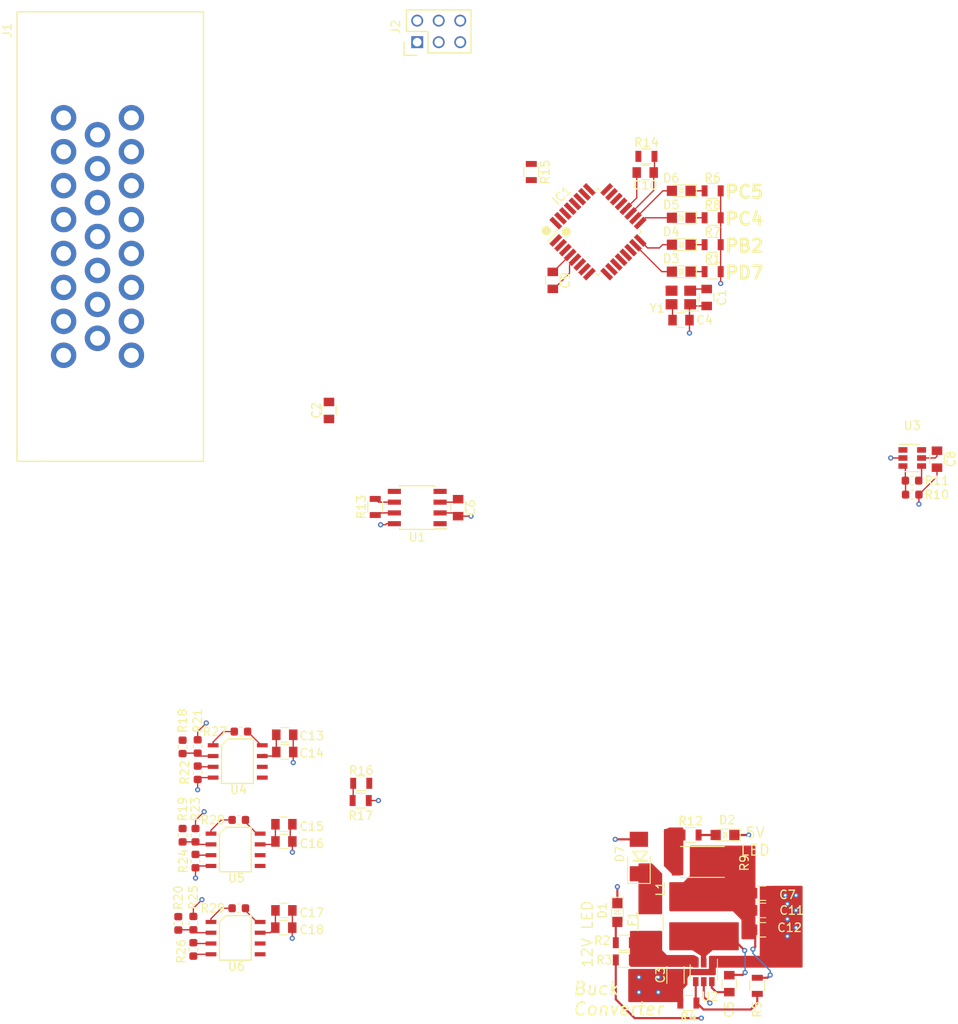
<source format=kicad_pcb>
(kicad_pcb (version 20171130) (host pcbnew 5.0.2-bee76a0~70~ubuntu16.04.1)

  (general
    (thickness 1.6)
    (drawings 7)
    (tracks 256)
    (zones 0)
    (modules 66)
    (nets 72)
  )

  (page A4)
  (layers
    (0 F.Cu signal)
    (31 B.Cu signal)
    (32 B.Adhes user)
    (33 F.Adhes user)
    (34 B.Paste user)
    (35 F.Paste user)
    (36 B.SilkS user)
    (37 F.SilkS user)
    (38 B.Mask user)
    (39 F.Mask user)
    (40 Dwgs.User user)
    (41 Cmts.User user)
    (42 Eco1.User user)
    (43 Eco2.User user)
    (44 Edge.Cuts user)
    (45 Margin user)
    (46 B.CrtYd user)
    (47 F.CrtYd user)
    (48 B.Fab user)
    (49 F.Fab user)
  )

  (setup
    (last_trace_width 0.1524)
    (trace_clearance 0.1524)
    (zone_clearance 0.508)
    (zone_45_only no)
    (trace_min 0.1524)
    (segment_width 0.2)
    (edge_width 0.15)
    (via_size 0.6096)
    (via_drill 0.3048)
    (via_min_size 0.4)
    (via_min_drill 0.3)
    (uvia_size 0.3)
    (uvia_drill 0.1)
    (uvias_allowed no)
    (uvia_min_size 0.2)
    (uvia_min_drill 0.1)
    (pcb_text_width 0.3)
    (pcb_text_size 1.5 1.5)
    (mod_edge_width 0.15)
    (mod_text_size 1 1)
    (mod_text_width 0.15)
    (pad_size 1.524 1.524)
    (pad_drill 0.762)
    (pad_to_mask_clearance 0.051)
    (solder_mask_min_width 0.25)
    (aux_axis_origin 0 0)
    (visible_elements FFFFFF7F)
    (pcbplotparams
      (layerselection 0x010fc_ffffffff)
      (usegerberextensions false)
      (usegerberattributes false)
      (usegerberadvancedattributes false)
      (creategerberjobfile false)
      (excludeedgelayer true)
      (linewidth 0.100000)
      (plotframeref false)
      (viasonmask false)
      (mode 1)
      (useauxorigin false)
      (hpglpennumber 1)
      (hpglpenspeed 20)
      (hpglpendiameter 15.000000)
      (psnegative false)
      (psa4output false)
      (plotreference true)
      (plotvalue true)
      (plotinvisibletext false)
      (padsonsilk false)
      (subtractmaskfromsilk false)
      (outputformat 1)
      (mirror false)
      (drillshape 1)
      (scaleselection 1)
      (outputdirectory ""))
  )

  (net 0 "")
  (net 1 VCC)
  (net 2 GND)
  (net 3 /12V_Fused)
  (net 4 "Net-(C11-Pad1)")
  (net 5 /P_LED_1)
  (net 6 +12V)
  (net 7 /MISO)
  (net 8 /MOSI)
  (net 9 /SS)
  (net 10 /TXCAN)
  (net 11 /RXCAN)
  (net 12 /HSENSOR)
  (net 13 /SCK)
  (net 14 "Net-(IC1-Pad21)")
  (net 15 "Net-(IC1-Pad23)")
  (net 16 "Net-(IC1-Pad24)")
  (net 17 "Net-(IC1-Pad29)")
  (net 18 "Net-(IC1-Pad30)")
  (net 19 /RESET)
  (net 20 "Net-(IC1-Pad32)")
  (net 21 /CANL)
  (net 22 /CANH)
  (net 23 "Net-(C4-Pad1)")
  (net 24 "Net-(C10-Pad1)")
  (net 25 "Net-(D4-Pad1)")
  (net 26 /P_LED_2)
  (net 27 "Net-(D5-Pad1)")
  (net 28 /P_LED_3)
  (net 29 /P_LED_4)
  (net 30 "Net-(D6-Pad1)")
  (net 31 "Net-(IC1-Pad8)")
  (net 32 "Net-(IC1-Pad9)")
  (net 33 gauge1.2out)
  (net 34 gauge1.3out)
  (net 35 /POT_SIGNAL)
  (net 36 /BRAKETEMP)
  (net 37 gauge1.1out)
  (net 38 gauge1.1in)
  (net 39 gauge1.2in)
  (net 40 gauge1.3in)
  (net 41 /POT)
  (net 42 "Net-(J1-Pad10)")
  (net 43 "Net-(R11-Pad1)")
  (net 44 "/Suspension Strain Testing/2.5V")
  (net 45 "Net-(R18-Pad1)")
  (net 46 "Net-(R19-Pad1)")
  (net 47 "Net-(R20-Pad1)")
  (net 48 "Net-(R27-Pad1)")
  (net 49 "Net-(R27-Pad2)")
  (net 50 "Net-(R28-Pad1)")
  (net 51 "Net-(R28-Pad2)")
  (net 52 "Net-(R29-Pad2)")
  (net 53 "Net-(R29-Pad1)")
  (net 54 "Net-(IC1-Pad25)")
  (net 55 "Net-(J1-Pad7)")
  (net 56 "Net-(J1-Pad8)")
  (net 57 "Net-(J1-Pad9)")
  (net 58 "Net-(J1-Pad23)")
  (net 59 "Net-(J1-Pad19)")
  (net 60 "Net-(J1-Pad20)")
  (net 61 "Net-(J1-Pad21)")
  (net 62 "Net-(J1-Pad22)")
  (net 63 "Net-(C1-Pad1)")
  (net 64 "Net-(C5-Pad2)")
  (net 65 "Net-(C5-Pad1)")
  (net 66 "Net-(D1-Pad2)")
  (net 67 "Net-(D2-Pad2)")
  (net 68 "Net-(D3-Pad1)")
  (net 69 "Net-(R3-Pad2)")
  (net 70 "Net-(R4-Pad1)")
  (net 71 "Net-(U1-Pad5)")

  (net_class Default "This is the default net class."
    (clearance 0.1524)
    (trace_width 0.1524)
    (via_dia 0.6096)
    (via_drill 0.3048)
    (uvia_dia 0.3)
    (uvia_drill 0.1)
    (add_net +12V)
    (add_net /12V_Fused)
    (add_net /BRAKETEMP)
    (add_net /CANH)
    (add_net /CANL)
    (add_net /HSENSOR)
    (add_net /MISO)
    (add_net /MOSI)
    (add_net /POT)
    (add_net /POT_SIGNAL)
    (add_net /P_LED_1)
    (add_net /P_LED_2)
    (add_net /P_LED_3)
    (add_net /P_LED_4)
    (add_net /RESET)
    (add_net /RXCAN)
    (add_net /SCK)
    (add_net /SS)
    (add_net "/Suspension Strain Testing/2.5V")
    (add_net /TXCAN)
    (add_net GND)
    (add_net "Net-(C1-Pad1)")
    (add_net "Net-(C10-Pad1)")
    (add_net "Net-(C11-Pad1)")
    (add_net "Net-(C4-Pad1)")
    (add_net "Net-(C5-Pad1)")
    (add_net "Net-(C5-Pad2)")
    (add_net "Net-(D1-Pad2)")
    (add_net "Net-(D2-Pad2)")
    (add_net "Net-(D3-Pad1)")
    (add_net "Net-(D4-Pad1)")
    (add_net "Net-(D5-Pad1)")
    (add_net "Net-(D6-Pad1)")
    (add_net "Net-(IC1-Pad21)")
    (add_net "Net-(IC1-Pad23)")
    (add_net "Net-(IC1-Pad24)")
    (add_net "Net-(IC1-Pad25)")
    (add_net "Net-(IC1-Pad29)")
    (add_net "Net-(IC1-Pad30)")
    (add_net "Net-(IC1-Pad32)")
    (add_net "Net-(IC1-Pad8)")
    (add_net "Net-(IC1-Pad9)")
    (add_net "Net-(J1-Pad10)")
    (add_net "Net-(J1-Pad19)")
    (add_net "Net-(J1-Pad20)")
    (add_net "Net-(J1-Pad21)")
    (add_net "Net-(J1-Pad22)")
    (add_net "Net-(J1-Pad23)")
    (add_net "Net-(J1-Pad7)")
    (add_net "Net-(J1-Pad8)")
    (add_net "Net-(J1-Pad9)")
    (add_net "Net-(R11-Pad1)")
    (add_net "Net-(R18-Pad1)")
    (add_net "Net-(R19-Pad1)")
    (add_net "Net-(R20-Pad1)")
    (add_net "Net-(R27-Pad1)")
    (add_net "Net-(R27-Pad2)")
    (add_net "Net-(R28-Pad1)")
    (add_net "Net-(R28-Pad2)")
    (add_net "Net-(R29-Pad1)")
    (add_net "Net-(R29-Pad2)")
    (add_net "Net-(R3-Pad2)")
    (add_net "Net-(R4-Pad1)")
    (add_net "Net-(U1-Pad5)")
    (add_net VCC)
    (add_net gauge1.1in)
    (add_net gauge1.1out)
    (add_net gauge1.2in)
    (add_net gauge1.2out)
    (add_net gauge1.3in)
    (add_net gauge1.3out)
  )

  (module footprints:SOT-23-6_OEM (layer F.Cu) (tedit 5B8D4D41) (tstamp 5C05DB73)
    (at 139.7381 143.7005 270)
    (descr "6-pin SOT-23 package")
    (tags SOT-23-6)
    (path /59E04993)
    (attr smd)
    (fp_text reference U2 (at 2.8575 -0.7239) (layer F.SilkS)
      (effects (font (size 1 1) (thickness 0.15)))
    )
    (fp_text value TPS561201 (at 0 2.9 270) (layer F.Fab) hide
      (effects (font (size 1 1) (thickness 0.15)))
    )
    (fp_line (start 0.9 -1.55) (end 0.9 1.55) (layer F.Fab) (width 0.1))
    (fp_line (start 0.9 1.55) (end -0.9 1.55) (layer F.Fab) (width 0.1))
    (fp_line (start -0.9 -0.9) (end -0.9 1.55) (layer F.Fab) (width 0.1))
    (fp_line (start 0.9 -1.55) (end -0.25 -1.55) (layer F.Fab) (width 0.1))
    (fp_line (start -0.9 -0.9) (end -0.25 -1.55) (layer F.Fab) (width 0.1))
    (fp_line (start -1.9 -1.8) (end -1.9 1.8) (layer F.CrtYd) (width 0.05))
    (fp_line (start -1.9 1.8) (end 1.9 1.8) (layer F.CrtYd) (width 0.05))
    (fp_line (start 1.9 1.8) (end 1.9 -1.8) (layer F.CrtYd) (width 0.05))
    (fp_line (start 1.9 -1.8) (end -1.9 -1.8) (layer F.CrtYd) (width 0.05))
    (fp_line (start 0.9 -1.61) (end -1.55 -1.61) (layer F.SilkS) (width 0.12))
    (fp_line (start -0.9 1.61) (end 0.9 1.61) (layer F.SilkS) (width 0.12))
    (pad 5 smd rect (at 1.1 0 270) (size 1.06 0.65) (layers F.Cu F.Paste F.Mask)
      (net 69 "Net-(R3-Pad2)"))
    (pad 6 smd rect (at 1.1 -0.95 270) (size 1.06 0.65) (layers F.Cu F.Paste F.Mask)
      (net 65 "Net-(C5-Pad1)"))
    (pad 4 smd rect (at 1.1 0.95 270) (size 1.06 0.65) (layers F.Cu F.Paste F.Mask)
      (net 70 "Net-(R4-Pad1)"))
    (pad 3 smd rect (at -1.1 0.95 270) (size 1.06 0.65) (layers F.Cu F.Paste F.Mask)
      (net 3 /12V_Fused))
    (pad 2 smd rect (at -1.1 0 270) (size 1.06 0.65) (layers F.Cu F.Paste F.Mask)
      (net 64 "Net-(C5-Pad2)"))
    (pad 1 smd rect (at -1.1 -0.95 270) (size 1.06 0.65) (layers F.Cu F.Paste F.Mask)
      (net 2 GND))
    (model ${KISYS3DMOD}/TO_SOT_Packages_SMD.3dshapes/SOT-23-6.wrl
      (at (xyz 0 0 0))
      (scale (xyz 1 1 1))
      (rotate (xyz 0 0 0))
    )
  )

  (module footprints:R_2512_OEM (layer F.Cu) (tedit 5B8D4D11) (tstamp 5C05DB62)
    (at 139.573 130.683)
    (descr "Resistor SMD 2512, reflow soldering, Vishay (see dcrcw.pdf)")
    (tags "resistor 2512")
    (path /59E0444E)
    (attr smd)
    (fp_text reference R9 (at 4.953 0.127 90) (layer F.SilkS)
      (effects (font (size 1 1) (thickness 0.15)))
    )
    (fp_text value R_0_Jumper (at 0 2.75) (layer F.Fab) hide
      (effects (font (size 1 1) (thickness 0.15)))
    )
    (fp_line (start 3.85 1.85) (end -3.85 1.85) (layer F.CrtYd) (width 0.05))
    (fp_line (start 3.85 1.85) (end 3.85 -1.85) (layer F.CrtYd) (width 0.05))
    (fp_line (start -3.85 -1.85) (end -3.85 1.85) (layer F.CrtYd) (width 0.05))
    (fp_line (start -3.85 -1.85) (end 3.85 -1.85) (layer F.CrtYd) (width 0.05))
    (fp_line (start -2.6 -1.82) (end 2.6 -1.82) (layer F.SilkS) (width 0.12))
    (fp_line (start 2.6 1.82) (end -2.6 1.82) (layer F.SilkS) (width 0.12))
    (fp_line (start -3.15 -1.6) (end 3.15 -1.6) (layer F.Fab) (width 0.1))
    (fp_line (start 3.15 -1.6) (end 3.15 1.6) (layer F.Fab) (width 0.1))
    (fp_line (start 3.15 1.6) (end -3.15 1.6) (layer F.Fab) (width 0.1))
    (fp_line (start -3.15 1.6) (end -3.15 -1.6) (layer F.Fab) (width 0.1))
    (pad 2 smd rect (at 3.1 0) (size 1 3.2) (layers F.Cu F.Paste F.Mask)
      (net 4 "Net-(C11-Pad1)"))
    (pad 1 smd rect (at -3.1 0) (size 1 3.2) (layers F.Cu F.Paste F.Mask)
      (net 1 VCC))
    (model ${KISYS3DMOD}/Resistors_SMD.3dshapes/R_2512.wrl
      (at (xyz 0 0 0))
      (scale (xyz 1 1 1))
      (rotate (xyz 0 0 0))
    )
  )

  (module footprints:R_0805_OEM (layer F.Cu) (tedit 5B8D4D28) (tstamp 5C05DB53)
    (at 130.302 142.24 180)
    (descr "Resistor SMD 0805, reflow soldering, Vishay (see dcrcw.pdf)")
    (tags "resistor 0805")
    (path /59E042A3)
    (attr smd)
    (fp_text reference R3 (at 2.286 0) (layer F.SilkS)
      (effects (font (size 1 1) (thickness 0.15)))
    )
    (fp_text value R_10k (at 0 1.75 180) (layer F.Fab) hide
      (effects (font (size 1 1) (thickness 0.15)))
    )
    (fp_line (start 1.55 0.9) (end -1.55 0.9) (layer F.CrtYd) (width 0.05))
    (fp_line (start 1.55 0.9) (end 1.55 -0.9) (layer F.CrtYd) (width 0.05))
    (fp_line (start -1.55 -0.9) (end -1.55 0.9) (layer F.CrtYd) (width 0.05))
    (fp_line (start -1.55 -0.9) (end 1.55 -0.9) (layer F.CrtYd) (width 0.05))
    (fp_line (start -0.6 -0.88) (end 0.6 -0.88) (layer F.SilkS) (width 0.12))
    (fp_line (start 0.6 0.88) (end -0.6 0.88) (layer F.SilkS) (width 0.12))
    (fp_line (start -1 -0.62) (end 1 -0.62) (layer F.Fab) (width 0.1))
    (fp_line (start 1 -0.62) (end 1 0.62) (layer F.Fab) (width 0.1))
    (fp_line (start 1 0.62) (end -1 0.62) (layer F.Fab) (width 0.1))
    (fp_line (start -1 0.62) (end -1 -0.62) (layer F.Fab) (width 0.1))
    (pad 2 smd rect (at 0.95 0 180) (size 0.7 1.3) (layers F.Cu F.Paste F.Mask)
      (net 69 "Net-(R3-Pad2)"))
    (pad 1 smd rect (at -0.95 0 180) (size 0.7 1.3) (layers F.Cu F.Paste F.Mask)
      (net 3 /12V_Fused))
    (model "/home/josh/Formula/OEM_Preferred_Parts/3DModels/WRL Files/res0805.wrl"
      (at (xyz 0 0 0))
      (scale (xyz 1 1 1))
      (rotate (xyz 0 0 0))
    )
  )

  (module footprints:C_0805_OEM (layer F.Cu) (tedit 5B8C043E) (tstamp 5C05DB31)
    (at 146.558 134.366)
    (descr "Capacitor SMD 0805, reflow soldering, AVX (see smccp.pdf)")
    (tags "capacitor 0805")
    (path /59E0494E)
    (attr smd)
    (fp_text reference C7 (at 3.052 0.183) (layer F.SilkS)
      (effects (font (size 1 1) (thickness 0.15)))
    )
    (fp_text value C_47uF (at 0 1.75) (layer F.Fab) hide
      (effects (font (size 1 1) (thickness 0.15)))
    )
    (fp_line (start 1.75 0.87) (end -1.75 0.87) (layer F.CrtYd) (width 0.05))
    (fp_line (start 1.75 0.87) (end 1.75 -0.88) (layer F.CrtYd) (width 0.05))
    (fp_line (start -1.75 -0.88) (end -1.75 0.87) (layer F.CrtYd) (width 0.05))
    (fp_line (start -1.75 -0.88) (end 1.75 -0.88) (layer F.CrtYd) (width 0.05))
    (fp_line (start -0.5 0.85) (end 0.5 0.85) (layer F.SilkS) (width 0.12))
    (fp_line (start 0.5 -0.85) (end -0.5 -0.85) (layer F.SilkS) (width 0.12))
    (fp_line (start -1 -0.62) (end 1 -0.62) (layer F.Fab) (width 0.1))
    (fp_line (start 1 -0.62) (end 1 0.62) (layer F.Fab) (width 0.1))
    (fp_line (start 1 0.62) (end -1 0.62) (layer F.Fab) (width 0.1))
    (fp_line (start -1 0.62) (end -1 -0.62) (layer F.Fab) (width 0.1))
    (pad 2 smd rect (at 1 0) (size 1 1.25) (layers F.Cu F.Paste F.Mask)
      (net 2 GND))
    (pad 1 smd rect (at -1 0) (size 1 1.25) (layers F.Cu F.Paste F.Mask)
      (net 4 "Net-(C11-Pad1)"))
    (model /home/josh/Formula/OEM_Preferred_Parts/3DModels/C_0805_OEM/C_0805.wrl
      (at (xyz 0 0 0))
      (scale (xyz 1 1 1))
      (rotate (xyz 0 0 0))
    )
  )

  (module footprints:LED_0805_OEM (layer F.Cu) (tedit 5B8D4D22) (tstamp 5C05DAFF)
    (at 129.54 136.652 270)
    (descr "LED 0805 smd package")
    (tags "LED led 0805 SMD smd SMT smt smdled SMDLED smtled SMTLED")
    (path /59E047E3)
    (attr smd)
    (fp_text reference D1 (at -0.254 1.778 270) (layer F.SilkS)
      (effects (font (size 1 1) (thickness 0.15)))
    )
    (fp_text value LED_0805 (at 0.508 2.032 270) (layer F.Fab) hide
      (effects (font (size 1 1) (thickness 0.15)))
    )
    (fp_line (start -1.95 -0.85) (end 1.95 -0.85) (layer F.CrtYd) (width 0.05))
    (fp_line (start -1.95 0.85) (end -1.95 -0.85) (layer F.CrtYd) (width 0.05))
    (fp_line (start 1.95 0.85) (end -1.95 0.85) (layer F.CrtYd) (width 0.05))
    (fp_line (start 1.95 -0.85) (end 1.95 0.85) (layer F.CrtYd) (width 0.05))
    (fp_line (start -1.8 -0.7) (end 1 -0.7) (layer F.SilkS) (width 0.12))
    (fp_line (start -1.8 0.7) (end 1 0.7) (layer F.SilkS) (width 0.12))
    (fp_line (start -1 0.6) (end -1 -0.6) (layer F.Fab) (width 0.1))
    (fp_line (start -1 -0.6) (end 1 -0.6) (layer F.Fab) (width 0.1))
    (fp_line (start 1 -0.6) (end 1 0.6) (layer F.Fab) (width 0.1))
    (fp_line (start 1 0.6) (end -1 0.6) (layer F.Fab) (width 0.1))
    (fp_line (start -1.8 -0.7) (end -1.8 0.7) (layer F.SilkS) (width 0.12))
    (fp_line (start -0.2 0) (end 0.1 -0.3) (layer F.SilkS) (width 0.1))
    (fp_line (start 0.1 -0.3) (end 0.15 -0.35) (layer F.SilkS) (width 0.1))
    (fp_line (start 0.15 -0.35) (end 0.15 0.3) (layer F.SilkS) (width 0.1))
    (fp_line (start 0.15 0.35) (end 0.15 0.3) (layer F.SilkS) (width 0.1))
    (fp_line (start 0.15 0.3) (end 0.15 0.35) (layer F.SilkS) (width 0.1))
    (fp_line (start 0.15 0.35) (end -0.2 0) (layer F.SilkS) (width 0.1))
    (fp_line (start -0.2 0) (end -0.2 -0.35) (layer F.SilkS) (width 0.1))
    (fp_line (start -0.2 0.35) (end -0.2 0) (layer F.SilkS) (width 0.1))
    (pad 1 smd rect (at -1.1 0 90) (size 1.2 1.2) (layers F.Cu F.Paste F.Mask)
      (net 2 GND))
    (pad 2 smd rect (at 1.1 0 90) (size 1.2 1.2) (layers F.Cu F.Paste F.Mask)
      (net 66 "Net-(D1-Pad2)"))
    (model "${LOCAL_DIR}/OEM_Preferred_Parts/3DModels/LED_0805/LED 0805 Base GREEN001_sp.wrl"
      (at (xyz 0 0 0))
      (scale (xyz 1 1 1))
      (rotate (xyz 0 0 180))
    )
  )

  (module footprints:C_0805_OEM (layer F.Cu) (tedit 5B8D4D44) (tstamp 5C05DAE9)
    (at 142.748 145.034 90)
    (descr "Capacitor SMD 0805, reflow soldering, AVX (see smccp.pdf)")
    (tags "capacitor 0805")
    (path /59E048C8)
    (attr smd)
    (fp_text reference C5 (at -3.048 0 90) (layer F.SilkS)
      (effects (font (size 1 1) (thickness 0.15)))
    )
    (fp_text value C_0.1uF (at 0 1.75 90) (layer F.Fab) hide
      (effects (font (size 1 1) (thickness 0.15)))
    )
    (fp_line (start 1.75 0.87) (end -1.75 0.87) (layer F.CrtYd) (width 0.05))
    (fp_line (start 1.75 0.87) (end 1.75 -0.88) (layer F.CrtYd) (width 0.05))
    (fp_line (start -1.75 -0.88) (end -1.75 0.87) (layer F.CrtYd) (width 0.05))
    (fp_line (start -1.75 -0.88) (end 1.75 -0.88) (layer F.CrtYd) (width 0.05))
    (fp_line (start -0.5 0.85) (end 0.5 0.85) (layer F.SilkS) (width 0.12))
    (fp_line (start 0.5 -0.85) (end -0.5 -0.85) (layer F.SilkS) (width 0.12))
    (fp_line (start -1 -0.62) (end 1 -0.62) (layer F.Fab) (width 0.1))
    (fp_line (start 1 -0.62) (end 1 0.62) (layer F.Fab) (width 0.1))
    (fp_line (start 1 0.62) (end -1 0.62) (layer F.Fab) (width 0.1))
    (fp_line (start -1 0.62) (end -1 -0.62) (layer F.Fab) (width 0.1))
    (pad 2 smd rect (at 1 0 90) (size 1 1.25) (layers F.Cu F.Paste F.Mask)
      (net 64 "Net-(C5-Pad2)"))
    (pad 1 smd rect (at -1 0 90) (size 1 1.25) (layers F.Cu F.Paste F.Mask)
      (net 65 "Net-(C5-Pad1)"))
    (model /home/josh/Formula/OEM_Preferred_Parts/3DModels/C_0805_OEM/C_0805.wrl
      (at (xyz 0 0 0))
      (scale (xyz 1 1 1))
      (rotate (xyz 0 0 0))
    )
  )

  (module footprints:C_0805_OEM (layer F.Cu) (tedit 59F250E7) (tstamp 5C05DAD7)
    (at 167.259 83.201 270)
    (descr "Capacitor SMD 0805, reflow soldering, AVX (see smccp.pdf)")
    (tags "capacitor 0805")
    (path /5BD8C563)
    (attr smd)
    (fp_text reference C8 (at -0.016 -1.651 270) (layer F.SilkS)
      (effects (font (size 1 1) (thickness 0.15)))
    )
    (fp_text value C_0.1uF (at 0 1.75 270) (layer F.Fab) hide
      (effects (font (size 1 1) (thickness 0.15)))
    )
    (fp_line (start 1.75 0.87) (end -1.75 0.87) (layer F.CrtYd) (width 0.05))
    (fp_line (start 1.75 0.87) (end 1.75 -0.88) (layer F.CrtYd) (width 0.05))
    (fp_line (start -1.75 -0.88) (end -1.75 0.87) (layer F.CrtYd) (width 0.05))
    (fp_line (start -1.75 -0.88) (end 1.75 -0.88) (layer F.CrtYd) (width 0.05))
    (fp_line (start -0.5 0.85) (end 0.5 0.85) (layer F.SilkS) (width 0.12))
    (fp_line (start 0.5 -0.85) (end -0.5 -0.85) (layer F.SilkS) (width 0.12))
    (fp_line (start -1 -0.62) (end 1 -0.62) (layer F.Fab) (width 0.1))
    (fp_line (start 1 -0.62) (end 1 0.62) (layer F.Fab) (width 0.1))
    (fp_line (start 1 0.62) (end -1 0.62) (layer F.Fab) (width 0.1))
    (fp_line (start -1 0.62) (end -1 -0.62) (layer F.Fab) (width 0.1))
    (pad 2 smd rect (at 1 0 270) (size 1 1.25) (layers F.Cu F.Paste F.Mask)
      (net 2 GND))
    (pad 1 smd rect (at -1 0 270) (size 1 1.25) (layers F.Cu F.Paste F.Mask)
      (net 1 VCC))
    (model /home/josh/Formula/OEM_Preferred_Parts/3DModels/C_0805_OEM/C_0805.wrl
      (at (xyz 0 0 0))
      (scale (xyz 1 1 1))
      (rotate (xyz 0 0 0))
    )
  )

  (module footprints:LED_0805_OEM (layer F.Cu) (tedit 5B8D4D19) (tstamp 5C05DABF)
    (at 142.24 127.508 180)
    (descr "LED 0805 smd package")
    (tags "LED led 0805 SMD smd SMT smt smdled SMDLED smtled SMTLED")
    (path /59E0483A)
    (attr smd)
    (fp_text reference D2 (at -0.254 1.778) (layer F.SilkS)
      (effects (font (size 1 1) (thickness 0.15)))
    )
    (fp_text value LED_0805 (at 0.508 2.032 180) (layer F.Fab) hide
      (effects (font (size 1 1) (thickness 0.15)))
    )
    (fp_line (start -1.95 -0.85) (end 1.95 -0.85) (layer F.CrtYd) (width 0.05))
    (fp_line (start -1.95 0.85) (end -1.95 -0.85) (layer F.CrtYd) (width 0.05))
    (fp_line (start 1.95 0.85) (end -1.95 0.85) (layer F.CrtYd) (width 0.05))
    (fp_line (start 1.95 -0.85) (end 1.95 0.85) (layer F.CrtYd) (width 0.05))
    (fp_line (start -1.8 -0.7) (end 1 -0.7) (layer F.SilkS) (width 0.12))
    (fp_line (start -1.8 0.7) (end 1 0.7) (layer F.SilkS) (width 0.12))
    (fp_line (start -1 0.6) (end -1 -0.6) (layer F.Fab) (width 0.1))
    (fp_line (start -1 -0.6) (end 1 -0.6) (layer F.Fab) (width 0.1))
    (fp_line (start 1 -0.6) (end 1 0.6) (layer F.Fab) (width 0.1))
    (fp_line (start 1 0.6) (end -1 0.6) (layer F.Fab) (width 0.1))
    (fp_line (start -1.8 -0.7) (end -1.8 0.7) (layer F.SilkS) (width 0.12))
    (fp_line (start -0.2 0) (end 0.1 -0.3) (layer F.SilkS) (width 0.1))
    (fp_line (start 0.1 -0.3) (end 0.15 -0.35) (layer F.SilkS) (width 0.1))
    (fp_line (start 0.15 -0.35) (end 0.15 0.3) (layer F.SilkS) (width 0.1))
    (fp_line (start 0.15 0.35) (end 0.15 0.3) (layer F.SilkS) (width 0.1))
    (fp_line (start 0.15 0.3) (end 0.15 0.35) (layer F.SilkS) (width 0.1))
    (fp_line (start 0.15 0.35) (end -0.2 0) (layer F.SilkS) (width 0.1))
    (fp_line (start -0.2 0) (end -0.2 -0.35) (layer F.SilkS) (width 0.1))
    (fp_line (start -0.2 0.35) (end -0.2 0) (layer F.SilkS) (width 0.1))
    (pad 1 smd rect (at -1.1 0) (size 1.2 1.2) (layers F.Cu F.Paste F.Mask)
      (net 2 GND))
    (pad 2 smd rect (at 1.1 0) (size 1.2 1.2) (layers F.Cu F.Paste F.Mask)
      (net 67 "Net-(D2-Pad2)"))
    (model "/home/josh/Formula/OEM_Preferred_Parts/3DModels/LED_0805/LED 0805 Base GREEN001_sp.wrl"
      (at (xyz 0 0 0))
      (scale (xyz 1 1 1))
      (rotate (xyz 0 0 180))
    )
  )

  (module footprints:R_0805_OEM (layer F.Cu) (tedit 5B8D4D25) (tstamp 5C05DAB0)
    (at 130.302 140.208 180)
    (descr "Resistor SMD 0805, reflow soldering, Vishay (see dcrcw.pdf)")
    (tags "resistor 0805")
    (path /59E0432B)
    (attr smd)
    (fp_text reference R2 (at 2.54 0.254 180) (layer F.SilkS)
      (effects (font (size 1 1) (thickness 0.15)))
    )
    (fp_text value R_1k (at 0 1.75 180) (layer F.Fab) hide
      (effects (font (size 1 1) (thickness 0.15)))
    )
    (fp_line (start 1.55 0.9) (end -1.55 0.9) (layer F.CrtYd) (width 0.05))
    (fp_line (start 1.55 0.9) (end 1.55 -0.9) (layer F.CrtYd) (width 0.05))
    (fp_line (start -1.55 -0.9) (end -1.55 0.9) (layer F.CrtYd) (width 0.05))
    (fp_line (start -1.55 -0.9) (end 1.55 -0.9) (layer F.CrtYd) (width 0.05))
    (fp_line (start -0.6 -0.88) (end 0.6 -0.88) (layer F.SilkS) (width 0.12))
    (fp_line (start 0.6 0.88) (end -0.6 0.88) (layer F.SilkS) (width 0.12))
    (fp_line (start -1 -0.62) (end 1 -0.62) (layer F.Fab) (width 0.1))
    (fp_line (start 1 -0.62) (end 1 0.62) (layer F.Fab) (width 0.1))
    (fp_line (start 1 0.62) (end -1 0.62) (layer F.Fab) (width 0.1))
    (fp_line (start -1 0.62) (end -1 -0.62) (layer F.Fab) (width 0.1))
    (pad 2 smd rect (at 0.95 0 180) (size 0.7 1.3) (layers F.Cu F.Paste F.Mask)
      (net 66 "Net-(D1-Pad2)"))
    (pad 1 smd rect (at -0.95 0 180) (size 0.7 1.3) (layers F.Cu F.Paste F.Mask)
      (net 3 /12V_Fused))
    (model "/home/josh/Formula/OEM_Preferred_Parts/3DModels/WRL Files/res0805.wrl"
      (at (xyz 0 0 0))
      (scale (xyz 1 1 1))
      (rotate (xyz 0 0 0))
    )
  )

  (module footprints:C_0805_OEM (layer F.Cu) (tedit 5B8C043A) (tstamp 5C05DAA1)
    (at 146.558 138.684)
    (descr "Capacitor SMD 0805, reflow soldering, AVX (see smccp.pdf)")
    (tags "capacitor 0805")
    (path /5A79252F)
    (attr smd)
    (fp_text reference C12 (at 3.302 -0.254) (layer F.SilkS)
      (effects (font (size 1 1) (thickness 0.15)))
    )
    (fp_text value C_0.1uF (at 0 1.75) (layer F.Fab) hide
      (effects (font (size 1 1) (thickness 0.15)))
    )
    (fp_line (start 1.75 0.87) (end -1.75 0.87) (layer F.CrtYd) (width 0.05))
    (fp_line (start 1.75 0.87) (end 1.75 -0.88) (layer F.CrtYd) (width 0.05))
    (fp_line (start -1.75 -0.88) (end -1.75 0.87) (layer F.CrtYd) (width 0.05))
    (fp_line (start -1.75 -0.88) (end 1.75 -0.88) (layer F.CrtYd) (width 0.05))
    (fp_line (start -0.5 0.85) (end 0.5 0.85) (layer F.SilkS) (width 0.12))
    (fp_line (start 0.5 -0.85) (end -0.5 -0.85) (layer F.SilkS) (width 0.12))
    (fp_line (start -1 -0.62) (end 1 -0.62) (layer F.Fab) (width 0.1))
    (fp_line (start 1 -0.62) (end 1 0.62) (layer F.Fab) (width 0.1))
    (fp_line (start 1 0.62) (end -1 0.62) (layer F.Fab) (width 0.1))
    (fp_line (start -1 0.62) (end -1 -0.62) (layer F.Fab) (width 0.1))
    (pad 2 smd rect (at 1 0) (size 1 1.25) (layers F.Cu F.Paste F.Mask)
      (net 2 GND))
    (pad 1 smd rect (at -1 0) (size 1 1.25) (layers F.Cu F.Paste F.Mask)
      (net 4 "Net-(C11-Pad1)"))
    (model /home/josh/Formula/OEM_Preferred_Parts/3DModels/C_0805_OEM/C_0805.wrl
      (at (xyz 0 0 0))
      (scale (xyz 1 1 1))
      (rotate (xyz 0 0 0))
    )
  )

  (module footprints:DO-214AA (layer F.Cu) (tedit 5A59FDFB) (tstamp 5C05DA6F)
    (at 132.08 130.048 90)
    (descr "http://www.diodes.com/datasheets/ap02001.pdf p.144")
    (tags "Diode SOD523")
    (path /59F253C2)
    (attr smd)
    (fp_text reference D7 (at 0.3 -2.25 90) (layer F.SilkS)
      (effects (font (size 1 1) (thickness 0.15)))
    )
    (fp_text value D_Zener_18V (at 0 2.286 90) (layer F.Fab) hide
      (effects (font (size 1 1) (thickness 0.15)))
    )
    (fp_line (start -3.175 -1.3335) (end 0 -1.3335) (layer F.SilkS) (width 0.12))
    (fp_line (start -3.175 1.3335) (end 0 1.3335) (layer F.SilkS) (width 0.12))
    (fp_line (start 2.3749 1.9685) (end -2.3749 1.9685) (layer F.Fab) (width 0.1))
    (fp_line (start -2.3749 -1.9685) (end -2.3749 1.9685) (layer F.Fab) (width 0.1))
    (fp_line (start -2.3749 -1.9685) (end 2.3749 -1.9685) (layer F.Fab) (width 0.1))
    (fp_line (start 2.3749 -1.9685) (end 2.3749 1.9685) (layer F.Fab) (width 0.1))
    (fp_line (start -3.302 1.4605) (end 3.302 1.4605) (layer F.CrtYd) (width 0.05))
    (fp_line (start -3.302 -1.4605) (end -3.302 1.4605) (layer F.CrtYd) (width 0.05))
    (fp_line (start -3.302 -1.4605) (end 3.302 -1.4605) (layer F.CrtYd) (width 0.05))
    (fp_line (start 3.302 -1.4605) (end 3.302 1.4605) (layer F.CrtYd) (width 0.05))
    (fp_line (start -3.175 -1.3335) (end -3.175 1.3335) (layer F.SilkS) (width 0.12))
    (fp_line (start -0.5 -0.7) (end -0.5 1) (layer F.SilkS) (width 0.2))
    (fp_line (start -0.5 0.1) (end 0.6 -0.7) (layer F.SilkS) (width 0.2))
    (fp_line (start 0.6 -0.7) (end 0.6 1) (layer F.SilkS) (width 0.2))
    (fp_line (start 0.6 1) (end -0.5 0.1) (layer F.SilkS) (width 0.2))
    (pad 1 smd rect (at -2.032 0 270) (size 1.778 2.159) (layers F.Cu F.Paste F.Mask)
      (net 6 +12V))
    (pad 2 smd rect (at 2.032 0 270) (size 1.778 2.159) (layers F.Cu F.Paste F.Mask)
      (net 2 GND))
    (model ${LOCAL_DIR}/OEM_Preferred_Parts/3DModels/DO_214AA_OEM/DO_214AA.wrl
      (at (xyz 0 0 0))
      (scale (xyz 1 1 1))
      (rotate (xyz 0 0 0))
    )
  )

  (module footprints:4.7uH_Inductor_OEM (layer F.Cu) (tedit 5B8C0445) (tstamp 5C05DA6A)
    (at 139.7635 137.0965 90)
    (path /59E04875)
    (fp_text reference L1 (at 3.2385 -5.1435 90) (layer F.SilkS)
      (effects (font (size 1 1) (thickness 0.15)))
    )
    (fp_text value L_4.7uH (at 0 -5.08 90) (layer F.Fab) hide
      (effects (font (size 1 1) (thickness 0.15)))
    )
    (pad 2 smd rect (at 2.35 0 90) (size 3.3 8.2) (layers F.Cu F.Paste F.Mask)
      (net 4 "Net-(C11-Pad1)"))
    (pad 1 smd rect (at -2.35 0 90) (size 3.3 8.2) (layers F.Cu F.Paste F.Mask)
      (net 64 "Net-(C5-Pad2)"))
  )

  (module footprints:Fuse_1210 (layer F.Cu) (tedit 5B8D4D2C) (tstamp 5C05DA54)
    (at 133.4575 137.8005 270)
    (descr "Resistor SMD 1210, reflow soldering, Vishay (see dcrcw.pdf)")
    (tags "resistor 1210")
    (path /59E0A5CF)
    (attr smd)
    (fp_text reference F1 (at -0.3865 2.1395 90) (layer F.SilkS)
      (effects (font (size 1 1) (thickness 0.15)))
    )
    (fp_text value 500mA (at 0 2.4 270) (layer F.Fab) hide
      (effects (font (size 1 1) (thickness 0.15)))
    )
    (fp_line (start 2.15 1.5) (end -2.15 1.5) (layer F.CrtYd) (width 0.05))
    (fp_line (start 2.15 1.5) (end 2.15 -1.5) (layer F.CrtYd) (width 0.05))
    (fp_line (start -2.15 -1.5) (end -2.15 1.5) (layer F.CrtYd) (width 0.05))
    (fp_line (start -2.15 -1.5) (end 2.15 -1.5) (layer F.CrtYd) (width 0.05))
    (fp_line (start -1 -1.48) (end 1 -1.48) (layer F.SilkS) (width 0.12))
    (fp_line (start 1 1.48) (end -1 1.48) (layer F.SilkS) (width 0.12))
    (fp_line (start -1.6 -1.25) (end 1.6 -1.25) (layer F.Fab) (width 0.1))
    (fp_line (start 1.6 -1.25) (end 1.6 1.25) (layer F.Fab) (width 0.1))
    (fp_line (start 1.6 1.25) (end -1.6 1.25) (layer F.Fab) (width 0.1))
    (fp_line (start -1.6 1.25) (end -1.6 -1.25) (layer F.Fab) (width 0.1))
    (pad 2 smd rect (at 1.45 0 270) (size 0.9 2.5) (layers F.Cu F.Paste F.Mask)
      (net 3 /12V_Fused))
    (pad 1 smd rect (at -1.45 0 270) (size 0.9 2.5) (layers F.Cu F.Paste F.Mask)
      (net 6 +12V))
    (model /home/josh/Formula/OEM_Preferred_Parts/3DModels/Fuse_1210_OEM/Fuse1210.wrl
      (at (xyz 0 0 0))
      (scale (xyz 1 1 1))
      (rotate (xyz 0 0 0))
    )
  )

  (module footprints:R_0805_OEM (layer F.Cu) (tedit 59F25131) (tstamp 5C05DA3E)
    (at 138.176 127.508)
    (descr "Resistor SMD 0805, reflow soldering, Vishay (see dcrcw.pdf)")
    (tags "resistor 0805")
    (path /59E04401)
    (attr smd)
    (fp_text reference R12 (at 0 -1.65) (layer F.SilkS)
      (effects (font (size 1 1) (thickness 0.15)))
    )
    (fp_text value R_200 (at 0 1.75) (layer F.Fab) hide
      (effects (font (size 1 1) (thickness 0.15)))
    )
    (fp_line (start 1.55 0.9) (end -1.55 0.9) (layer F.CrtYd) (width 0.05))
    (fp_line (start 1.55 0.9) (end 1.55 -0.9) (layer F.CrtYd) (width 0.05))
    (fp_line (start -1.55 -0.9) (end -1.55 0.9) (layer F.CrtYd) (width 0.05))
    (fp_line (start -1.55 -0.9) (end 1.55 -0.9) (layer F.CrtYd) (width 0.05))
    (fp_line (start -0.6 -0.88) (end 0.6 -0.88) (layer F.SilkS) (width 0.12))
    (fp_line (start 0.6 0.88) (end -0.6 0.88) (layer F.SilkS) (width 0.12))
    (fp_line (start -1 -0.62) (end 1 -0.62) (layer F.Fab) (width 0.1))
    (fp_line (start 1 -0.62) (end 1 0.62) (layer F.Fab) (width 0.1))
    (fp_line (start 1 0.62) (end -1 0.62) (layer F.Fab) (width 0.1))
    (fp_line (start -1 0.62) (end -1 -0.62) (layer F.Fab) (width 0.1))
    (pad 2 smd rect (at 0.95 0) (size 0.7 1.3) (layers F.Cu F.Paste F.Mask)
      (net 67 "Net-(D2-Pad2)"))
    (pad 1 smd rect (at -0.95 0) (size 0.7 1.3) (layers F.Cu F.Paste F.Mask)
      (net 1 VCC))
    (model "/home/josh/Formula/OEM_Preferred_Parts/3DModels/WRL Files/res0805.wrl"
      (at (xyz 0 0 0))
      (scale (xyz 1 1 1))
      (rotate (xyz 0 0 0))
    )
  )

  (module footprints:R_0805_OEM (layer F.Cu) (tedit 59F25131) (tstamp 5C05DA2F)
    (at 137.922 147.32 180)
    (descr "Resistor SMD 0805, reflow soldering, Vishay (see dcrcw.pdf)")
    (tags "resistor 0805")
    (path /59E042EA)
    (attr smd)
    (fp_text reference R4 (at 0 -1.65 180) (layer F.SilkS)
      (effects (font (size 1 1) (thickness 0.15)))
    )
    (fp_text value R_10k (at 0 1.75 180) (layer F.Fab) hide
      (effects (font (size 1 1) (thickness 0.15)))
    )
    (fp_line (start 1.55 0.9) (end -1.55 0.9) (layer F.CrtYd) (width 0.05))
    (fp_line (start 1.55 0.9) (end 1.55 -0.9) (layer F.CrtYd) (width 0.05))
    (fp_line (start -1.55 -0.9) (end -1.55 0.9) (layer F.CrtYd) (width 0.05))
    (fp_line (start -1.55 -0.9) (end 1.55 -0.9) (layer F.CrtYd) (width 0.05))
    (fp_line (start -0.6 -0.88) (end 0.6 -0.88) (layer F.SilkS) (width 0.12))
    (fp_line (start 0.6 0.88) (end -0.6 0.88) (layer F.SilkS) (width 0.12))
    (fp_line (start -1 -0.62) (end 1 -0.62) (layer F.Fab) (width 0.1))
    (fp_line (start 1 -0.62) (end 1 0.62) (layer F.Fab) (width 0.1))
    (fp_line (start 1 0.62) (end -1 0.62) (layer F.Fab) (width 0.1))
    (fp_line (start -1 0.62) (end -1 -0.62) (layer F.Fab) (width 0.1))
    (pad 2 smd rect (at 0.95 0 180) (size 0.7 1.3) (layers F.Cu F.Paste F.Mask)
      (net 2 GND))
    (pad 1 smd rect (at -0.95 0 180) (size 0.7 1.3) (layers F.Cu F.Paste F.Mask)
      (net 70 "Net-(R4-Pad1)"))
    (model "/home/josh/Formula/OEM_Preferred_Parts/3DModels/WRL Files/res0805.wrl"
      (at (xyz 0 0 0))
      (scale (xyz 1 1 1))
      (rotate (xyz 0 0 0))
    )
  )

  (module footprints:C_0805_OEM (layer F.Cu) (tedit 5B8C0436) (tstamp 5C05DA20)
    (at 146.558 136.398)
    (descr "Capacitor SMD 0805, reflow soldering, AVX (see smccp.pdf)")
    (tags "capacitor 0805")
    (path /5A79269E)
    (attr smd)
    (fp_text reference C11 (at 3.556 0) (layer F.SilkS)
      (effects (font (size 1 1) (thickness 0.15)))
    )
    (fp_text value C_1uF (at 0 1.75) (layer F.Fab) hide
      (effects (font (size 1 1) (thickness 0.15)))
    )
    (fp_line (start 1.75 0.87) (end -1.75 0.87) (layer F.CrtYd) (width 0.05))
    (fp_line (start 1.75 0.87) (end 1.75 -0.88) (layer F.CrtYd) (width 0.05))
    (fp_line (start -1.75 -0.88) (end -1.75 0.87) (layer F.CrtYd) (width 0.05))
    (fp_line (start -1.75 -0.88) (end 1.75 -0.88) (layer F.CrtYd) (width 0.05))
    (fp_line (start -0.5 0.85) (end 0.5 0.85) (layer F.SilkS) (width 0.12))
    (fp_line (start 0.5 -0.85) (end -0.5 -0.85) (layer F.SilkS) (width 0.12))
    (fp_line (start -1 -0.62) (end 1 -0.62) (layer F.Fab) (width 0.1))
    (fp_line (start 1 -0.62) (end 1 0.62) (layer F.Fab) (width 0.1))
    (fp_line (start 1 0.62) (end -1 0.62) (layer F.Fab) (width 0.1))
    (fp_line (start -1 0.62) (end -1 -0.62) (layer F.Fab) (width 0.1))
    (pad 2 smd rect (at 1 0) (size 1 1.25) (layers F.Cu F.Paste F.Mask)
      (net 2 GND))
    (pad 1 smd rect (at -1 0) (size 1 1.25) (layers F.Cu F.Paste F.Mask)
      (net 4 "Net-(C11-Pad1)"))
    (model /home/josh/Formula/OEM_Preferred_Parts/3DModels/C_0805_OEM/C_0805.wrl
      (at (xyz 0 0 0))
      (scale (xyz 1 1 1))
      (rotate (xyz 0 0 0))
    )
  )

  (module footprints:R_0805_OEM (layer F.Cu) (tedit 5B8D4D48) (tstamp 5C05DA11)
    (at 146.05 145.288 90)
    (descr "Resistor SMD 0805, reflow soldering, Vishay (see dcrcw.pdf)")
    (tags "resistor 0805")
    (path /59E0438C)
    (attr smd)
    (fp_text reference R5 (at -2.794 0 90) (layer F.SilkS)
      (effects (font (size 1 1) (thickness 0.15)))
    )
    (fp_text value R_51.1k (at 0 1.75 90) (layer F.Fab) hide
      (effects (font (size 1 1) (thickness 0.15)))
    )
    (fp_line (start 1.55 0.9) (end -1.55 0.9) (layer F.CrtYd) (width 0.05))
    (fp_line (start 1.55 0.9) (end 1.55 -0.9) (layer F.CrtYd) (width 0.05))
    (fp_line (start -1.55 -0.9) (end -1.55 0.9) (layer F.CrtYd) (width 0.05))
    (fp_line (start -1.55 -0.9) (end 1.55 -0.9) (layer F.CrtYd) (width 0.05))
    (fp_line (start -0.6 -0.88) (end 0.6 -0.88) (layer F.SilkS) (width 0.12))
    (fp_line (start 0.6 0.88) (end -0.6 0.88) (layer F.SilkS) (width 0.12))
    (fp_line (start -1 -0.62) (end 1 -0.62) (layer F.Fab) (width 0.1))
    (fp_line (start 1 -0.62) (end 1 0.62) (layer F.Fab) (width 0.1))
    (fp_line (start 1 0.62) (end -1 0.62) (layer F.Fab) (width 0.1))
    (fp_line (start -1 0.62) (end -1 -0.62) (layer F.Fab) (width 0.1))
    (pad 2 smd rect (at 0.95 0 90) (size 0.7 1.3) (layers F.Cu F.Paste F.Mask)
      (net 4 "Net-(C11-Pad1)"))
    (pad 1 smd rect (at -0.95 0 90) (size 0.7 1.3) (layers F.Cu F.Paste F.Mask)
      (net 70 "Net-(R4-Pad1)"))
    (model "/home/josh/Formula/OEM_Preferred_Parts/3DModels/WRL Files/res0805.wrl"
      (at (xyz 0 0 0))
      (scale (xyz 1 1 1))
      (rotate (xyz 0 0 0))
    )
  )

  (module footprints:Crystal_SMD_FA238 (layer F.Cu) (tedit 5B8C3CAD) (tstamp 5C05D9FF)
    (at 137.033 64.135 180)
    (descr "crystal Epson Toyocom FA-238 series http://www.mouser.com/ds/2/137/1721499-465440.pdf, hand-soldering, 3.2x2.5mm^2 package")
    (tags "SMD SMT crystal hand-soldering")
    (path /59E10C38)
    (attr smd)
    (fp_text reference Y1 (at 2.794 -1.27 180) (layer F.SilkS)
      (effects (font (size 1 1) (thickness 0.15)))
    )
    (fp_text value Crystal_SMD (at 0.0762 2.42316 180) (layer F.Fab) hide
      (effects (font (size 1 1) (thickness 0.15)))
    )
    (fp_line (start -1.6 -1.15) (end -1.5 -1.25) (layer F.Fab) (width 0.1))
    (fp_line (start -1.6 1.15) (end -1.6 -1.15) (layer F.Fab) (width 0.1))
    (fp_line (start -1.5 1.25) (end -1.6 1.15) (layer F.Fab) (width 0.1))
    (fp_line (start 1.5 1.25) (end -1.5 1.25) (layer F.Fab) (width 0.1))
    (fp_line (start 1.6 1.15) (end 1.5 1.25) (layer F.Fab) (width 0.1))
    (fp_line (start 1.6 -1.15) (end 1.6 1.15) (layer F.Fab) (width 0.1))
    (fp_line (start 1.5 -1.25) (end 1.6 -1.15) (layer F.Fab) (width 0.1))
    (fp_line (start -1.5 -1.25) (end 1.5 -1.25) (layer F.Fab) (width 0.1))
    (fp_line (start -2 -1.6) (end -2 0) (layer F.SilkS) (width 0.1))
    (fp_line (start -2 -1.6) (end 0 -1.6) (layer F.SilkS) (width 0.1))
    (pad 4 smd rect (at -1.1 -0.8 180) (size 1.4 1.2) (layers F.Cu F.Mask)
      (net 2 GND))
    (pad 3 smd rect (at 1.1 -0.8 180) (size 1.4 1.2) (layers F.Cu F.Mask)
      (net 23 "Net-(C4-Pad1)"))
    (pad 2 smd rect (at 1.1 0.8 180) (size 1.4 1.2) (layers F.Cu F.Mask)
      (net 2 GND))
    (pad 1 smd rect (at -1.1 0.8 180) (size 1.4 1.2) (layers F.Cu F.Mask)
      (net 63 "Net-(C1-Pad1)"))
    (model Crystals.3dshapes/Crystal_SMD_SeikoEpson_FA238-4pin_3.2x2.5mm_HandSoldering.wrl
      (at (xyz 0 0 0))
      (scale (xyz 0.24 0.24 0.24))
      (rotate (xyz 0 0 0))
    )
  )

  (module footprints:C_1206_OEM (layer F.Cu) (tedit 5B8D4D32) (tstamp 5C05D9E3)
    (at 136.398 144.018 270)
    (descr "Capacitor SMD 1206, reflow soldering, AVX (see smccp.pdf)")
    (tags "capacitor 1206")
    (path /59E04907)
    (attr smd)
    (fp_text reference C3 (at 0 1.778 270) (layer F.SilkS)
      (effects (font (size 1 1) (thickness 0.15)))
    )
    (fp_text value C_22uF (at 0 2 270) (layer F.Fab) hide
      (effects (font (size 1 1) (thickness 0.15)))
    )
    (fp_line (start 2.25 1.05) (end -2.25 1.05) (layer F.CrtYd) (width 0.05))
    (fp_line (start 2.25 1.05) (end 2.25 -1.05) (layer F.CrtYd) (width 0.05))
    (fp_line (start -2.25 -1.05) (end -2.25 1.05) (layer F.CrtYd) (width 0.05))
    (fp_line (start -2.25 -1.05) (end 2.25 -1.05) (layer F.CrtYd) (width 0.05))
    (fp_line (start -1 1.02) (end 1 1.02) (layer F.SilkS) (width 0.12))
    (fp_line (start 1 -1.02) (end -1 -1.02) (layer F.SilkS) (width 0.12))
    (fp_line (start -1.6 -0.8) (end 1.6 -0.8) (layer F.Fab) (width 0.1))
    (fp_line (start 1.6 -0.8) (end 1.6 0.8) (layer F.Fab) (width 0.1))
    (fp_line (start 1.6 0.8) (end -1.6 0.8) (layer F.Fab) (width 0.1))
    (fp_line (start -1.6 0.8) (end -1.6 -0.8) (layer F.Fab) (width 0.1))
    (pad 2 smd rect (at 1.5 0 270) (size 1 1.6) (layers F.Cu F.Paste F.Mask)
      (net 2 GND))
    (pad 1 smd rect (at -1.5 0 270) (size 1 1.6) (layers F.Cu F.Paste F.Mask)
      (net 3 /12V_Fused))
    (model Capacitors_SMD.3dshapes/C_1206.wrl
      (at (xyz 0 0 0))
      (scale (xyz 1 1 1))
      (rotate (xyz 0 0 0))
    )
  )

  (module footprints:C_0805_OEM (layer F.Cu) (tedit 59F250E7) (tstamp 5C05F629)
    (at 90.28735 115.690648 180)
    (descr "Capacitor SMD 0805, reflow soldering, AVX (see smccp.pdf)")
    (tags "capacitor 0805")
    (path /5BEA6C51/5BDBAD61)
    (attr smd)
    (fp_text reference C13 (at -3.18465 -0.133352 180) (layer F.SilkS)
      (effects (font (size 1 1) (thickness 0.15)))
    )
    (fp_text value C_10uF (at 0 1.75 180) (layer F.Fab) hide
      (effects (font (size 1 1) (thickness 0.15)))
    )
    (fp_line (start 1.75 0.87) (end -1.75 0.87) (layer F.CrtYd) (width 0.05))
    (fp_line (start 1.75 0.87) (end 1.75 -0.88) (layer F.CrtYd) (width 0.05))
    (fp_line (start -1.75 -0.88) (end -1.75 0.87) (layer F.CrtYd) (width 0.05))
    (fp_line (start -1.75 -0.88) (end 1.75 -0.88) (layer F.CrtYd) (width 0.05))
    (fp_line (start -0.5 0.85) (end 0.5 0.85) (layer F.SilkS) (width 0.12))
    (fp_line (start 0.5 -0.85) (end -0.5 -0.85) (layer F.SilkS) (width 0.12))
    (fp_line (start -1 -0.62) (end 1 -0.62) (layer F.Fab) (width 0.1))
    (fp_line (start 1 -0.62) (end 1 0.62) (layer F.Fab) (width 0.1))
    (fp_line (start 1 0.62) (end -1 0.62) (layer F.Fab) (width 0.1))
    (fp_line (start -1 0.62) (end -1 -0.62) (layer F.Fab) (width 0.1))
    (pad 2 smd rect (at 1 0 180) (size 1 1.25) (layers F.Cu F.Paste F.Mask)
      (net 1 VCC))
    (pad 1 smd rect (at -1 0 180) (size 1 1.25) (layers F.Cu F.Paste F.Mask)
      (net 2 GND))
    (model /home/josh/Formula/OEM_Preferred_Parts/3DModels/C_0805_OEM/C_0805.wrl
      (at (xyz 0 0 0))
      (scale (xyz 1 1 1))
      (rotate (xyz 0 0 0))
    )
  )

  (module footprints:C_0805_OEM (layer F.Cu) (tedit 59F250E7) (tstamp 5C05F5FC)
    (at 90.28735 117.722648 180)
    (descr "Capacitor SMD 0805, reflow soldering, AVX (see smccp.pdf)")
    (tags "capacitor 0805")
    (path /5BEA6C51/5BDBAED8)
    (attr smd)
    (fp_text reference C14 (at -3.18465 -0.133352 180) (layer F.SilkS)
      (effects (font (size 1 1) (thickness 0.15)))
    )
    (fp_text value C_0.1uF (at 0 1.75 180) (layer F.Fab) hide
      (effects (font (size 1 1) (thickness 0.15)))
    )
    (fp_line (start -1 0.62) (end -1 -0.62) (layer F.Fab) (width 0.1))
    (fp_line (start 1 0.62) (end -1 0.62) (layer F.Fab) (width 0.1))
    (fp_line (start 1 -0.62) (end 1 0.62) (layer F.Fab) (width 0.1))
    (fp_line (start -1 -0.62) (end 1 -0.62) (layer F.Fab) (width 0.1))
    (fp_line (start 0.5 -0.85) (end -0.5 -0.85) (layer F.SilkS) (width 0.12))
    (fp_line (start -0.5 0.85) (end 0.5 0.85) (layer F.SilkS) (width 0.12))
    (fp_line (start -1.75 -0.88) (end 1.75 -0.88) (layer F.CrtYd) (width 0.05))
    (fp_line (start -1.75 -0.88) (end -1.75 0.87) (layer F.CrtYd) (width 0.05))
    (fp_line (start 1.75 0.87) (end 1.75 -0.88) (layer F.CrtYd) (width 0.05))
    (fp_line (start 1.75 0.87) (end -1.75 0.87) (layer F.CrtYd) (width 0.05))
    (pad 1 smd rect (at -1 0 180) (size 1 1.25) (layers F.Cu F.Paste F.Mask)
      (net 2 GND))
    (pad 2 smd rect (at 1 0 180) (size 1 1.25) (layers F.Cu F.Paste F.Mask)
      (net 1 VCC))
    (model /home/josh/Formula/OEM_Preferred_Parts/3DModels/C_0805_OEM/C_0805.wrl
      (at (xyz 0 0 0))
      (scale (xyz 1 1 1))
      (rotate (xyz 0 0 0))
    )
  )

  (module footprints:C_0805_OEM (layer F.Cu) (tedit 59F250E7) (tstamp 5BEE6C00)
    (at 90.186 126.238 180)
    (descr "Capacitor SMD 0805, reflow soldering, AVX (see smccp.pdf)")
    (tags "capacitor 0805")
    (path /5BEA6C51/5BEF59F2)
    (attr smd)
    (fp_text reference C15 (at -3.286 -0.254 180) (layer F.SilkS)
      (effects (font (size 1 1) (thickness 0.15)))
    )
    (fp_text value C_10uF (at 0 1.75 180) (layer F.Fab) hide
      (effects (font (size 1 1) (thickness 0.15)))
    )
    (fp_line (start -1 0.62) (end -1 -0.62) (layer F.Fab) (width 0.1))
    (fp_line (start 1 0.62) (end -1 0.62) (layer F.Fab) (width 0.1))
    (fp_line (start 1 -0.62) (end 1 0.62) (layer F.Fab) (width 0.1))
    (fp_line (start -1 -0.62) (end 1 -0.62) (layer F.Fab) (width 0.1))
    (fp_line (start 0.5 -0.85) (end -0.5 -0.85) (layer F.SilkS) (width 0.12))
    (fp_line (start -0.5 0.85) (end 0.5 0.85) (layer F.SilkS) (width 0.12))
    (fp_line (start -1.75 -0.88) (end 1.75 -0.88) (layer F.CrtYd) (width 0.05))
    (fp_line (start -1.75 -0.88) (end -1.75 0.87) (layer F.CrtYd) (width 0.05))
    (fp_line (start 1.75 0.87) (end 1.75 -0.88) (layer F.CrtYd) (width 0.05))
    (fp_line (start 1.75 0.87) (end -1.75 0.87) (layer F.CrtYd) (width 0.05))
    (pad 1 smd rect (at -1 0 180) (size 1 1.25) (layers F.Cu F.Paste F.Mask)
      (net 2 GND))
    (pad 2 smd rect (at 1 0 180) (size 1 1.25) (layers F.Cu F.Paste F.Mask)
      (net 1 VCC))
    (model /home/josh/Formula/OEM_Preferred_Parts/3DModels/C_0805_OEM/C_0805.wrl
      (at (xyz 0 0 0))
      (scale (xyz 1 1 1))
      (rotate (xyz 0 0 0))
    )
  )

  (module footprints:C_0805_OEM (layer F.Cu) (tedit 59F250E7) (tstamp 5BEE6C10)
    (at 90.186 128.27 180)
    (descr "Capacitor SMD 0805, reflow soldering, AVX (see smccp.pdf)")
    (tags "capacitor 0805")
    (path /5BEA6C51/5BEF59FC)
    (attr smd)
    (fp_text reference C16 (at -3.302 -0.254 180) (layer F.SilkS)
      (effects (font (size 1 1) (thickness 0.15)))
    )
    (fp_text value C_0.1uF (at 0 1.75 180) (layer F.Fab) hide
      (effects (font (size 1 1) (thickness 0.15)))
    )
    (fp_line (start -1 0.62) (end -1 -0.62) (layer F.Fab) (width 0.1))
    (fp_line (start 1 0.62) (end -1 0.62) (layer F.Fab) (width 0.1))
    (fp_line (start 1 -0.62) (end 1 0.62) (layer F.Fab) (width 0.1))
    (fp_line (start -1 -0.62) (end 1 -0.62) (layer F.Fab) (width 0.1))
    (fp_line (start 0.5 -0.85) (end -0.5 -0.85) (layer F.SilkS) (width 0.12))
    (fp_line (start -0.5 0.85) (end 0.5 0.85) (layer F.SilkS) (width 0.12))
    (fp_line (start -1.75 -0.88) (end 1.75 -0.88) (layer F.CrtYd) (width 0.05))
    (fp_line (start -1.75 -0.88) (end -1.75 0.87) (layer F.CrtYd) (width 0.05))
    (fp_line (start 1.75 0.87) (end 1.75 -0.88) (layer F.CrtYd) (width 0.05))
    (fp_line (start 1.75 0.87) (end -1.75 0.87) (layer F.CrtYd) (width 0.05))
    (pad 1 smd rect (at -1 0 180) (size 1 1.25) (layers F.Cu F.Paste F.Mask)
      (net 2 GND))
    (pad 2 smd rect (at 1 0 180) (size 1 1.25) (layers F.Cu F.Paste F.Mask)
      (net 1 VCC))
    (model /home/josh/Formula/OEM_Preferred_Parts/3DModels/C_0805_OEM/C_0805.wrl
      (at (xyz 0 0 0))
      (scale (xyz 1 1 1))
      (rotate (xyz 0 0 0))
    )
  )

  (module footprints:C_0805_OEM (layer F.Cu) (tedit 59F250E7) (tstamp 5BEE6C20)
    (at 90.186 136.398 180)
    (descr "Capacitor SMD 0805, reflow soldering, AVX (see smccp.pdf)")
    (tags "capacitor 0805")
    (path /5BEA6C51/5BEF730D)
    (attr smd)
    (fp_text reference C17 (at -3.286 -0.254 180) (layer F.SilkS)
      (effects (font (size 1 1) (thickness 0.15)))
    )
    (fp_text value C_10uF (at 0 1.75 180) (layer F.Fab) hide
      (effects (font (size 1 1) (thickness 0.15)))
    )
    (fp_line (start -1 0.62) (end -1 -0.62) (layer F.Fab) (width 0.1))
    (fp_line (start 1 0.62) (end -1 0.62) (layer F.Fab) (width 0.1))
    (fp_line (start 1 -0.62) (end 1 0.62) (layer F.Fab) (width 0.1))
    (fp_line (start -1 -0.62) (end 1 -0.62) (layer F.Fab) (width 0.1))
    (fp_line (start 0.5 -0.85) (end -0.5 -0.85) (layer F.SilkS) (width 0.12))
    (fp_line (start -0.5 0.85) (end 0.5 0.85) (layer F.SilkS) (width 0.12))
    (fp_line (start -1.75 -0.88) (end 1.75 -0.88) (layer F.CrtYd) (width 0.05))
    (fp_line (start -1.75 -0.88) (end -1.75 0.87) (layer F.CrtYd) (width 0.05))
    (fp_line (start 1.75 0.87) (end 1.75 -0.88) (layer F.CrtYd) (width 0.05))
    (fp_line (start 1.75 0.87) (end -1.75 0.87) (layer F.CrtYd) (width 0.05))
    (pad 1 smd rect (at -1 0 180) (size 1 1.25) (layers F.Cu F.Paste F.Mask)
      (net 2 GND))
    (pad 2 smd rect (at 1 0 180) (size 1 1.25) (layers F.Cu F.Paste F.Mask)
      (net 1 VCC))
    (model /home/josh/Formula/OEM_Preferred_Parts/3DModels/C_0805_OEM/C_0805.wrl
      (at (xyz 0 0 0))
      (scale (xyz 1 1 1))
      (rotate (xyz 0 0 0))
    )
  )

  (module footprints:C_0805_OEM (layer F.Cu) (tedit 59F250E7) (tstamp 5BEE6C30)
    (at 90.17 138.43 180)
    (descr "Capacitor SMD 0805, reflow soldering, AVX (see smccp.pdf)")
    (tags "capacitor 0805")
    (path /5BEA6C51/5BEF7317)
    (attr smd)
    (fp_text reference C18 (at -3.302 -0.254 180) (layer F.SilkS)
      (effects (font (size 1 1) (thickness 0.15)))
    )
    (fp_text value C_0.1uF (at 0 1.75 180) (layer F.Fab) hide
      (effects (font (size 1 1) (thickness 0.15)))
    )
    (fp_line (start 1.75 0.87) (end -1.75 0.87) (layer F.CrtYd) (width 0.05))
    (fp_line (start 1.75 0.87) (end 1.75 -0.88) (layer F.CrtYd) (width 0.05))
    (fp_line (start -1.75 -0.88) (end -1.75 0.87) (layer F.CrtYd) (width 0.05))
    (fp_line (start -1.75 -0.88) (end 1.75 -0.88) (layer F.CrtYd) (width 0.05))
    (fp_line (start -0.5 0.85) (end 0.5 0.85) (layer F.SilkS) (width 0.12))
    (fp_line (start 0.5 -0.85) (end -0.5 -0.85) (layer F.SilkS) (width 0.12))
    (fp_line (start -1 -0.62) (end 1 -0.62) (layer F.Fab) (width 0.1))
    (fp_line (start 1 -0.62) (end 1 0.62) (layer F.Fab) (width 0.1))
    (fp_line (start 1 0.62) (end -1 0.62) (layer F.Fab) (width 0.1))
    (fp_line (start -1 0.62) (end -1 -0.62) (layer F.Fab) (width 0.1))
    (pad 2 smd rect (at 1 0 180) (size 1 1.25) (layers F.Cu F.Paste F.Mask)
      (net 1 VCC))
    (pad 1 smd rect (at -1 0 180) (size 1 1.25) (layers F.Cu F.Paste F.Mask)
      (net 2 GND))
    (model /home/josh/Formula/OEM_Preferred_Parts/3DModels/C_0805_OEM/C_0805.wrl
      (at (xyz 0 0 0))
      (scale (xyz 1 1 1))
      (rotate (xyz 0 0 0))
    )
  )

  (module footprints:TQFP-32_7x7mm_Pitch0.8mm (layer F.Cu) (tedit 59F24C0F) (tstamp 5C060D4C)
    (at 127.254 56.388 45)
    (descr "32-Lead Plastic Thin Quad Flatpack (PT) - 7x7x1.0 mm Body, 2.00 mm [TQFP] (see Microchip Packaging Specification 00000049BS.pdf)")
    (tags "QFP 0.8")
    (path /59E10948)
    (attr smd)
    (fp_text reference IC1 (at 0 -6.05 45) (layer F.SilkS)
      (effects (font (size 1 1) (thickness 0.15)))
    )
    (fp_text value ATMEGA16M1 (at 0 6.05 45) (layer F.Fab) hide
      (effects (font (size 1 1) (thickness 0.15)))
    )
    (fp_circle (center -2.667 -2.6416) (end -2.667 -2.6924) (layer F.SilkS) (width 0.5))
    (fp_circle (center -4.2164 -4.394201) (end -4.2164 -4.445001) (layer F.SilkS) (width 0.5))
    (fp_text user %R (at 0 0 45) (layer F.Fab)
      (effects (font (size 1 1) (thickness 0.15)))
    )
    (fp_line (start -2.5 -3.5) (end 3.5 -3.5) (layer F.Fab) (width 0.15))
    (fp_line (start 3.5 -3.5) (end 3.5 3.5) (layer F.Fab) (width 0.15))
    (fp_line (start 3.5 3.5) (end -3.5 3.5) (layer F.Fab) (width 0.15))
    (fp_line (start -3.5 3.5) (end -3.5 -2.5) (layer F.Fab) (width 0.15))
    (fp_line (start -3.5 -2.5) (end -2.5 -3.5) (layer F.Fab) (width 0.15))
    (fp_line (start -5.3 -5.3) (end -5.3 5.3) (layer F.CrtYd) (width 0.05))
    (fp_line (start 5.3 -5.3) (end 5.3 5.3) (layer F.CrtYd) (width 0.05))
    (fp_line (start -5.3 -5.3) (end 5.3 -5.3) (layer F.CrtYd) (width 0.05))
    (fp_line (start -5.3 5.3) (end 5.3 5.3) (layer F.CrtYd) (width 0.05))
    (fp_line (start -3.625 -3.625) (end -3.625 -3.4) (layer F.SilkS) (width 0.15))
    (fp_line (start 3.625 -3.625) (end 3.625 -3.299999) (layer F.SilkS) (width 0.15))
    (fp_line (start 3.625 3.625) (end 3.625 3.299999) (layer F.SilkS) (width 0.15))
    (fp_line (start -3.625 3.625) (end -3.625 3.299999) (layer F.SilkS) (width 0.15))
    (fp_line (start -3.625 -3.625) (end -3.299999 -3.625) (layer F.SilkS) (width 0.15))
    (fp_line (start -3.625 3.625) (end -3.299999 3.625) (layer F.SilkS) (width 0.15))
    (fp_line (start 3.625 3.625) (end 3.299999 3.625) (layer F.SilkS) (width 0.15))
    (fp_line (start 3.625 -3.625) (end 3.299999 -3.625) (layer F.SilkS) (width 0.15))
    (fp_line (start -3.625 -3.4) (end -5.05 -3.4) (layer F.SilkS) (width 0.15))
    (pad 1 smd rect (at -4.25 -2.8 45) (size 1.6 0.55) (layers F.Cu F.Paste F.Mask)
      (net 7 /MISO))
    (pad 2 smd rect (at -4.25 -2 45) (size 1.6 0.55) (layers F.Cu F.Paste F.Mask)
      (net 8 /MOSI))
    (pad 3 smd rect (at -4.25 -1.2 45) (size 1.6 0.55) (layers F.Cu F.Paste F.Mask)
      (net 9 /SS))
    (pad 4 smd rect (at -4.25 -0.4 45) (size 1.6 0.55) (layers F.Cu F.Paste F.Mask)
      (net 1 VCC))
    (pad 5 smd rect (at -4.25 0.4 45) (size 1.6 0.55) (layers F.Cu F.Paste F.Mask)
      (net 2 GND))
    (pad 6 smd rect (at -4.25 1.2 45) (size 1.6 0.55) (layers F.Cu F.Paste F.Mask)
      (net 10 /TXCAN))
    (pad 7 smd rect (at -4.25 2 45) (size 1.6 0.55) (layers F.Cu F.Paste F.Mask)
      (net 11 /RXCAN))
    (pad 8 smd rect (at -4.25 2.8 45) (size 1.6 0.55) (layers F.Cu F.Paste F.Mask)
      (net 31 "Net-(IC1-Pad8)"))
    (pad 9 smd rect (at -2.8 4.25 135) (size 1.6 0.55) (layers F.Cu F.Paste F.Mask)
      (net 32 "Net-(IC1-Pad9)"))
    (pad 10 smd rect (at -2 4.25 135) (size 1.6 0.55) (layers F.Cu F.Paste F.Mask)
      (net 23 "Net-(C4-Pad1)"))
    (pad 11 smd rect (at -1.2 4.25 135) (size 1.6 0.55) (layers F.Cu F.Paste F.Mask)
      (net 63 "Net-(C1-Pad1)"))
    (pad 12 smd rect (at -0.4 4.25 135) (size 1.6 0.55) (layers F.Cu F.Paste F.Mask)
      (net 13 /SCK))
    (pad 13 smd rect (at 0.4 4.25 135) (size 1.6 0.55) (layers F.Cu F.Paste F.Mask)
      (net 33 gauge1.2out))
    (pad 14 smd rect (at 1.2 4.25 135) (size 1.6 0.55) (layers F.Cu F.Paste F.Mask)
      (net 34 gauge1.3out))
    (pad 15 smd rect (at 2 4.25 135) (size 1.6 0.55) (layers F.Cu F.Paste F.Mask)
      (net 5 /P_LED_1))
    (pad 16 smd rect (at 2.8 4.25 135) (size 1.6 0.55) (layers F.Cu F.Paste F.Mask)
      (net 26 /P_LED_2))
    (pad 17 smd rect (at 4.25 2.8 45) (size 1.6 0.55) (layers F.Cu F.Paste F.Mask)
      (net 28 /P_LED_3))
    (pad 18 smd rect (at 4.25 2 45) (size 1.6 0.55) (layers F.Cu F.Paste F.Mask)
      (net 29 /P_LED_4))
    (pad 19 smd rect (at 4.25 1.2 45) (size 1.6 0.55) (layers F.Cu F.Paste F.Mask)
      (net 24 "Net-(C10-Pad1)"))
    (pad 20 smd rect (at 4.25 0.4 45) (size 1.6 0.55) (layers F.Cu F.Paste F.Mask)
      (net 2 GND))
    (pad 21 smd rect (at 4.25 -0.4 45) (size 1.6 0.55) (layers F.Cu F.Paste F.Mask)
      (net 14 "Net-(IC1-Pad21)"))
    (pad 22 smd rect (at 4.25 -1.2 45) (size 1.6 0.55) (layers F.Cu F.Paste F.Mask)
      (net 35 /POT_SIGNAL))
    (pad 23 smd rect (at 4.25 -2 45) (size 1.6 0.55) (layers F.Cu F.Paste F.Mask)
      (net 15 "Net-(IC1-Pad23)"))
    (pad 24 smd rect (at 4.25 -2.8 45) (size 1.6 0.55) (layers F.Cu F.Paste F.Mask)
      (net 16 "Net-(IC1-Pad24)"))
    (pad 25 smd rect (at 2.8 -4.25 135) (size 1.6 0.55) (layers F.Cu F.Paste F.Mask)
      (net 54 "Net-(IC1-Pad25)"))
    (pad 26 smd rect (at 2 -4.25 135) (size 1.6 0.55) (layers F.Cu F.Paste F.Mask)
      (net 12 /HSENSOR))
    (pad 27 smd rect (at 1.2 -4.25 135) (size 1.6 0.55) (layers F.Cu F.Paste F.Mask)
      (net 36 /BRAKETEMP))
    (pad 28 smd rect (at 0.4 -4.25 135) (size 1.6 0.55) (layers F.Cu F.Paste F.Mask)
      (net 37 gauge1.1out))
    (pad 29 smd rect (at -0.4 -4.25 135) (size 1.6 0.55) (layers F.Cu F.Paste F.Mask)
      (net 17 "Net-(IC1-Pad29)"))
    (pad 30 smd rect (at -1.2 -4.25 135) (size 1.6 0.55) (layers F.Cu F.Paste F.Mask)
      (net 18 "Net-(IC1-Pad30)"))
    (pad 31 smd rect (at -2 -4.25 135) (size 1.6 0.55) (layers F.Cu F.Paste F.Mask)
      (net 19 /RESET))
    (pad 32 smd rect (at -2.8 -4.25 135) (size 1.6 0.55) (layers F.Cu F.Paste F.Mask)
      (net 20 "Net-(IC1-Pad32)"))
    (model Housings_QFP.3dshapes/TQFP-32_7x7mm_Pitch0.8mm.wrl
      (at (xyz 0 0 0))
      (scale (xyz 1 1 1))
      (rotate (xyz 0 0 0))
    )
  )

  (module footprints:Pin_Header_Straight_2x03 (layer F.Cu) (tedit 5BB5911C) (tstamp 5BEE6D57)
    (at 105.918 34.036 90)
    (descr "Through hole pin header")
    (tags "pin header")
    (path /59E10F9E)
    (fp_text reference J2 (at 1.778 -2.54 90) (layer F.SilkS)
      (effects (font (size 1 1) (thickness 0.15)))
    )
    (fp_text value CONN_02X03 (at 1.27 7.874 90) (layer F.Fab) hide
      (effects (font (size 1 1) (thickness 0.15)))
    )
    (fp_line (start -1.27 1.27) (end -1.27 6.35) (layer F.SilkS) (width 0.15))
    (fp_line (start -1.55 -1.55) (end 0 -1.55) (layer F.SilkS) (width 0.15))
    (fp_line (start -1.75 -1.75) (end -1.75 6.85) (layer F.CrtYd) (width 0.05))
    (fp_line (start 4.3 -1.75) (end 4.3 6.85) (layer F.CrtYd) (width 0.05))
    (fp_line (start -1.75 -1.75) (end 4.3 -1.75) (layer F.CrtYd) (width 0.05))
    (fp_line (start -1.75 6.85) (end 4.3 6.85) (layer F.CrtYd) (width 0.05))
    (fp_line (start 1.27 -1.27) (end 1.27 1.27) (layer F.SilkS) (width 0.15))
    (fp_line (start 1.27 1.27) (end -1.27 1.27) (layer F.SilkS) (width 0.15))
    (fp_line (start -1.27 6.35) (end 3.81 6.35) (layer F.SilkS) (width 0.15))
    (fp_line (start 3.81 6.35) (end 3.81 1.27) (layer F.SilkS) (width 0.15))
    (fp_line (start -1.55 -1.55) (end -1.55 0) (layer F.SilkS) (width 0.15))
    (fp_line (start 3.81 -1.27) (end 1.27 -1.27) (layer F.SilkS) (width 0.15))
    (fp_line (start 3.81 1.27) (end 3.81 -1.27) (layer F.SilkS) (width 0.15))
    (pad 1 thru_hole rect (at 0 0 90) (size 1.4 1.4) (drill 1.016) (layers *.Cu *.Mask)
      (net 7 /MISO))
    (pad 2 thru_hole circle (at 2.54 0 90) (size 1.4 1.4) (drill 1.016) (layers *.Cu *.Mask)
      (net 1 VCC))
    (pad 3 thru_hole circle (at 0 2.54 90) (size 1.4 1.4) (drill 1.016) (layers *.Cu *.Mask)
      (net 13 /SCK))
    (pad 4 thru_hole circle (at 2.54 2.54 90) (size 1.4 1.4) (drill 1.016) (layers *.Cu *.Mask)
      (net 8 /MOSI))
    (pad 5 thru_hole circle (at 0 5.08 90) (size 1.4 1.4) (drill 1.016) (layers *.Cu *.Mask)
      (net 19 /RESET))
    (pad 6 thru_hole circle (at 2.54 5.08 90) (size 1.4 1.4) (drill 1.016) (layers *.Cu *.Mask)
      (net 2 GND))
    (model Pin_Headers.3dshapes/Pin_Header_Straight_2x03.wrl
      (offset (xyz 1.269999980926514 -2.539999961853027 0))
      (scale (xyz 1 1 1))
      (rotate (xyz 0 0 90))
    )
  )

  (module footprints:R_0603_1608Metric (layer F.Cu) (tedit 5B301BBD) (tstamp 5BEE6E7E)
    (at 78.232 117.1195 90)
    (descr "Resistor SMD 0603 (1608 Metric), square (rectangular) end terminal, IPC_7351 nominal, (Body size source: http://www.tortai-tech.com/upload/download/2011102023233369053.pdf), generated with kicad-footprint-generator")
    (tags resistor)
    (path /5BEA6C51/5BEE56D2)
    (attr smd)
    (fp_text reference R18 (at 3.0735 0 90) (layer F.SilkS)
      (effects (font (size 1 1) (thickness 0.15)))
    )
    (fp_text value R_0 (at 0 -1.524 90) (layer F.Fab)
      (effects (font (size 1 1) (thickness 0.15)))
    )
    (fp_text user %R (at 0 0 90) (layer F.Fab)
      (effects (font (size 0.4 0.4) (thickness 0.06)))
    )
    (fp_line (start 1.48 0.73) (end -1.48 0.73) (layer F.CrtYd) (width 0.05))
    (fp_line (start 1.48 -0.73) (end 1.48 0.73) (layer F.CrtYd) (width 0.05))
    (fp_line (start -1.48 -0.73) (end 1.48 -0.73) (layer F.CrtYd) (width 0.05))
    (fp_line (start -1.48 0.73) (end -1.48 -0.73) (layer F.CrtYd) (width 0.05))
    (fp_line (start -0.162779 0.51) (end 0.162779 0.51) (layer F.SilkS) (width 0.12))
    (fp_line (start -0.162779 -0.51) (end 0.162779 -0.51) (layer F.SilkS) (width 0.12))
    (fp_line (start 0.8 0.4) (end -0.8 0.4) (layer F.Fab) (width 0.1))
    (fp_line (start 0.8 -0.4) (end 0.8 0.4) (layer F.Fab) (width 0.1))
    (fp_line (start -0.8 -0.4) (end 0.8 -0.4) (layer F.Fab) (width 0.1))
    (fp_line (start -0.8 0.4) (end -0.8 -0.4) (layer F.Fab) (width 0.1))
    (pad 2 smd roundrect (at 0.7875 0 90) (size 0.875 0.95) (layers F.Cu F.Paste F.Mask) (roundrect_rratio 0.25)
      (net 1 VCC))
    (pad 1 smd roundrect (at -0.7875 0 90) (size 0.875 0.95) (layers F.Cu F.Paste F.Mask) (roundrect_rratio 0.25)
      (net 45 "Net-(R18-Pad1)"))
    (model ${KISYS3DMOD}/Resistor_SMD.3dshapes/R_0603_1608Metric.wrl
      (at (xyz 0 0 0))
      (scale (xyz 1 1 1))
      (rotate (xyz 0 0 0))
    )
  )

  (module footprints:R_0603_1608Metric (layer F.Cu) (tedit 5B301BBD) (tstamp 5BEE6E8F)
    (at 78.232 127.5335 90)
    (descr "Resistor SMD 0603 (1608 Metric), square (rectangular) end terminal, IPC_7351 nominal, (Body size source: http://www.tortai-tech.com/upload/download/2011102023233369053.pdf), generated with kicad-footprint-generator")
    (tags resistor)
    (path /5BEA6C51/5BEF5A1C)
    (attr smd)
    (fp_text reference R19 (at 3.0735 0 90) (layer F.SilkS)
      (effects (font (size 1 1) (thickness 0.15)))
    )
    (fp_text value R_0 (at 0.0255 -1.524 90) (layer F.Fab)
      (effects (font (size 1 1) (thickness 0.15)))
    )
    (fp_line (start -0.8 0.4) (end -0.8 -0.4) (layer F.Fab) (width 0.1))
    (fp_line (start -0.8 -0.4) (end 0.8 -0.4) (layer F.Fab) (width 0.1))
    (fp_line (start 0.8 -0.4) (end 0.8 0.4) (layer F.Fab) (width 0.1))
    (fp_line (start 0.8 0.4) (end -0.8 0.4) (layer F.Fab) (width 0.1))
    (fp_line (start -0.162779 -0.51) (end 0.162779 -0.51) (layer F.SilkS) (width 0.12))
    (fp_line (start -0.162779 0.51) (end 0.162779 0.51) (layer F.SilkS) (width 0.12))
    (fp_line (start -1.48 0.73) (end -1.48 -0.73) (layer F.CrtYd) (width 0.05))
    (fp_line (start -1.48 -0.73) (end 1.48 -0.73) (layer F.CrtYd) (width 0.05))
    (fp_line (start 1.48 -0.73) (end 1.48 0.73) (layer F.CrtYd) (width 0.05))
    (fp_line (start 1.48 0.73) (end -1.48 0.73) (layer F.CrtYd) (width 0.05))
    (fp_text user %R (at 0 0 90) (layer F.Fab)
      (effects (font (size 0.4 0.4) (thickness 0.06)))
    )
    (pad 1 smd roundrect (at -0.7875 0 90) (size 0.875 0.95) (layers F.Cu F.Paste F.Mask) (roundrect_rratio 0.25)
      (net 46 "Net-(R19-Pad1)"))
    (pad 2 smd roundrect (at 0.7875 0 90) (size 0.875 0.95) (layers F.Cu F.Paste F.Mask) (roundrect_rratio 0.25)
      (net 1 VCC))
    (model ${KISYS3DMOD}/Resistor_SMD.3dshapes/R_0603_1608Metric.wrl
      (at (xyz 0 0 0))
      (scale (xyz 1 1 1))
      (rotate (xyz 0 0 0))
    )
  )

  (module footprints:R_0603_1608Metric (layer F.Cu) (tedit 5B301BBD) (tstamp 5BEE6EA0)
    (at 77.724 137.922 90)
    (descr "Resistor SMD 0603 (1608 Metric), square (rectangular) end terminal, IPC_7351 nominal, (Body size source: http://www.tortai-tech.com/upload/download/2011102023233369053.pdf), generated with kicad-footprint-generator")
    (tags resistor)
    (path /5BEA6C51/5BEF7337)
    (attr smd)
    (fp_text reference R20 (at 3.0225 0 90) (layer F.SilkS)
      (effects (font (size 1 1) (thickness 0.15)))
    )
    (fp_text value R_0 (at 0 -1.524 90) (layer F.Fab)
      (effects (font (size 1 1) (thickness 0.15)))
    )
    (fp_text user %R (at 0 0 270) (layer F.Fab)
      (effects (font (size 0.4 0.4) (thickness 0.06)))
    )
    (fp_line (start 1.48 0.73) (end -1.48 0.73) (layer F.CrtYd) (width 0.05))
    (fp_line (start 1.48 -0.73) (end 1.48 0.73) (layer F.CrtYd) (width 0.05))
    (fp_line (start -1.48 -0.73) (end 1.48 -0.73) (layer F.CrtYd) (width 0.05))
    (fp_line (start -1.48 0.73) (end -1.48 -0.73) (layer F.CrtYd) (width 0.05))
    (fp_line (start -0.162779 0.51) (end 0.162779 0.51) (layer F.SilkS) (width 0.12))
    (fp_line (start -0.162779 -0.51) (end 0.162779 -0.51) (layer F.SilkS) (width 0.12))
    (fp_line (start 0.8 0.4) (end -0.8 0.4) (layer F.Fab) (width 0.1))
    (fp_line (start 0.8 -0.4) (end 0.8 0.4) (layer F.Fab) (width 0.1))
    (fp_line (start -0.8 -0.4) (end 0.8 -0.4) (layer F.Fab) (width 0.1))
    (fp_line (start -0.8 0.4) (end -0.8 -0.4) (layer F.Fab) (width 0.1))
    (pad 2 smd roundrect (at 0.7875 0 90) (size 0.875 0.95) (layers F.Cu F.Paste F.Mask) (roundrect_rratio 0.25)
      (net 1 VCC))
    (pad 1 smd roundrect (at -0.7875 0 90) (size 0.875 0.95) (layers F.Cu F.Paste F.Mask) (roundrect_rratio 0.25)
      (net 47 "Net-(R20-Pad1)"))
    (model ${KISYS3DMOD}/Resistor_SMD.3dshapes/R_0603_1608Metric.wrl
      (at (xyz 0 0 0))
      (scale (xyz 1 1 1))
      (rotate (xyz 0 0 0))
    )
  )

  (module footprints:R_0603_1608Metric (layer F.Cu) (tedit 5B301BBD) (tstamp 5BEE6EB1)
    (at 80.01 117.0685 270)
    (descr "Resistor SMD 0603 (1608 Metric), square (rectangular) end terminal, IPC_7351 nominal, (Body size source: http://www.tortai-tech.com/upload/download/2011102023233369053.pdf), generated with kicad-footprint-generator")
    (tags resistor)
    (path /5BEA6C51/5BEE5863)
    (attr smd)
    (fp_text reference R21 (at -3.0225 0 270) (layer F.SilkS)
      (effects (font (size 1 1) (thickness 0.15)))
    )
    (fp_text value R_0 (at 0.0255 -1.524 270) (layer F.Fab)
      (effects (font (size 1 1) (thickness 0.15)))
    )
    (fp_line (start -0.8 0.4) (end -0.8 -0.4) (layer F.Fab) (width 0.1))
    (fp_line (start -0.8 -0.4) (end 0.8 -0.4) (layer F.Fab) (width 0.1))
    (fp_line (start 0.8 -0.4) (end 0.8 0.4) (layer F.Fab) (width 0.1))
    (fp_line (start 0.8 0.4) (end -0.8 0.4) (layer F.Fab) (width 0.1))
    (fp_line (start -0.162779 -0.51) (end 0.162779 -0.51) (layer F.SilkS) (width 0.12))
    (fp_line (start -0.162779 0.51) (end 0.162779 0.51) (layer F.SilkS) (width 0.12))
    (fp_line (start -1.48 0.73) (end -1.48 -0.73) (layer F.CrtYd) (width 0.05))
    (fp_line (start -1.48 -0.73) (end 1.48 -0.73) (layer F.CrtYd) (width 0.05))
    (fp_line (start 1.48 -0.73) (end 1.48 0.73) (layer F.CrtYd) (width 0.05))
    (fp_line (start 1.48 0.73) (end -1.48 0.73) (layer F.CrtYd) (width 0.05))
    (fp_text user %R (at 0 0 270) (layer F.Fab)
      (effects (font (size 0.4 0.4) (thickness 0.06)))
    )
    (pad 1 smd roundrect (at -0.7875 0 270) (size 0.875 0.95) (layers F.Cu F.Paste F.Mask) (roundrect_rratio 0.25)
      (net 2 GND))
    (pad 2 smd roundrect (at 0.7875 0 270) (size 0.875 0.95) (layers F.Cu F.Paste F.Mask) (roundrect_rratio 0.25)
      (net 45 "Net-(R18-Pad1)"))
    (model ${KISYS3DMOD}/Resistor_SMD.3dshapes/R_0603_1608Metric.wrl
      (at (xyz 0 0 0))
      (scale (xyz 1 1 1))
      (rotate (xyz 0 0 0))
    )
  )

  (module footprints:R_0603_1608Metric (layer F.Cu) (tedit 5B301BBD) (tstamp 5BEE6EC2)
    (at 80.01 120.1675 90)
    (descr "Resistor SMD 0603 (1608 Metric), square (rectangular) end terminal, IPC_7351 nominal, (Body size source: http://www.tortai-tech.com/upload/download/2011102023233369053.pdf), generated with kicad-footprint-generator")
    (tags resistor)
    (path /5BEA6C51/5BEE5921)
    (attr smd)
    (fp_text reference R22 (at 0.0255 -1.524 90) (layer F.SilkS)
      (effects (font (size 1 1) (thickness 0.15)))
    )
    (fp_text value R_0 (at -2.2605 0 180) (layer F.Fab)
      (effects (font (size 1 1) (thickness 0.15)))
    )
    (fp_text user %R (at 0 0 90) (layer F.Fab)
      (effects (font (size 0.4 0.4) (thickness 0.06)))
    )
    (fp_line (start 1.48 0.73) (end -1.48 0.73) (layer F.CrtYd) (width 0.05))
    (fp_line (start 1.48 -0.73) (end 1.48 0.73) (layer F.CrtYd) (width 0.05))
    (fp_line (start -1.48 -0.73) (end 1.48 -0.73) (layer F.CrtYd) (width 0.05))
    (fp_line (start -1.48 0.73) (end -1.48 -0.73) (layer F.CrtYd) (width 0.05))
    (fp_line (start -0.162779 0.51) (end 0.162779 0.51) (layer F.SilkS) (width 0.12))
    (fp_line (start -0.162779 -0.51) (end 0.162779 -0.51) (layer F.SilkS) (width 0.12))
    (fp_line (start 0.8 0.4) (end -0.8 0.4) (layer F.Fab) (width 0.1))
    (fp_line (start 0.8 -0.4) (end 0.8 0.4) (layer F.Fab) (width 0.1))
    (fp_line (start -0.8 -0.4) (end 0.8 -0.4) (layer F.Fab) (width 0.1))
    (fp_line (start -0.8 0.4) (end -0.8 -0.4) (layer F.Fab) (width 0.1))
    (pad 2 smd roundrect (at 0.7875 0 90) (size 0.875 0.95) (layers F.Cu F.Paste F.Mask) (roundrect_rratio 0.25)
      (net 38 gauge1.1in))
    (pad 1 smd roundrect (at -0.7875 0 90) (size 0.875 0.95) (layers F.Cu F.Paste F.Mask) (roundrect_rratio 0.25)
      (net 2 GND))
    (model ${KISYS3DMOD}/Resistor_SMD.3dshapes/R_0603_1608Metric.wrl
      (at (xyz 0 0 0))
      (scale (xyz 1 1 1))
      (rotate (xyz 0 0 0))
    )
  )

  (module footprints:R_0603_1608Metric (layer F.Cu) (tedit 5B301BBD) (tstamp 5BEE6ED3)
    (at 79.756 127.5335 270)
    (descr "Resistor SMD 0603 (1608 Metric), square (rectangular) end terminal, IPC_7351 nominal, (Body size source: http://www.tortai-tech.com/upload/download/2011102023233369053.pdf), generated with kicad-footprint-generator")
    (tags resistor)
    (path /5BEA6C51/5BEF5A25)
    (attr smd)
    (fp_text reference R23 (at -3.0735 0 270) (layer F.SilkS)
      (effects (font (size 1 1) (thickness 0.15)))
    )
    (fp_text value R_0 (at 0 -1.524 270) (layer F.Fab)
      (effects (font (size 1 1) (thickness 0.15)))
    )
    (fp_line (start -0.8 0.4) (end -0.8 -0.4) (layer F.Fab) (width 0.1))
    (fp_line (start -0.8 -0.4) (end 0.8 -0.4) (layer F.Fab) (width 0.1))
    (fp_line (start 0.8 -0.4) (end 0.8 0.4) (layer F.Fab) (width 0.1))
    (fp_line (start 0.8 0.4) (end -0.8 0.4) (layer F.Fab) (width 0.1))
    (fp_line (start -0.162779 -0.51) (end 0.162779 -0.51) (layer F.SilkS) (width 0.12))
    (fp_line (start -0.162779 0.51) (end 0.162779 0.51) (layer F.SilkS) (width 0.12))
    (fp_line (start -1.48 0.73) (end -1.48 -0.73) (layer F.CrtYd) (width 0.05))
    (fp_line (start -1.48 -0.73) (end 1.48 -0.73) (layer F.CrtYd) (width 0.05))
    (fp_line (start 1.48 -0.73) (end 1.48 0.73) (layer F.CrtYd) (width 0.05))
    (fp_line (start 1.48 0.73) (end -1.48 0.73) (layer F.CrtYd) (width 0.05))
    (fp_text user %R (at 0 0 270) (layer F.Fab)
      (effects (font (size 0.4 0.4) (thickness 0.06)))
    )
    (pad 1 smd roundrect (at -0.7875 0 270) (size 0.875 0.95) (layers F.Cu F.Paste F.Mask) (roundrect_rratio 0.25)
      (net 2 GND))
    (pad 2 smd roundrect (at 0.7875 0 270) (size 0.875 0.95) (layers F.Cu F.Paste F.Mask) (roundrect_rratio 0.25)
      (net 46 "Net-(R19-Pad1)"))
    (model ${KISYS3DMOD}/Resistor_SMD.3dshapes/R_0603_1608Metric.wrl
      (at (xyz 0 0 0))
      (scale (xyz 1 1 1))
      (rotate (xyz 0 0 0))
    )
  )

  (module footprints:R_0603_1608Metric (layer F.Cu) (tedit 5B301BBD) (tstamp 5BEE6EE4)
    (at 79.756 130.5815 90)
    (descr "Resistor SMD 0603 (1608 Metric), square (rectangular) end terminal, IPC_7351 nominal, (Body size source: http://www.tortai-tech.com/upload/download/2011102023233369053.pdf), generated with kicad-footprint-generator")
    (tags resistor)
    (path /5BEA6C51/5BEF5A2E)
    (attr smd)
    (fp_text reference R24 (at 0 -1.43 90) (layer F.SilkS)
      (effects (font (size 1 1) (thickness 0.15)))
    )
    (fp_text value R_0 (at -2.2605 0 180) (layer F.Fab)
      (effects (font (size 1 1) (thickness 0.15)))
    )
    (fp_text user %R (at 0 0 90) (layer F.Fab)
      (effects (font (size 0.4 0.4) (thickness 0.06)))
    )
    (fp_line (start 1.48 0.73) (end -1.48 0.73) (layer F.CrtYd) (width 0.05))
    (fp_line (start 1.48 -0.73) (end 1.48 0.73) (layer F.CrtYd) (width 0.05))
    (fp_line (start -1.48 -0.73) (end 1.48 -0.73) (layer F.CrtYd) (width 0.05))
    (fp_line (start -1.48 0.73) (end -1.48 -0.73) (layer F.CrtYd) (width 0.05))
    (fp_line (start -0.162779 0.51) (end 0.162779 0.51) (layer F.SilkS) (width 0.12))
    (fp_line (start -0.162779 -0.51) (end 0.162779 -0.51) (layer F.SilkS) (width 0.12))
    (fp_line (start 0.8 0.4) (end -0.8 0.4) (layer F.Fab) (width 0.1))
    (fp_line (start 0.8 -0.4) (end 0.8 0.4) (layer F.Fab) (width 0.1))
    (fp_line (start -0.8 -0.4) (end 0.8 -0.4) (layer F.Fab) (width 0.1))
    (fp_line (start -0.8 0.4) (end -0.8 -0.4) (layer F.Fab) (width 0.1))
    (pad 2 smd roundrect (at 0.7875 0 90) (size 0.875 0.95) (layers F.Cu F.Paste F.Mask) (roundrect_rratio 0.25)
      (net 39 gauge1.2in))
    (pad 1 smd roundrect (at -0.7875 0 90) (size 0.875 0.95) (layers F.Cu F.Paste F.Mask) (roundrect_rratio 0.25)
      (net 2 GND))
    (model ${KISYS3DMOD}/Resistor_SMD.3dshapes/R_0603_1608Metric.wrl
      (at (xyz 0 0 0))
      (scale (xyz 1 1 1))
      (rotate (xyz 0 0 0))
    )
  )

  (module footprints:R_0603_1608Metric (layer F.Cu) (tedit 5B301BBD) (tstamp 5BEE6EF5)
    (at 79.502 137.8965 270)
    (descr "Resistor SMD 0603 (1608 Metric), square (rectangular) end terminal, IPC_7351 nominal, (Body size source: http://www.tortai-tech.com/upload/download/2011102023233369053.pdf), generated with kicad-footprint-generator")
    (tags resistor)
    (path /5BEA6C51/5BEF7340)
    (attr smd)
    (fp_text reference R25 (at -3.0225 0 270) (layer F.SilkS)
      (effects (font (size 1 1) (thickness 0.15)))
    )
    (fp_text value R_0 (at 0.0255 -1.524 270) (layer F.Fab)
      (effects (font (size 1 1) (thickness 0.15)))
    )
    (fp_line (start -0.8 0.4) (end -0.8 -0.4) (layer F.Fab) (width 0.1))
    (fp_line (start -0.8 -0.4) (end 0.8 -0.4) (layer F.Fab) (width 0.1))
    (fp_line (start 0.8 -0.4) (end 0.8 0.4) (layer F.Fab) (width 0.1))
    (fp_line (start 0.8 0.4) (end -0.8 0.4) (layer F.Fab) (width 0.1))
    (fp_line (start -0.162779 -0.51) (end 0.162779 -0.51) (layer F.SilkS) (width 0.12))
    (fp_line (start -0.162779 0.51) (end 0.162779 0.51) (layer F.SilkS) (width 0.12))
    (fp_line (start -1.48 0.73) (end -1.48 -0.73) (layer F.CrtYd) (width 0.05))
    (fp_line (start -1.48 -0.73) (end 1.48 -0.73) (layer F.CrtYd) (width 0.05))
    (fp_line (start 1.48 -0.73) (end 1.48 0.73) (layer F.CrtYd) (width 0.05))
    (fp_line (start 1.48 0.73) (end -1.48 0.73) (layer F.CrtYd) (width 0.05))
    (fp_text user %R (at 0 0 270) (layer F.Fab)
      (effects (font (size 0.4 0.4) (thickness 0.06)))
    )
    (pad 1 smd roundrect (at -0.7875 0 270) (size 0.875 0.95) (layers F.Cu F.Paste F.Mask) (roundrect_rratio 0.25)
      (net 2 GND))
    (pad 2 smd roundrect (at 0.7875 0 270) (size 0.875 0.95) (layers F.Cu F.Paste F.Mask) (roundrect_rratio 0.25)
      (net 47 "Net-(R20-Pad1)"))
    (model ${KISYS3DMOD}/Resistor_SMD.3dshapes/R_0603_1608Metric.wrl
      (at (xyz 0 0 0))
      (scale (xyz 1 1 1))
      (rotate (xyz 0 0 0))
    )
  )

  (module footprints:R_0603_1608Metric (layer F.Cu) (tedit 5B301BBD) (tstamp 5BEE6F06)
    (at 79.502 140.9955 90)
    (descr "Resistor SMD 0603 (1608 Metric), square (rectangular) end terminal, IPC_7351 nominal, (Body size source: http://www.tortai-tech.com/upload/download/2011102023233369053.pdf), generated with kicad-footprint-generator")
    (tags resistor)
    (path /5BEA6C51/5BEF7349)
    (attr smd)
    (fp_text reference R26 (at -0.2285 -1.43 90) (layer F.SilkS)
      (effects (font (size 1 1) (thickness 0.15)))
    )
    (fp_text value R_0 (at -2.2605 0 180) (layer F.Fab)
      (effects (font (size 1 1) (thickness 0.15)))
    )
    (fp_text user %R (at 0 0 90) (layer F.Fab)
      (effects (font (size 0.4 0.4) (thickness 0.06)))
    )
    (fp_line (start 1.48 0.73) (end -1.48 0.73) (layer F.CrtYd) (width 0.05))
    (fp_line (start 1.48 -0.73) (end 1.48 0.73) (layer F.CrtYd) (width 0.05))
    (fp_line (start -1.48 -0.73) (end 1.48 -0.73) (layer F.CrtYd) (width 0.05))
    (fp_line (start -1.48 0.73) (end -1.48 -0.73) (layer F.CrtYd) (width 0.05))
    (fp_line (start -0.162779 0.51) (end 0.162779 0.51) (layer F.SilkS) (width 0.12))
    (fp_line (start -0.162779 -0.51) (end 0.162779 -0.51) (layer F.SilkS) (width 0.12))
    (fp_line (start 0.8 0.4) (end -0.8 0.4) (layer F.Fab) (width 0.1))
    (fp_line (start 0.8 -0.4) (end 0.8 0.4) (layer F.Fab) (width 0.1))
    (fp_line (start -0.8 -0.4) (end 0.8 -0.4) (layer F.Fab) (width 0.1))
    (fp_line (start -0.8 0.4) (end -0.8 -0.4) (layer F.Fab) (width 0.1))
    (pad 2 smd roundrect (at 0.7875 0 90) (size 0.875 0.95) (layers F.Cu F.Paste F.Mask) (roundrect_rratio 0.25)
      (net 40 gauge1.3in))
    (pad 1 smd roundrect (at -0.7875 0 90) (size 0.875 0.95) (layers F.Cu F.Paste F.Mask) (roundrect_rratio 0.25)
      (net 2 GND))
    (model ${KISYS3DMOD}/Resistor_SMD.3dshapes/R_0603_1608Metric.wrl
      (at (xyz 0 0 0))
      (scale (xyz 1 1 1))
      (rotate (xyz 0 0 0))
    )
  )

  (module footprints:R_0603_1608Metric (layer F.Cu) (tedit 5C05E7F9) (tstamp 5BEE6F17)
    (at 85.1155 115.316 180)
    (descr "Resistor SMD 0603 (1608 Metric), square (rectangular) end terminal, IPC_7351 nominal, (Body size source: http://www.tortai-tech.com/upload/download/2011102023233369053.pdf), generated with kicad-footprint-generator")
    (tags resistor)
    (path /5BEA6C51/5BEEE9D6)
    (attr smd)
    (fp_text reference R27 (at 3.0735 0 180) (layer F.SilkS)
      (effects (font (size 1 1) (thickness 0.15)))
    )
    (fp_text value R_0 (at 0 1.43 180) (layer F.Fab)
      (effects (font (size 1 1) (thickness 0.15)))
    )
    (fp_line (start -0.8 0.4) (end -0.8 -0.4) (layer F.Fab) (width 0.1))
    (fp_line (start -0.8 -0.4) (end 0.8 -0.4) (layer F.Fab) (width 0.1))
    (fp_line (start 0.8 -0.4) (end 0.8 0.4) (layer F.Fab) (width 0.1))
    (fp_line (start 0.8 0.4) (end -0.8 0.4) (layer F.Fab) (width 0.1))
    (fp_line (start -0.162779 -0.51) (end 0.162779 -0.51) (layer F.SilkS) (width 0.12))
    (fp_line (start -0.162779 0.51) (end 0.162779 0.51) (layer F.SilkS) (width 0.12))
    (fp_line (start -1.48 0.73) (end -1.48 -0.73) (layer F.CrtYd) (width 0.05))
    (fp_line (start -1.48 -0.73) (end 1.48 -0.73) (layer F.CrtYd) (width 0.05))
    (fp_line (start 1.48 -0.73) (end 1.48 0.73) (layer F.CrtYd) (width 0.05))
    (fp_line (start 1.48 0.73) (end -1.48 0.73) (layer F.CrtYd) (width 0.05))
    (fp_text user %R (at 0 0 180) (layer F.Fab)
      (effects (font (size 0.4 0.4) (thickness 0.06)))
    )
    (pad 1 smd roundrect (at -0.7875 0 180) (size 0.875 0.95) (layers F.Cu F.Paste F.Mask) (roundrect_rratio 0.25)
      (net 48 "Net-(R27-Pad1)"))
    (pad 2 smd roundrect (at 0.7875 0 180) (size 0.875 0.95) (layers F.Cu F.Paste F.Mask) (roundrect_rratio 0.25)
      (net 49 "Net-(R27-Pad2)"))
    (model ${KISYS3DMOD}/Resistor_SMD.3dshapes/R_0603_1608Metric.wrl
      (at (xyz 0 0 0))
      (scale (xyz 1 1 1))
      (rotate (xyz 0 0 0))
    )
  )

  (module footprints:R_0603_1608Metric (layer F.Cu) (tedit 5B301BBD) (tstamp 5C05F86F)
    (at 84.8615 125.73 180)
    (descr "Resistor SMD 0603 (1608 Metric), square (rectangular) end terminal, IPC_7351 nominal, (Body size source: http://www.tortai-tech.com/upload/download/2011102023233369053.pdf), generated with kicad-footprint-generator")
    (tags resistor)
    (path /5BEA6C51/5BEF5A37)
    (attr smd)
    (fp_text reference R28 (at 3.0735 0 180) (layer F.SilkS)
      (effects (font (size 1 1) (thickness 0.15)))
    )
    (fp_text value R_0 (at 0 1.43 180) (layer F.Fab)
      (effects (font (size 1 1) (thickness 0.15)))
    )
    (fp_line (start -0.8 0.4) (end -0.8 -0.4) (layer F.Fab) (width 0.1))
    (fp_line (start -0.8 -0.4) (end 0.8 -0.4) (layer F.Fab) (width 0.1))
    (fp_line (start 0.8 -0.4) (end 0.8 0.4) (layer F.Fab) (width 0.1))
    (fp_line (start 0.8 0.4) (end -0.8 0.4) (layer F.Fab) (width 0.1))
    (fp_line (start -0.162779 -0.51) (end 0.162779 -0.51) (layer F.SilkS) (width 0.12))
    (fp_line (start -0.162779 0.51) (end 0.162779 0.51) (layer F.SilkS) (width 0.12))
    (fp_line (start -1.48 0.73) (end -1.48 -0.73) (layer F.CrtYd) (width 0.05))
    (fp_line (start -1.48 -0.73) (end 1.48 -0.73) (layer F.CrtYd) (width 0.05))
    (fp_line (start 1.48 -0.73) (end 1.48 0.73) (layer F.CrtYd) (width 0.05))
    (fp_line (start 1.48 0.73) (end -1.48 0.73) (layer F.CrtYd) (width 0.05))
    (fp_text user %R (at 0 0 180) (layer F.Fab)
      (effects (font (size 0.4 0.4) (thickness 0.06)))
    )
    (pad 1 smd roundrect (at -0.7875 0 180) (size 0.875 0.95) (layers F.Cu F.Paste F.Mask) (roundrect_rratio 0.25)
      (net 50 "Net-(R28-Pad1)"))
    (pad 2 smd roundrect (at 0.7875 0 180) (size 0.875 0.95) (layers F.Cu F.Paste F.Mask) (roundrect_rratio 0.25)
      (net 51 "Net-(R28-Pad2)"))
    (model ${KISYS3DMOD}/Resistor_SMD.3dshapes/R_0603_1608Metric.wrl
      (at (xyz 0 0 0))
      (scale (xyz 1 1 1))
      (rotate (xyz 0 0 0))
    )
  )

  (module footprints:R_0603_1608Metric (layer F.Cu) (tedit 5B301BBD) (tstamp 5BEE6F39)
    (at 84.8615 136.144 180)
    (descr "Resistor SMD 0603 (1608 Metric), square (rectangular) end terminal, IPC_7351 nominal, (Body size source: http://www.tortai-tech.com/upload/download/2011102023233369053.pdf), generated with kicad-footprint-generator")
    (tags resistor)
    (path /5BEA6C51/5BEF7352)
    (attr smd)
    (fp_text reference R29 (at 3.0735 0 180) (layer F.SilkS)
      (effects (font (size 1 1) (thickness 0.15)))
    )
    (fp_text value R_0 (at 0 1.43 180) (layer F.Fab)
      (effects (font (size 1 1) (thickness 0.15)))
    )
    (fp_text user %R (at 0 0 180) (layer F.Fab)
      (effects (font (size 0.4 0.4) (thickness 0.06)))
    )
    (fp_line (start 1.48 0.73) (end -1.48 0.73) (layer F.CrtYd) (width 0.05))
    (fp_line (start 1.48 -0.73) (end 1.48 0.73) (layer F.CrtYd) (width 0.05))
    (fp_line (start -1.48 -0.73) (end 1.48 -0.73) (layer F.CrtYd) (width 0.05))
    (fp_line (start -1.48 0.73) (end -1.48 -0.73) (layer F.CrtYd) (width 0.05))
    (fp_line (start -0.162779 0.51) (end 0.162779 0.51) (layer F.SilkS) (width 0.12))
    (fp_line (start -0.162779 -0.51) (end 0.162779 -0.51) (layer F.SilkS) (width 0.12))
    (fp_line (start 0.8 0.4) (end -0.8 0.4) (layer F.Fab) (width 0.1))
    (fp_line (start 0.8 -0.4) (end 0.8 0.4) (layer F.Fab) (width 0.1))
    (fp_line (start -0.8 -0.4) (end 0.8 -0.4) (layer F.Fab) (width 0.1))
    (fp_line (start -0.8 0.4) (end -0.8 -0.4) (layer F.Fab) (width 0.1))
    (pad 2 smd roundrect (at 0.7875 0 180) (size 0.875 0.95) (layers F.Cu F.Paste F.Mask) (roundrect_rratio 0.25)
      (net 52 "Net-(R29-Pad2)"))
    (pad 1 smd roundrect (at -0.7875 0 180) (size 0.875 0.95) (layers F.Cu F.Paste F.Mask) (roundrect_rratio 0.25)
      (net 53 "Net-(R29-Pad1)"))
    (model ${KISYS3DMOD}/Resistor_SMD.3dshapes/R_0603_1608Metric.wrl
      (at (xyz 0 0 0))
      (scale (xyz 1 1 1))
      (rotate (xyz 0 0 0))
    )
  )

  (module footprints:AD623_SOIC-8 (layer F.Cu) (tedit 5A20BCE9) (tstamp 5BEE6F91)
    (at 84.836 122.682)
    (path /5BEA6C51/5BDB912C)
    (fp_text reference U4 (at 0 -0.508) (layer F.SilkS)
      (effects (font (size 1 1) (thickness 0.15)))
    )
    (fp_text value AD623 (at 1.75 -0.25) (layer F.Fab) hide
      (effects (font (size 1 1) (thickness 0.15)))
    )
    (fp_line (start 1.75 -1.25) (end -2 -1.25) (layer F.SilkS) (width 0.15))
    (fp_line (start -1.25 -6.5) (end 1.75 -6.5) (layer F.SilkS) (width 0.15))
    (fp_line (start -2 -5.75) (end -1.25 -6.5) (layer F.SilkS) (width 0.15))
    (fp_line (start 1.75 -6.5) (end 1.75 -1.25) (layer F.SilkS) (width 0.15))
    (fp_line (start -2 -1.25) (end -2 -5.75) (layer F.SilkS) (width 0.15))
    (pad 8 smd rect (at 2.8 -5.75) (size 1.27 0.49) (layers F.Cu F.Paste F.Mask)
      (net 48 "Net-(R27-Pad1)"))
    (pad 7 smd rect (at 2.8 -4.48) (size 1.27 0.49) (layers F.Cu F.Paste F.Mask)
      (net 1 VCC))
    (pad 6 smd rect (at 2.8 -3.21) (size 1.27 0.49) (layers F.Cu F.Paste F.Mask)
      (net 37 gauge1.1out))
    (pad 5 smd rect (at 2.8 -1.94) (size 1.27 0.49) (layers F.Cu F.Paste F.Mask)
      (net 44 "/Suspension Strain Testing/2.5V"))
    (pad 4 smd rect (at -3 -1.94) (size 1.27 0.49) (layers F.Cu F.Paste F.Mask)
      (net 2 GND))
    (pad 3 smd rect (at -3 -3.21) (size 1.27 0.49) (layers F.Cu F.Paste F.Mask)
      (net 38 gauge1.1in))
    (pad 2 smd rect (at -3 -4.48) (size 1.27 0.49) (layers F.Cu F.Paste F.Mask)
      (net 45 "Net-(R18-Pad1)"))
    (pad 1 smd rect (at -3 -5.75) (size 1.27 0.49) (layers F.Cu F.Paste F.Mask)
      (net 49 "Net-(R27-Pad2)"))
  )

  (module footprints:AD623_SOIC-8 (layer F.Cu) (tedit 5A20BCE9) (tstamp 5C05F89F)
    (at 84.582 133.096)
    (path /5BEA6C51/5BEF59B4)
    (fp_text reference U5 (at 0 -0.508) (layer F.SilkS)
      (effects (font (size 1 1) (thickness 0.15)))
    )
    (fp_text value AD623 (at 1.75 -0.25) (layer F.Fab) hide
      (effects (font (size 1 1) (thickness 0.15)))
    )
    (fp_line (start -2 -1.25) (end -2 -5.75) (layer F.SilkS) (width 0.15))
    (fp_line (start 1.75 -6.5) (end 1.75 -1.25) (layer F.SilkS) (width 0.15))
    (fp_line (start -2 -5.75) (end -1.25 -6.5) (layer F.SilkS) (width 0.15))
    (fp_line (start -1.25 -6.5) (end 1.75 -6.5) (layer F.SilkS) (width 0.15))
    (fp_line (start 1.75 -1.25) (end -2 -1.25) (layer F.SilkS) (width 0.15))
    (pad 1 smd rect (at -3 -5.75) (size 1.27 0.49) (layers F.Cu F.Paste F.Mask)
      (net 51 "Net-(R28-Pad2)"))
    (pad 2 smd rect (at -3 -4.48) (size 1.27 0.49) (layers F.Cu F.Paste F.Mask)
      (net 46 "Net-(R19-Pad1)"))
    (pad 3 smd rect (at -3 -3.21) (size 1.27 0.49) (layers F.Cu F.Paste F.Mask)
      (net 39 gauge1.2in))
    (pad 4 smd rect (at -3 -1.94) (size 1.27 0.49) (layers F.Cu F.Paste F.Mask)
      (net 2 GND))
    (pad 5 smd rect (at 2.8 -1.94) (size 1.27 0.49) (layers F.Cu F.Paste F.Mask)
      (net 44 "/Suspension Strain Testing/2.5V"))
    (pad 6 smd rect (at 2.8 -3.21) (size 1.27 0.49) (layers F.Cu F.Paste F.Mask)
      (net 33 gauge1.2out))
    (pad 7 smd rect (at 2.8 -4.48) (size 1.27 0.49) (layers F.Cu F.Paste F.Mask)
      (net 1 VCC))
    (pad 8 smd rect (at 2.8 -5.75) (size 1.27 0.49) (layers F.Cu F.Paste F.Mask)
      (net 50 "Net-(R28-Pad1)"))
  )

  (module footprints:AD623_SOIC-8 (layer F.Cu) (tedit 5A20BCE9) (tstamp 5BEE6FB3)
    (at 84.582 143.51)
    (path /5BEA6C51/5BEF72CF)
    (fp_text reference U6 (at 0 -0.508) (layer F.SilkS)
      (effects (font (size 1 1) (thickness 0.15)))
    )
    (fp_text value AD623 (at 1.75 -0.25) (layer F.Fab) hide
      (effects (font (size 1 1) (thickness 0.15)))
    )
    (fp_line (start -2 -1.25) (end -2 -5.75) (layer F.SilkS) (width 0.15))
    (fp_line (start 1.75 -6.5) (end 1.75 -1.25) (layer F.SilkS) (width 0.15))
    (fp_line (start -2 -5.75) (end -1.25 -6.5) (layer F.SilkS) (width 0.15))
    (fp_line (start -1.25 -6.5) (end 1.75 -6.5) (layer F.SilkS) (width 0.15))
    (fp_line (start 1.75 -1.25) (end -2 -1.25) (layer F.SilkS) (width 0.15))
    (pad 1 smd rect (at -3 -5.75) (size 1.27 0.49) (layers F.Cu F.Paste F.Mask)
      (net 52 "Net-(R29-Pad2)"))
    (pad 2 smd rect (at -3 -4.48) (size 1.27 0.49) (layers F.Cu F.Paste F.Mask)
      (net 47 "Net-(R20-Pad1)"))
    (pad 3 smd rect (at -3 -3.21) (size 1.27 0.49) (layers F.Cu F.Paste F.Mask)
      (net 40 gauge1.3in))
    (pad 4 smd rect (at -3 -1.94) (size 1.27 0.49) (layers F.Cu F.Paste F.Mask)
      (net 2 GND))
    (pad 5 smd rect (at 2.8 -1.94) (size 1.27 0.49) (layers F.Cu F.Paste F.Mask)
      (net 44 "/Suspension Strain Testing/2.5V"))
    (pad 6 smd rect (at 2.8 -3.21) (size 1.27 0.49) (layers F.Cu F.Paste F.Mask)
      (net 34 gauge1.3out))
    (pad 7 smd rect (at 2.8 -4.48) (size 1.27 0.49) (layers F.Cu F.Paste F.Mask)
      (net 1 VCC))
    (pad 8 smd rect (at 2.8 -5.75) (size 1.27 0.49) (layers F.Cu F.Paste F.Mask)
      (net 53 "Net-(R29-Pad1)"))
  )

  (module footprints:Ampseal_23 (layer F.Cu) (tedit 5A7B7D60) (tstamp 5C062ACC)
    (at 67.691 36.449 270)
    (path /5BFDCA66)
    (fp_text reference J1 (at -3.81 10.16 270) (layer F.SilkS)
      (effects (font (size 1 1) (thickness 0.15)))
    )
    (fp_text value Ampseal_23_RA (at -1.524 -13.97 270) (layer F.Fab)
      (effects (font (size 1 1) (thickness 0.15)))
    )
    (fp_line (start -6 -13) (end 47 -13) (layer F.SilkS) (width 0.15))
    (fp_line (start 47 -13) (end 47 9) (layer F.SilkS) (width 0.15))
    (fp_line (start 47 9) (end -6 9) (layer F.SilkS) (width 0.15))
    (fp_line (start -6 9) (end -6 -13) (layer F.SilkS) (width 0.15))
    (pad "" np_thru_hole circle (at 41 0 270) (size 2.85 2.85) (drill 2.85) (layers *.Cu *.Mask))
    (pad "" np_thru_hole circle (at 45.7 6.8 270) (size 2 2) (drill 2) (layers *.Cu *.Mask))
    (pad "" np_thru_hole circle (at -4.7 6.8 270) (size 2 2) (drill 2) (layers *.Cu *.Mask))
    (pad "" np_thru_hole circle (at 44.2 -11.3 270) (size 2 2) (drill 2) (layers *.Cu *.Mask))
    (pad "" np_thru_hole circle (at -3.2 -11.3 270) (size 2 2) (drill 2) (layers *.Cu *.Mask))
    (pad 23 thru_hole circle (at 34.5 3.5 270) (size 3 3) (drill 1.75) (layers *.Cu *.Mask)
      (net 58 "Net-(J1-Pad23)"))
    (pad 17 thru_hole circle (at 10.5 3.5 270) (size 3 3) (drill 1.75) (layers *.Cu *.Mask)
      (net 22 /CANH))
    (pad 18 thru_hole circle (at 14.5 3.5 270) (size 3 3) (drill 1.75) (layers *.Cu *.Mask)
      (net 21 /CANL))
    (pad 19 thru_hole circle (at 18.5 3.5 270) (size 3 3) (drill 1.75) (layers *.Cu *.Mask)
      (net 59 "Net-(J1-Pad19)"))
    (pad 20 thru_hole circle (at 22.5 3.5 270) (size 3 3) (drill 1.75) (layers *.Cu *.Mask)
      (net 60 "Net-(J1-Pad20)"))
    (pad 21 thru_hole circle (at 26.5 3.5 270) (size 3 3) (drill 1.75) (layers *.Cu *.Mask)
      (net 61 "Net-(J1-Pad21)"))
    (pad 22 thru_hole circle (at 30.5 3.5 270) (size 3 3) (drill 1.75) (layers *.Cu *.Mask)
      (net 62 "Net-(J1-Pad22)"))
    (pad 10 thru_hole circle (at 12.5 -0.5 270) (size 3 3) (drill 1.75) (layers *.Cu *.Mask)
      (net 42 "Net-(J1-Pad10)"))
    (pad 11 thru_hole circle (at 16.5 -0.5 270) (size 3 3) (drill 1.75) (layers *.Cu *.Mask)
      (net 41 /POT))
    (pad 13 thru_hole circle (at 24.5 -0.5 270) (size 3 3) (drill 1.75) (layers *.Cu *.Mask)
      (net 12 /HSENSOR))
    (pad 12 thru_hole circle (at 20.5 -0.5 270) (size 3 3) (drill 1.75) (layers *.Cu *.Mask)
      (net 36 /BRAKETEMP))
    (pad 14 thru_hole circle (at 28.5 -0.5 270) (size 3 3) (drill 1.75) (layers *.Cu *.Mask)
      (net 38 gauge1.1in))
    (pad 15 thru_hole circle (at 32.5 -0.5 270) (size 3 3) (drill 1.75) (layers *.Cu *.Mask)
      (net 39 gauge1.2in))
    (pad 8 thru_hole circle (at 34.5 -4.5 270) (size 3 3) (drill 1.75) (layers *.Cu *.Mask)
      (net 56 "Net-(J1-Pad8)"))
    (pad 7 thru_hole circle (at 30.5 -4.5 270) (size 3 3) (drill 1.75) (layers *.Cu *.Mask)
      (net 55 "Net-(J1-Pad7)"))
    (pad 6 thru_hole circle (at 26.5 -4.5 270) (size 3 3) (drill 1.75) (layers *.Cu *.Mask)
      (net 2 GND))
    (pad 4 thru_hole circle (at 18.5 -4.5 270) (size 3 3) (drill 1.75) (layers *.Cu *.Mask)
      (net 21 /CANL))
    (pad 5 thru_hole circle (at 22.5 -4.5 270) (size 3 3) (drill 1.75) (layers *.Cu *.Mask)
      (net 1 VCC))
    (pad 3 thru_hole circle (at 14.5 -4.5 270) (size 3 3) (drill 1.75) (layers *.Cu *.Mask)
      (net 22 /CANH))
    (pad 2 thru_hole circle (at 10.5 -4.5 270) (size 3 3) (drill 1.75) (layers *.Cu *.Mask)
      (net 2 GND))
    (pad 16 thru_hole circle (at 6.5 3.5 270) (size 3 3) (drill 1.75) (layers *.Cu *.Mask)
      (net 40 gauge1.3in))
    (pad 9 thru_hole circle (at 8.5 -0.5 270) (size 3 3) (drill 1.75) (layers *.Cu *.Mask)
      (net 57 "Net-(J1-Pad9)"))
    (pad 1 thru_hole circle (at 6.5 -4.5 270) (size 3 3) (drill 1.75) (layers *.Cu *.Mask)
      (net 6 +12V))
    (pad "" np_thru_hole circle (at 0 0 270) (size 2.85 2.85) (drill 2.85) (layers *.Cu *.Mask))
  )

  (module footprints:C_0805_OEM (layer F.Cu) (tedit 59F250E7) (tstamp 5C05E7D0)
    (at 140.081 64.135 270)
    (descr "Capacitor SMD 0805, reflow soldering, AVX (see smccp.pdf)")
    (tags "capacitor 0805")
    (path /59E06F43)
    (attr smd)
    (fp_text reference C1 (at 0 -1.778 270) (layer F.SilkS)
      (effects (font (size 1 1) (thickness 0.15)))
    )
    (fp_text value C_30pF (at 0 1.75 270) (layer F.Fab) hide
      (effects (font (size 1 1) (thickness 0.15)))
    )
    (fp_line (start -1 0.62) (end -1 -0.62) (layer F.Fab) (width 0.1))
    (fp_line (start 1 0.62) (end -1 0.62) (layer F.Fab) (width 0.1))
    (fp_line (start 1 -0.62) (end 1 0.62) (layer F.Fab) (width 0.1))
    (fp_line (start -1 -0.62) (end 1 -0.62) (layer F.Fab) (width 0.1))
    (fp_line (start 0.5 -0.85) (end -0.5 -0.85) (layer F.SilkS) (width 0.12))
    (fp_line (start -0.5 0.85) (end 0.5 0.85) (layer F.SilkS) (width 0.12))
    (fp_line (start -1.75 -0.88) (end 1.75 -0.88) (layer F.CrtYd) (width 0.05))
    (fp_line (start -1.75 -0.88) (end -1.75 0.87) (layer F.CrtYd) (width 0.05))
    (fp_line (start 1.75 0.87) (end 1.75 -0.88) (layer F.CrtYd) (width 0.05))
    (fp_line (start 1.75 0.87) (end -1.75 0.87) (layer F.CrtYd) (width 0.05))
    (pad 1 smd rect (at -1 0 270) (size 1 1.25) (layers F.Cu F.Paste F.Mask)
      (net 63 "Net-(C1-Pad1)"))
    (pad 2 smd rect (at 1 0 270) (size 1 1.25) (layers F.Cu F.Paste F.Mask)
      (net 2 GND))
    (model /home/josh/Formula/OEM_Preferred_Parts/3DModels/C_0805_OEM/C_0805.wrl
      (at (xyz 0 0 0))
      (scale (xyz 1 1 1))
      (rotate (xyz 0 0 0))
    )
  )

  (module footprints:C_0805_OEM (layer F.Cu) (tedit 59F250E7) (tstamp 5C05E7E0)
    (at 95.504 77.454 90)
    (descr "Capacitor SMD 0805, reflow soldering, AVX (see smccp.pdf)")
    (tags "capacitor 0805")
    (path /5BE0CBF0)
    (attr smd)
    (fp_text reference C2 (at 0 -1.5 90) (layer F.SilkS)
      (effects (font (size 1 1) (thickness 0.15)))
    )
    (fp_text value C_0.1uF (at 0 1.75 90) (layer F.Fab) hide
      (effects (font (size 1 1) (thickness 0.15)))
    )
    (fp_line (start 1.75 0.87) (end -1.75 0.87) (layer F.CrtYd) (width 0.05))
    (fp_line (start 1.75 0.87) (end 1.75 -0.88) (layer F.CrtYd) (width 0.05))
    (fp_line (start -1.75 -0.88) (end -1.75 0.87) (layer F.CrtYd) (width 0.05))
    (fp_line (start -1.75 -0.88) (end 1.75 -0.88) (layer F.CrtYd) (width 0.05))
    (fp_line (start -0.5 0.85) (end 0.5 0.85) (layer F.SilkS) (width 0.12))
    (fp_line (start 0.5 -0.85) (end -0.5 -0.85) (layer F.SilkS) (width 0.12))
    (fp_line (start -1 -0.62) (end 1 -0.62) (layer F.Fab) (width 0.1))
    (fp_line (start 1 -0.62) (end 1 0.62) (layer F.Fab) (width 0.1))
    (fp_line (start 1 0.62) (end -1 0.62) (layer F.Fab) (width 0.1))
    (fp_line (start -1 0.62) (end -1 -0.62) (layer F.Fab) (width 0.1))
    (pad 2 smd rect (at 1 0 90) (size 1 1.25) (layers F.Cu F.Paste F.Mask)
      (net 1 VCC))
    (pad 1 smd rect (at -1 0 90) (size 1 1.25) (layers F.Cu F.Paste F.Mask)
      (net 2 GND))
    (model /home/josh/Formula/OEM_Preferred_Parts/3DModels/C_0805_OEM/C_0805.wrl
      (at (xyz 0 0 0))
      (scale (xyz 1 1 1))
      (rotate (xyz 0 0 0))
    )
  )

  (module footprints:C_0805_OEM (layer F.Cu) (tedit 59F250E7) (tstamp 5C05E7F0)
    (at 137.049 66.802)
    (descr "Capacitor SMD 0805, reflow soldering, AVX (see smccp.pdf)")
    (tags "capacitor 0805")
    (path /59E06ED0)
    (attr smd)
    (fp_text reference C4 (at 2.778 0) (layer F.SilkS)
      (effects (font (size 1 1) (thickness 0.15)))
    )
    (fp_text value C_30pF (at 0 1.75) (layer F.Fab) hide
      (effects (font (size 1 1) (thickness 0.15)))
    )
    (fp_line (start 1.75 0.87) (end -1.75 0.87) (layer F.CrtYd) (width 0.05))
    (fp_line (start 1.75 0.87) (end 1.75 -0.88) (layer F.CrtYd) (width 0.05))
    (fp_line (start -1.75 -0.88) (end -1.75 0.87) (layer F.CrtYd) (width 0.05))
    (fp_line (start -1.75 -0.88) (end 1.75 -0.88) (layer F.CrtYd) (width 0.05))
    (fp_line (start -0.5 0.85) (end 0.5 0.85) (layer F.SilkS) (width 0.12))
    (fp_line (start 0.5 -0.85) (end -0.5 -0.85) (layer F.SilkS) (width 0.12))
    (fp_line (start -1 -0.62) (end 1 -0.62) (layer F.Fab) (width 0.1))
    (fp_line (start 1 -0.62) (end 1 0.62) (layer F.Fab) (width 0.1))
    (fp_line (start 1 0.62) (end -1 0.62) (layer F.Fab) (width 0.1))
    (fp_line (start -1 0.62) (end -1 -0.62) (layer F.Fab) (width 0.1))
    (pad 2 smd rect (at 1 0) (size 1 1.25) (layers F.Cu F.Paste F.Mask)
      (net 2 GND))
    (pad 1 smd rect (at -1 0) (size 1 1.25) (layers F.Cu F.Paste F.Mask)
      (net 23 "Net-(C4-Pad1)"))
    (model /home/josh/Formula/OEM_Preferred_Parts/3DModels/C_0805_OEM/C_0805.wrl
      (at (xyz 0 0 0))
      (scale (xyz 1 1 1))
      (rotate (xyz 0 0 0))
    )
  )

  (module footprints:C_0805_OEM (layer F.Cu) (tedit 59F250E7) (tstamp 5C05E800)
    (at 110.744 88.916 270)
    (descr "Capacitor SMD 0805, reflow soldering, AVX (see smccp.pdf)")
    (tags "capacitor 0805")
    (path /59E068FA)
    (attr smd)
    (fp_text reference C6 (at 0 -1.5 270) (layer F.SilkS)
      (effects (font (size 1 1) (thickness 0.15)))
    )
    (fp_text value C_0.1uF (at 0 1.75 270) (layer F.Fab) hide
      (effects (font (size 1 1) (thickness 0.15)))
    )
    (fp_line (start 1.75 0.87) (end -1.75 0.87) (layer F.CrtYd) (width 0.05))
    (fp_line (start 1.75 0.87) (end 1.75 -0.88) (layer F.CrtYd) (width 0.05))
    (fp_line (start -1.75 -0.88) (end -1.75 0.87) (layer F.CrtYd) (width 0.05))
    (fp_line (start -1.75 -0.88) (end 1.75 -0.88) (layer F.CrtYd) (width 0.05))
    (fp_line (start -0.5 0.85) (end 0.5 0.85) (layer F.SilkS) (width 0.12))
    (fp_line (start 0.5 -0.85) (end -0.5 -0.85) (layer F.SilkS) (width 0.12))
    (fp_line (start -1 -0.62) (end 1 -0.62) (layer F.Fab) (width 0.1))
    (fp_line (start 1 -0.62) (end 1 0.62) (layer F.Fab) (width 0.1))
    (fp_line (start 1 0.62) (end -1 0.62) (layer F.Fab) (width 0.1))
    (fp_line (start -1 0.62) (end -1 -0.62) (layer F.Fab) (width 0.1))
    (pad 2 smd rect (at 1 0 270) (size 1 1.25) (layers F.Cu F.Paste F.Mask)
      (net 2 GND))
    (pad 1 smd rect (at -1 0 270) (size 1 1.25) (layers F.Cu F.Paste F.Mask)
      (net 1 VCC))
    (model /home/josh/Formula/OEM_Preferred_Parts/3DModels/C_0805_OEM/C_0805.wrl
      (at (xyz 0 0 0))
      (scale (xyz 1 1 1))
      (rotate (xyz 0 0 0))
    )
  )

  (module footprints:C_0805_OEM (layer F.Cu) (tedit 59F250E7) (tstamp 5C05E810)
    (at 121.92 62.119 270)
    (descr "Capacitor SMD 0805, reflow soldering, AVX (see smccp.pdf)")
    (tags "capacitor 0805")
    (path /59E06957)
    (attr smd)
    (fp_text reference C9 (at 0 -1.5 270) (layer F.SilkS)
      (effects (font (size 1 1) (thickness 0.15)))
    )
    (fp_text value C_0.1uF (at 0 1.75 270) (layer F.Fab) hide
      (effects (font (size 1 1) (thickness 0.15)))
    )
    (fp_line (start -1 0.62) (end -1 -0.62) (layer F.Fab) (width 0.1))
    (fp_line (start 1 0.62) (end -1 0.62) (layer F.Fab) (width 0.1))
    (fp_line (start 1 -0.62) (end 1 0.62) (layer F.Fab) (width 0.1))
    (fp_line (start -1 -0.62) (end 1 -0.62) (layer F.Fab) (width 0.1))
    (fp_line (start 0.5 -0.85) (end -0.5 -0.85) (layer F.SilkS) (width 0.12))
    (fp_line (start -0.5 0.85) (end 0.5 0.85) (layer F.SilkS) (width 0.12))
    (fp_line (start -1.75 -0.88) (end 1.75 -0.88) (layer F.CrtYd) (width 0.05))
    (fp_line (start -1.75 -0.88) (end -1.75 0.87) (layer F.CrtYd) (width 0.05))
    (fp_line (start 1.75 0.87) (end 1.75 -0.88) (layer F.CrtYd) (width 0.05))
    (fp_line (start 1.75 0.87) (end -1.75 0.87) (layer F.CrtYd) (width 0.05))
    (pad 1 smd rect (at -1 0 270) (size 1 1.25) (layers F.Cu F.Paste F.Mask)
      (net 1 VCC))
    (pad 2 smd rect (at 1 0 270) (size 1 1.25) (layers F.Cu F.Paste F.Mask)
      (net 2 GND))
    (model /home/josh/Formula/OEM_Preferred_Parts/3DModels/C_0805_OEM/C_0805.wrl
      (at (xyz 0 0 0))
      (scale (xyz 1 1 1))
      (rotate (xyz 0 0 0))
    )
  )

  (module footprints:C_0805_OEM (layer F.Cu) (tedit 59F250E7) (tstamp 5C05E820)
    (at 132.826 49.403 180)
    (descr "Capacitor SMD 0805, reflow soldering, AVX (see smccp.pdf)")
    (tags "capacitor 0805")
    (path /59E06E67)
    (attr smd)
    (fp_text reference C10 (at 0 -1.5 180) (layer F.SilkS)
      (effects (font (size 1 1) (thickness 0.15)))
    )
    (fp_text value C_100pF (at 0 1.75 180) (layer F.Fab) hide
      (effects (font (size 1 1) (thickness 0.15)))
    )
    (fp_line (start -1 0.62) (end -1 -0.62) (layer F.Fab) (width 0.1))
    (fp_line (start 1 0.62) (end -1 0.62) (layer F.Fab) (width 0.1))
    (fp_line (start 1 -0.62) (end 1 0.62) (layer F.Fab) (width 0.1))
    (fp_line (start -1 -0.62) (end 1 -0.62) (layer F.Fab) (width 0.1))
    (fp_line (start 0.5 -0.85) (end -0.5 -0.85) (layer F.SilkS) (width 0.12))
    (fp_line (start -0.5 0.85) (end 0.5 0.85) (layer F.SilkS) (width 0.12))
    (fp_line (start -1.75 -0.88) (end 1.75 -0.88) (layer F.CrtYd) (width 0.05))
    (fp_line (start -1.75 -0.88) (end -1.75 0.87) (layer F.CrtYd) (width 0.05))
    (fp_line (start 1.75 0.87) (end 1.75 -0.88) (layer F.CrtYd) (width 0.05))
    (fp_line (start 1.75 0.87) (end -1.75 0.87) (layer F.CrtYd) (width 0.05))
    (pad 1 smd rect (at -1 0 180) (size 1 1.25) (layers F.Cu F.Paste F.Mask)
      (net 24 "Net-(C10-Pad1)"))
    (pad 2 smd rect (at 1 0 180) (size 1 1.25) (layers F.Cu F.Paste F.Mask)
      (net 2 GND))
    (model /home/josh/Formula/OEM_Preferred_Parts/3DModels/C_0805_OEM/C_0805.wrl
      (at (xyz 0 0 0))
      (scale (xyz 1 1 1))
      (rotate (xyz 0 0 0))
    )
  )

  (module footprints:LED_0805_OEM (layer F.Cu) (tedit 5A5B129D) (tstamp 5C05E839)
    (at 137.076 61.087 180)
    (descr "LED 0805 smd package")
    (tags "LED led 0805 SMD smd SMT smt smdled SMDLED smtled SMTLED")
    (path /5BCF1382)
    (attr smd)
    (fp_text reference D3 (at 1.186 1.524 180) (layer F.SilkS)
      (effects (font (size 1 1) (thickness 0.15)))
    )
    (fp_text value LED_0805 (at 0.508 2.032 180) (layer F.Fab) hide
      (effects (font (size 1 1) (thickness 0.15)))
    )
    (fp_line (start -1.95 -0.85) (end 1.95 -0.85) (layer F.CrtYd) (width 0.05))
    (fp_line (start -1.95 0.85) (end -1.95 -0.85) (layer F.CrtYd) (width 0.05))
    (fp_line (start 1.95 0.85) (end -1.95 0.85) (layer F.CrtYd) (width 0.05))
    (fp_line (start 1.95 -0.85) (end 1.95 0.85) (layer F.CrtYd) (width 0.05))
    (fp_line (start -1.8 -0.7) (end 1 -0.7) (layer F.SilkS) (width 0.12))
    (fp_line (start -1.8 0.7) (end 1 0.7) (layer F.SilkS) (width 0.12))
    (fp_line (start -1 0.6) (end -1 -0.6) (layer F.Fab) (width 0.1))
    (fp_line (start -1 -0.6) (end 1 -0.6) (layer F.Fab) (width 0.1))
    (fp_line (start 1 -0.6) (end 1 0.6) (layer F.Fab) (width 0.1))
    (fp_line (start 1 0.6) (end -1 0.6) (layer F.Fab) (width 0.1))
    (fp_line (start -1.8 -0.7) (end -1.8 0.7) (layer F.SilkS) (width 0.12))
    (fp_line (start -0.2 0) (end 0.1 -0.3) (layer F.SilkS) (width 0.1))
    (fp_line (start 0.1 -0.3) (end 0.15 -0.35) (layer F.SilkS) (width 0.1))
    (fp_line (start 0.15 -0.35) (end 0.15 0.3) (layer F.SilkS) (width 0.1))
    (fp_line (start 0.15 0.35) (end 0.15 0.3) (layer F.SilkS) (width 0.1))
    (fp_line (start 0.15 0.3) (end 0.15 0.35) (layer F.SilkS) (width 0.1))
    (fp_line (start 0.15 0.35) (end -0.2 0) (layer F.SilkS) (width 0.1))
    (fp_line (start -0.2 0) (end -0.2 -0.35) (layer F.SilkS) (width 0.1))
    (fp_line (start -0.2 0.35) (end -0.2 0) (layer F.SilkS) (width 0.1))
    (pad 1 smd rect (at -1.1 0) (size 1.2 1.2) (layers F.Cu F.Paste F.Mask)
      (net 68 "Net-(D3-Pad1)"))
    (pad 2 smd rect (at 1.1 0) (size 1.2 1.2) (layers F.Cu F.Paste F.Mask)
      (net 5 /P_LED_1))
    (model "/home/josh/Formula/OEM_Preferred_Parts/3DModels/LED_0805/LED 0805 Base GREEN001_sp.wrl"
      (at (xyz 0 0 0))
      (scale (xyz 1 1 1))
      (rotate (xyz 0 0 180))
    )
  )

  (module footprints:LED_0805_OEM (layer F.Cu) (tedit 5A5B129D) (tstamp 5C05E852)
    (at 137.076 57.912 180)
    (descr "LED 0805 smd package")
    (tags "LED led 0805 SMD smd SMT smt smdled SMDLED smtled SMTLED")
    (path /5BDF9C6B)
    (attr smd)
    (fp_text reference D4 (at 1.186 1.524 180) (layer F.SilkS)
      (effects (font (size 1 1) (thickness 0.15)))
    )
    (fp_text value LED_0805 (at 0.508 2.032 180) (layer F.Fab) hide
      (effects (font (size 1 1) (thickness 0.15)))
    )
    (fp_line (start -0.2 0.35) (end -0.2 0) (layer F.SilkS) (width 0.1))
    (fp_line (start -0.2 0) (end -0.2 -0.35) (layer F.SilkS) (width 0.1))
    (fp_line (start 0.15 0.35) (end -0.2 0) (layer F.SilkS) (width 0.1))
    (fp_line (start 0.15 0.3) (end 0.15 0.35) (layer F.SilkS) (width 0.1))
    (fp_line (start 0.15 0.35) (end 0.15 0.3) (layer F.SilkS) (width 0.1))
    (fp_line (start 0.15 -0.35) (end 0.15 0.3) (layer F.SilkS) (width 0.1))
    (fp_line (start 0.1 -0.3) (end 0.15 -0.35) (layer F.SilkS) (width 0.1))
    (fp_line (start -0.2 0) (end 0.1 -0.3) (layer F.SilkS) (width 0.1))
    (fp_line (start -1.8 -0.7) (end -1.8 0.7) (layer F.SilkS) (width 0.12))
    (fp_line (start 1 0.6) (end -1 0.6) (layer F.Fab) (width 0.1))
    (fp_line (start 1 -0.6) (end 1 0.6) (layer F.Fab) (width 0.1))
    (fp_line (start -1 -0.6) (end 1 -0.6) (layer F.Fab) (width 0.1))
    (fp_line (start -1 0.6) (end -1 -0.6) (layer F.Fab) (width 0.1))
    (fp_line (start -1.8 0.7) (end 1 0.7) (layer F.SilkS) (width 0.12))
    (fp_line (start -1.8 -0.7) (end 1 -0.7) (layer F.SilkS) (width 0.12))
    (fp_line (start 1.95 -0.85) (end 1.95 0.85) (layer F.CrtYd) (width 0.05))
    (fp_line (start 1.95 0.85) (end -1.95 0.85) (layer F.CrtYd) (width 0.05))
    (fp_line (start -1.95 0.85) (end -1.95 -0.85) (layer F.CrtYd) (width 0.05))
    (fp_line (start -1.95 -0.85) (end 1.95 -0.85) (layer F.CrtYd) (width 0.05))
    (pad 2 smd rect (at 1.1 0) (size 1.2 1.2) (layers F.Cu F.Paste F.Mask)
      (net 26 /P_LED_2))
    (pad 1 smd rect (at -1.1 0) (size 1.2 1.2) (layers F.Cu F.Paste F.Mask)
      (net 25 "Net-(D4-Pad1)"))
    (model "/home/josh/Formula/OEM_Preferred_Parts/3DModels/LED_0805/LED 0805 Base GREEN001_sp.wrl"
      (at (xyz 0 0 0))
      (scale (xyz 1 1 1))
      (rotate (xyz 0 0 180))
    )
  )

  (module footprints:LED_0805_OEM (layer F.Cu) (tedit 5A5B129D) (tstamp 5C05E86B)
    (at 137.076 54.737 180)
    (descr "LED 0805 smd package")
    (tags "LED led 0805 SMD smd SMT smt smdled SMDLED smtled SMTLED")
    (path /5BE01F74)
    (attr smd)
    (fp_text reference D5 (at 1.186 1.524 180) (layer F.SilkS)
      (effects (font (size 1 1) (thickness 0.15)))
    )
    (fp_text value LED_0805 (at 0.508 2.032 180) (layer F.Fab) hide
      (effects (font (size 1 1) (thickness 0.15)))
    )
    (fp_line (start -0.2 0.35) (end -0.2 0) (layer F.SilkS) (width 0.1))
    (fp_line (start -0.2 0) (end -0.2 -0.35) (layer F.SilkS) (width 0.1))
    (fp_line (start 0.15 0.35) (end -0.2 0) (layer F.SilkS) (width 0.1))
    (fp_line (start 0.15 0.3) (end 0.15 0.35) (layer F.SilkS) (width 0.1))
    (fp_line (start 0.15 0.35) (end 0.15 0.3) (layer F.SilkS) (width 0.1))
    (fp_line (start 0.15 -0.35) (end 0.15 0.3) (layer F.SilkS) (width 0.1))
    (fp_line (start 0.1 -0.3) (end 0.15 -0.35) (layer F.SilkS) (width 0.1))
    (fp_line (start -0.2 0) (end 0.1 -0.3) (layer F.SilkS) (width 0.1))
    (fp_line (start -1.8 -0.7) (end -1.8 0.7) (layer F.SilkS) (width 0.12))
    (fp_line (start 1 0.6) (end -1 0.6) (layer F.Fab) (width 0.1))
    (fp_line (start 1 -0.6) (end 1 0.6) (layer F.Fab) (width 0.1))
    (fp_line (start -1 -0.6) (end 1 -0.6) (layer F.Fab) (width 0.1))
    (fp_line (start -1 0.6) (end -1 -0.6) (layer F.Fab) (width 0.1))
    (fp_line (start -1.8 0.7) (end 1 0.7) (layer F.SilkS) (width 0.12))
    (fp_line (start -1.8 -0.7) (end 1 -0.7) (layer F.SilkS) (width 0.12))
    (fp_line (start 1.95 -0.85) (end 1.95 0.85) (layer F.CrtYd) (width 0.05))
    (fp_line (start 1.95 0.85) (end -1.95 0.85) (layer F.CrtYd) (width 0.05))
    (fp_line (start -1.95 0.85) (end -1.95 -0.85) (layer F.CrtYd) (width 0.05))
    (fp_line (start -1.95 -0.85) (end 1.95 -0.85) (layer F.CrtYd) (width 0.05))
    (pad 2 smd rect (at 1.1 0) (size 1.2 1.2) (layers F.Cu F.Paste F.Mask)
      (net 28 /P_LED_3))
    (pad 1 smd rect (at -1.1 0) (size 1.2 1.2) (layers F.Cu F.Paste F.Mask)
      (net 27 "Net-(D5-Pad1)"))
    (model "/home/josh/Formula/OEM_Preferred_Parts/3DModels/LED_0805/LED 0805 Base GREEN001_sp.wrl"
      (at (xyz 0 0 0))
      (scale (xyz 1 1 1))
      (rotate (xyz 0 0 180))
    )
  )

  (module footprints:LED_0805_OEM (layer F.Cu) (tedit 5A5B129D) (tstamp 5C05E884)
    (at 137.076 51.562 180)
    (descr "LED 0805 smd package")
    (tags "LED led 0805 SMD smd SMT smt smdled SMDLED smtled SMTLED")
    (path /5BE035A3)
    (attr smd)
    (fp_text reference D6 (at 1.186 1.524 180) (layer F.SilkS)
      (effects (font (size 1 1) (thickness 0.15)))
    )
    (fp_text value LED_0805 (at 0.508 2.032 180) (layer F.Fab) hide
      (effects (font (size 1 1) (thickness 0.15)))
    )
    (fp_line (start -1.95 -0.85) (end 1.95 -0.85) (layer F.CrtYd) (width 0.05))
    (fp_line (start -1.95 0.85) (end -1.95 -0.85) (layer F.CrtYd) (width 0.05))
    (fp_line (start 1.95 0.85) (end -1.95 0.85) (layer F.CrtYd) (width 0.05))
    (fp_line (start 1.95 -0.85) (end 1.95 0.85) (layer F.CrtYd) (width 0.05))
    (fp_line (start -1.8 -0.7) (end 1 -0.7) (layer F.SilkS) (width 0.12))
    (fp_line (start -1.8 0.7) (end 1 0.7) (layer F.SilkS) (width 0.12))
    (fp_line (start -1 0.6) (end -1 -0.6) (layer F.Fab) (width 0.1))
    (fp_line (start -1 -0.6) (end 1 -0.6) (layer F.Fab) (width 0.1))
    (fp_line (start 1 -0.6) (end 1 0.6) (layer F.Fab) (width 0.1))
    (fp_line (start 1 0.6) (end -1 0.6) (layer F.Fab) (width 0.1))
    (fp_line (start -1.8 -0.7) (end -1.8 0.7) (layer F.SilkS) (width 0.12))
    (fp_line (start -0.2 0) (end 0.1 -0.3) (layer F.SilkS) (width 0.1))
    (fp_line (start 0.1 -0.3) (end 0.15 -0.35) (layer F.SilkS) (width 0.1))
    (fp_line (start 0.15 -0.35) (end 0.15 0.3) (layer F.SilkS) (width 0.1))
    (fp_line (start 0.15 0.35) (end 0.15 0.3) (layer F.SilkS) (width 0.1))
    (fp_line (start 0.15 0.3) (end 0.15 0.35) (layer F.SilkS) (width 0.1))
    (fp_line (start 0.15 0.35) (end -0.2 0) (layer F.SilkS) (width 0.1))
    (fp_line (start -0.2 0) (end -0.2 -0.35) (layer F.SilkS) (width 0.1))
    (fp_line (start -0.2 0.35) (end -0.2 0) (layer F.SilkS) (width 0.1))
    (pad 1 smd rect (at -1.1 0) (size 1.2 1.2) (layers F.Cu F.Paste F.Mask)
      (net 30 "Net-(D6-Pad1)"))
    (pad 2 smd rect (at 1.1 0) (size 1.2 1.2) (layers F.Cu F.Paste F.Mask)
      (net 29 /P_LED_4))
    (model "/home/josh/Formula/OEM_Preferred_Parts/3DModels/LED_0805/LED 0805 Base GREEN001_sp.wrl"
      (at (xyz 0 0 0))
      (scale (xyz 1 1 1))
      (rotate (xyz 0 0 180))
    )
  )

  (module footprints:R_0805_OEM (layer F.Cu) (tedit 59F25131) (tstamp 5C05E894)
    (at 140.782 61.087)
    (descr "Resistor SMD 0805, reflow soldering, Vishay (see dcrcw.pdf)")
    (tags "resistor 0805")
    (path /5BCF2507)
    (attr smd)
    (fp_text reference R1 (at 0 -1.524) (layer F.SilkS)
      (effects (font (size 1 1) (thickness 0.15)))
    )
    (fp_text value R_200 (at 0 1.75) (layer F.Fab) hide
      (effects (font (size 1 1) (thickness 0.15)))
    )
    (fp_line (start 1.55 0.9) (end -1.55 0.9) (layer F.CrtYd) (width 0.05))
    (fp_line (start 1.55 0.9) (end 1.55 -0.9) (layer F.CrtYd) (width 0.05))
    (fp_line (start -1.55 -0.9) (end -1.55 0.9) (layer F.CrtYd) (width 0.05))
    (fp_line (start -1.55 -0.9) (end 1.55 -0.9) (layer F.CrtYd) (width 0.05))
    (fp_line (start -0.6 -0.88) (end 0.6 -0.88) (layer F.SilkS) (width 0.12))
    (fp_line (start 0.6 0.88) (end -0.6 0.88) (layer F.SilkS) (width 0.12))
    (fp_line (start -1 -0.62) (end 1 -0.62) (layer F.Fab) (width 0.1))
    (fp_line (start 1 -0.62) (end 1 0.62) (layer F.Fab) (width 0.1))
    (fp_line (start 1 0.62) (end -1 0.62) (layer F.Fab) (width 0.1))
    (fp_line (start -1 0.62) (end -1 -0.62) (layer F.Fab) (width 0.1))
    (pad 2 smd rect (at 0.95 0) (size 0.7 1.3) (layers F.Cu F.Paste F.Mask)
      (net 2 GND))
    (pad 1 smd rect (at -0.95 0) (size 0.7 1.3) (layers F.Cu F.Paste F.Mask)
      (net 68 "Net-(D3-Pad1)"))
    (model "/home/josh/Formula/OEM_Preferred_Parts/3DModels/WRL Files/res0805.wrl"
      (at (xyz 0 0 0))
      (scale (xyz 1 1 1))
      (rotate (xyz 0 0 0))
    )
  )

  (module footprints:R_0805_OEM (layer F.Cu) (tedit 59F25131) (tstamp 5C05E8A4)
    (at 140.782 51.562)
    (descr "Resistor SMD 0805, reflow soldering, Vishay (see dcrcw.pdf)")
    (tags "resistor 0805")
    (path /5BE035AD)
    (attr smd)
    (fp_text reference R6 (at 0 -1.524) (layer F.SilkS)
      (effects (font (size 1 1) (thickness 0.15)))
    )
    (fp_text value R_200 (at 0 1.75) (layer F.Fab) hide
      (effects (font (size 1 1) (thickness 0.15)))
    )
    (fp_line (start -1 0.62) (end -1 -0.62) (layer F.Fab) (width 0.1))
    (fp_line (start 1 0.62) (end -1 0.62) (layer F.Fab) (width 0.1))
    (fp_line (start 1 -0.62) (end 1 0.62) (layer F.Fab) (width 0.1))
    (fp_line (start -1 -0.62) (end 1 -0.62) (layer F.Fab) (width 0.1))
    (fp_line (start 0.6 0.88) (end -0.6 0.88) (layer F.SilkS) (width 0.12))
    (fp_line (start -0.6 -0.88) (end 0.6 -0.88) (layer F.SilkS) (width 0.12))
    (fp_line (start -1.55 -0.9) (end 1.55 -0.9) (layer F.CrtYd) (width 0.05))
    (fp_line (start -1.55 -0.9) (end -1.55 0.9) (layer F.CrtYd) (width 0.05))
    (fp_line (start 1.55 0.9) (end 1.55 -0.9) (layer F.CrtYd) (width 0.05))
    (fp_line (start 1.55 0.9) (end -1.55 0.9) (layer F.CrtYd) (width 0.05))
    (pad 1 smd rect (at -0.95 0) (size 0.7 1.3) (layers F.Cu F.Paste F.Mask)
      (net 30 "Net-(D6-Pad1)"))
    (pad 2 smd rect (at 0.95 0) (size 0.7 1.3) (layers F.Cu F.Paste F.Mask)
      (net 2 GND))
    (model "/home/josh/Formula/OEM_Preferred_Parts/3DModels/WRL Files/res0805.wrl"
      (at (xyz 0 0 0))
      (scale (xyz 1 1 1))
      (rotate (xyz 0 0 0))
    )
  )

  (module footprints:R_0805_OEM (layer F.Cu) (tedit 59F25131) (tstamp 5C05E8B4)
    (at 140.782 57.912)
    (descr "Resistor SMD 0805, reflow soldering, Vishay (see dcrcw.pdf)")
    (tags "resistor 0805")
    (path /5BDF9C75)
    (attr smd)
    (fp_text reference R7 (at 0 -1.524) (layer F.SilkS)
      (effects (font (size 1 1) (thickness 0.15)))
    )
    (fp_text value R_200 (at 0 1.75) (layer F.Fab) hide
      (effects (font (size 1 1) (thickness 0.15)))
    )
    (fp_line (start -1 0.62) (end -1 -0.62) (layer F.Fab) (width 0.1))
    (fp_line (start 1 0.62) (end -1 0.62) (layer F.Fab) (width 0.1))
    (fp_line (start 1 -0.62) (end 1 0.62) (layer F.Fab) (width 0.1))
    (fp_line (start -1 -0.62) (end 1 -0.62) (layer F.Fab) (width 0.1))
    (fp_line (start 0.6 0.88) (end -0.6 0.88) (layer F.SilkS) (width 0.12))
    (fp_line (start -0.6 -0.88) (end 0.6 -0.88) (layer F.SilkS) (width 0.12))
    (fp_line (start -1.55 -0.9) (end 1.55 -0.9) (layer F.CrtYd) (width 0.05))
    (fp_line (start -1.55 -0.9) (end -1.55 0.9) (layer F.CrtYd) (width 0.05))
    (fp_line (start 1.55 0.9) (end 1.55 -0.9) (layer F.CrtYd) (width 0.05))
    (fp_line (start 1.55 0.9) (end -1.55 0.9) (layer F.CrtYd) (width 0.05))
    (pad 1 smd rect (at -0.95 0) (size 0.7 1.3) (layers F.Cu F.Paste F.Mask)
      (net 25 "Net-(D4-Pad1)"))
    (pad 2 smd rect (at 0.95 0) (size 0.7 1.3) (layers F.Cu F.Paste F.Mask)
      (net 2 GND))
    (model "/home/josh/Formula/OEM_Preferred_Parts/3DModels/WRL Files/res0805.wrl"
      (at (xyz 0 0 0))
      (scale (xyz 1 1 1))
      (rotate (xyz 0 0 0))
    )
  )

  (module footprints:R_0805_OEM (layer F.Cu) (tedit 59F25131) (tstamp 5C05E8C4)
    (at 140.782 54.737)
    (descr "Resistor SMD 0805, reflow soldering, Vishay (see dcrcw.pdf)")
    (tags "resistor 0805")
    (path /5BE01F7E)
    (attr smd)
    (fp_text reference R8 (at 0 -1.524) (layer F.SilkS)
      (effects (font (size 1 1) (thickness 0.15)))
    )
    (fp_text value R_200 (at 0 1.75) (layer F.Fab) hide
      (effects (font (size 1 1) (thickness 0.15)))
    )
    (fp_line (start -1 0.62) (end -1 -0.62) (layer F.Fab) (width 0.1))
    (fp_line (start 1 0.62) (end -1 0.62) (layer F.Fab) (width 0.1))
    (fp_line (start 1 -0.62) (end 1 0.62) (layer F.Fab) (width 0.1))
    (fp_line (start -1 -0.62) (end 1 -0.62) (layer F.Fab) (width 0.1))
    (fp_line (start 0.6 0.88) (end -0.6 0.88) (layer F.SilkS) (width 0.12))
    (fp_line (start -0.6 -0.88) (end 0.6 -0.88) (layer F.SilkS) (width 0.12))
    (fp_line (start -1.55 -0.9) (end 1.55 -0.9) (layer F.CrtYd) (width 0.05))
    (fp_line (start -1.55 -0.9) (end -1.55 0.9) (layer F.CrtYd) (width 0.05))
    (fp_line (start 1.55 0.9) (end 1.55 -0.9) (layer F.CrtYd) (width 0.05))
    (fp_line (start 1.55 0.9) (end -1.55 0.9) (layer F.CrtYd) (width 0.05))
    (pad 1 smd rect (at -0.95 0) (size 0.7 1.3) (layers F.Cu F.Paste F.Mask)
      (net 27 "Net-(D5-Pad1)"))
    (pad 2 smd rect (at 0.95 0) (size 0.7 1.3) (layers F.Cu F.Paste F.Mask)
      (net 2 GND))
    (model "/home/josh/Formula/OEM_Preferred_Parts/3DModels/WRL Files/res0805.wrl"
      (at (xyz 0 0 0))
      (scale (xyz 1 1 1))
      (rotate (xyz 0 0 0))
    )
  )

  (module footprints:R_0603_1608Metric (layer F.Cu) (tedit 5B301BBD) (tstamp 5C05E8D5)
    (at 164.338 87.376)
    (descr "Resistor SMD 0603 (1608 Metric), square (rectangular) end terminal, IPC_7351 nominal, (Body size source: http://www.tortai-tech.com/upload/download/2011102023233369053.pdf), generated with kicad-footprint-generator")
    (tags resistor)
    (path /5BFD8DE4)
    (attr smd)
    (fp_text reference R10 (at 2.8955 0) (layer F.SilkS)
      (effects (font (size 1 1) (thickness 0.15)))
    )
    (fp_text value R_0 (at 0 1.397) (layer F.Fab)
      (effects (font (size 1 1) (thickness 0.15)))
    )
    (fp_text user %R (at 0 0) (layer F.Fab)
      (effects (font (size 0.4 0.4) (thickness 0.06)))
    )
    (fp_line (start 1.48 0.73) (end -1.48 0.73) (layer F.CrtYd) (width 0.05))
    (fp_line (start 1.48 -0.73) (end 1.48 0.73) (layer F.CrtYd) (width 0.05))
    (fp_line (start -1.48 -0.73) (end 1.48 -0.73) (layer F.CrtYd) (width 0.05))
    (fp_line (start -1.48 0.73) (end -1.48 -0.73) (layer F.CrtYd) (width 0.05))
    (fp_line (start -0.162779 0.51) (end 0.162779 0.51) (layer F.SilkS) (width 0.12))
    (fp_line (start -0.162779 -0.51) (end 0.162779 -0.51) (layer F.SilkS) (width 0.12))
    (fp_line (start 0.8 0.4) (end -0.8 0.4) (layer F.Fab) (width 0.1))
    (fp_line (start 0.8 -0.4) (end 0.8 0.4) (layer F.Fab) (width 0.1))
    (fp_line (start -0.8 -0.4) (end 0.8 -0.4) (layer F.Fab) (width 0.1))
    (fp_line (start -0.8 0.4) (end -0.8 -0.4) (layer F.Fab) (width 0.1))
    (pad 2 smd roundrect (at 0.7875 0) (size 0.875 0.95) (layers F.Cu F.Paste F.Mask) (roundrect_rratio 0.25)
      (net 2 GND))
    (pad 1 smd roundrect (at -0.7875 0) (size 0.875 0.95) (layers F.Cu F.Paste F.Mask) (roundrect_rratio 0.25)
      (net 35 /POT_SIGNAL))
    (model ${KISYS3DMOD}/Resistor_SMD.3dshapes/R_0603_1608Metric.wrl
      (at (xyz 0 0 0))
      (scale (xyz 1 1 1))
      (rotate (xyz 0 0 0))
    )
  )

  (module footprints:R_0603_1608Metric (layer F.Cu) (tedit 5B301BBD) (tstamp 5C05E8E6)
    (at 164.3125 85.725 180)
    (descr "Resistor SMD 0603 (1608 Metric), square (rectangular) end terminal, IPC_7351 nominal, (Body size source: http://www.tortai-tech.com/upload/download/2011102023233369053.pdf), generated with kicad-footprint-generator")
    (tags resistor)
    (path /5BFD8D5A)
    (attr smd)
    (fp_text reference R11 (at -2.9465 0 180) (layer F.SilkS)
      (effects (font (size 1 1) (thickness 0.15)))
    )
    (fp_text value R_0 (at 0 1.43 180) (layer F.Fab)
      (effects (font (size 1 1) (thickness 0.15)))
    )
    (fp_line (start -0.8 0.4) (end -0.8 -0.4) (layer F.Fab) (width 0.1))
    (fp_line (start -0.8 -0.4) (end 0.8 -0.4) (layer F.Fab) (width 0.1))
    (fp_line (start 0.8 -0.4) (end 0.8 0.4) (layer F.Fab) (width 0.1))
    (fp_line (start 0.8 0.4) (end -0.8 0.4) (layer F.Fab) (width 0.1))
    (fp_line (start -0.162779 -0.51) (end 0.162779 -0.51) (layer F.SilkS) (width 0.12))
    (fp_line (start -0.162779 0.51) (end 0.162779 0.51) (layer F.SilkS) (width 0.12))
    (fp_line (start -1.48 0.73) (end -1.48 -0.73) (layer F.CrtYd) (width 0.05))
    (fp_line (start -1.48 -0.73) (end 1.48 -0.73) (layer F.CrtYd) (width 0.05))
    (fp_line (start 1.48 -0.73) (end 1.48 0.73) (layer F.CrtYd) (width 0.05))
    (fp_line (start 1.48 0.73) (end -1.48 0.73) (layer F.CrtYd) (width 0.05))
    (fp_text user %R (at 0 0 180) (layer F.Fab)
      (effects (font (size 0.4 0.4) (thickness 0.06)))
    )
    (pad 1 smd roundrect (at -0.7875 0 180) (size 0.875 0.95) (layers F.Cu F.Paste F.Mask) (roundrect_rratio 0.25)
      (net 43 "Net-(R11-Pad1)"))
    (pad 2 smd roundrect (at 0.7875 0 180) (size 0.875 0.95) (layers F.Cu F.Paste F.Mask) (roundrect_rratio 0.25)
      (net 35 /POT_SIGNAL))
    (model ${KISYS3DMOD}/Resistor_SMD.3dshapes/R_0603_1608Metric.wrl
      (at (xyz 0 0 0))
      (scale (xyz 1 1 1))
      (rotate (xyz 0 0 0))
    )
  )

  (module footprints:R_0805_OEM (layer F.Cu) (tedit 59F25131) (tstamp 5C05E906)
    (at 132.969 47.498)
    (descr "Resistor SMD 0805, reflow soldering, Vishay (see dcrcw.pdf)")
    (tags "resistor 0805")
    (path /59E06840)
    (attr smd)
    (fp_text reference R14 (at 0 -1.65) (layer F.SilkS)
      (effects (font (size 1 1) (thickness 0.15)))
    )
    (fp_text value R_100 (at 0 1.75) (layer F.Fab) hide
      (effects (font (size 1 1) (thickness 0.15)))
    )
    (fp_line (start -1 0.62) (end -1 -0.62) (layer F.Fab) (width 0.1))
    (fp_line (start 1 0.62) (end -1 0.62) (layer F.Fab) (width 0.1))
    (fp_line (start 1 -0.62) (end 1 0.62) (layer F.Fab) (width 0.1))
    (fp_line (start -1 -0.62) (end 1 -0.62) (layer F.Fab) (width 0.1))
    (fp_line (start 0.6 0.88) (end -0.6 0.88) (layer F.SilkS) (width 0.12))
    (fp_line (start -0.6 -0.88) (end 0.6 -0.88) (layer F.SilkS) (width 0.12))
    (fp_line (start -1.55 -0.9) (end 1.55 -0.9) (layer F.CrtYd) (width 0.05))
    (fp_line (start -1.55 -0.9) (end -1.55 0.9) (layer F.CrtYd) (width 0.05))
    (fp_line (start 1.55 0.9) (end 1.55 -0.9) (layer F.CrtYd) (width 0.05))
    (fp_line (start 1.55 0.9) (end -1.55 0.9) (layer F.CrtYd) (width 0.05))
    (pad 1 smd rect (at -0.95 0) (size 0.7 1.3) (layers F.Cu F.Paste F.Mask)
      (net 1 VCC))
    (pad 2 smd rect (at 0.95 0) (size 0.7 1.3) (layers F.Cu F.Paste F.Mask)
      (net 24 "Net-(C10-Pad1)"))
    (model "/home/josh/Formula/OEM_Preferred_Parts/3DModels/WRL Files/res0805.wrl"
      (at (xyz 0 0 0))
      (scale (xyz 1 1 1))
      (rotate (xyz 0 0 0))
    )
  )

  (module footprints:R_0805_OEM (layer F.Cu) (tedit 59F25131) (tstamp 5C05E916)
    (at 119.38 49.342 270)
    (descr "Resistor SMD 0805, reflow soldering, Vishay (see dcrcw.pdf)")
    (tags "resistor 0805")
    (path /59E087A5)
    (attr smd)
    (fp_text reference R15 (at 0 -1.65 270) (layer F.SilkS)
      (effects (font (size 1 1) (thickness 0.15)))
    )
    (fp_text value R_10k (at 0 1.75 270) (layer F.Fab) hide
      (effects (font (size 1 1) (thickness 0.15)))
    )
    (fp_line (start 1.55 0.9) (end -1.55 0.9) (layer F.CrtYd) (width 0.05))
    (fp_line (start 1.55 0.9) (end 1.55 -0.9) (layer F.CrtYd) (width 0.05))
    (fp_line (start -1.55 -0.9) (end -1.55 0.9) (layer F.CrtYd) (width 0.05))
    (fp_line (start -1.55 -0.9) (end 1.55 -0.9) (layer F.CrtYd) (width 0.05))
    (fp_line (start -0.6 -0.88) (end 0.6 -0.88) (layer F.SilkS) (width 0.12))
    (fp_line (start 0.6 0.88) (end -0.6 0.88) (layer F.SilkS) (width 0.12))
    (fp_line (start -1 -0.62) (end 1 -0.62) (layer F.Fab) (width 0.1))
    (fp_line (start 1 -0.62) (end 1 0.62) (layer F.Fab) (width 0.1))
    (fp_line (start 1 0.62) (end -1 0.62) (layer F.Fab) (width 0.1))
    (fp_line (start -1 0.62) (end -1 -0.62) (layer F.Fab) (width 0.1))
    (pad 2 smd rect (at 0.95 0 270) (size 0.7 1.3) (layers F.Cu F.Paste F.Mask)
      (net 19 /RESET))
    (pad 1 smd rect (at -0.95 0 270) (size 0.7 1.3) (layers F.Cu F.Paste F.Mask)
      (net 1 VCC))
    (model "/home/josh/Formula/OEM_Preferred_Parts/3DModels/WRL Files/res0805.wrl"
      (at (xyz 0 0 0))
      (scale (xyz 1 1 1))
      (rotate (xyz 0 0 0))
    )
  )

  (module footprints:R_0805_OEM (layer F.Cu) (tedit 59F25131) (tstamp 5C05E926)
    (at 99.314 121.412 180)
    (descr "Resistor SMD 0805, reflow soldering, Vishay (see dcrcw.pdf)")
    (tags "resistor 0805")
    (path /5BEA6C51/5BEE44FC)
    (attr smd)
    (fp_text reference R16 (at 0 1.524 180) (layer F.SilkS)
      (effects (font (size 1 1) (thickness 0.15)))
    )
    (fp_text value R_10K (at 0 1.75 180) (layer F.Fab) hide
      (effects (font (size 1 1) (thickness 0.15)))
    )
    (fp_line (start 1.55 0.9) (end -1.55 0.9) (layer F.CrtYd) (width 0.05))
    (fp_line (start 1.55 0.9) (end 1.55 -0.9) (layer F.CrtYd) (width 0.05))
    (fp_line (start -1.55 -0.9) (end -1.55 0.9) (layer F.CrtYd) (width 0.05))
    (fp_line (start -1.55 -0.9) (end 1.55 -0.9) (layer F.CrtYd) (width 0.05))
    (fp_line (start -0.6 -0.88) (end 0.6 -0.88) (layer F.SilkS) (width 0.12))
    (fp_line (start 0.6 0.88) (end -0.6 0.88) (layer F.SilkS) (width 0.12))
    (fp_line (start -1 -0.62) (end 1 -0.62) (layer F.Fab) (width 0.1))
    (fp_line (start 1 -0.62) (end 1 0.62) (layer F.Fab) (width 0.1))
    (fp_line (start 1 0.62) (end -1 0.62) (layer F.Fab) (width 0.1))
    (fp_line (start -1 0.62) (end -1 -0.62) (layer F.Fab) (width 0.1))
    (pad 2 smd rect (at 0.95 0 180) (size 0.7 1.3) (layers F.Cu F.Paste F.Mask)
      (net 44 "/Suspension Strain Testing/2.5V"))
    (pad 1 smd rect (at -0.95 0 180) (size 0.7 1.3) (layers F.Cu F.Paste F.Mask)
      (net 1 VCC))
    (model "/home/josh/Formula/OEM_Preferred_Parts/3DModels/WRL Files/res0805.wrl"
      (at (xyz 0 0 0))
      (scale (xyz 1 1 1))
      (rotate (xyz 0 0 0))
    )
  )

  (module footprints:R_0805_OEM (layer F.Cu) (tedit 59F25131) (tstamp 5C05E936)
    (at 99.248 123.444)
    (descr "Resistor SMD 0805, reflow soldering, Vishay (see dcrcw.pdf)")
    (tags "resistor 0805")
    (path /5BEA6C51/5BEE4627)
    (attr smd)
    (fp_text reference R17 (at 0 1.778) (layer F.SilkS)
      (effects (font (size 1 1) (thickness 0.15)))
    )
    (fp_text value R_10K (at 0 1.75) (layer F.Fab) hide
      (effects (font (size 1 1) (thickness 0.15)))
    )
    (fp_line (start -1 0.62) (end -1 -0.62) (layer F.Fab) (width 0.1))
    (fp_line (start 1 0.62) (end -1 0.62) (layer F.Fab) (width 0.1))
    (fp_line (start 1 -0.62) (end 1 0.62) (layer F.Fab) (width 0.1))
    (fp_line (start -1 -0.62) (end 1 -0.62) (layer F.Fab) (width 0.1))
    (fp_line (start 0.6 0.88) (end -0.6 0.88) (layer F.SilkS) (width 0.12))
    (fp_line (start -0.6 -0.88) (end 0.6 -0.88) (layer F.SilkS) (width 0.12))
    (fp_line (start -1.55 -0.9) (end 1.55 -0.9) (layer F.CrtYd) (width 0.05))
    (fp_line (start -1.55 -0.9) (end -1.55 0.9) (layer F.CrtYd) (width 0.05))
    (fp_line (start 1.55 0.9) (end 1.55 -0.9) (layer F.CrtYd) (width 0.05))
    (fp_line (start 1.55 0.9) (end -1.55 0.9) (layer F.CrtYd) (width 0.05))
    (pad 1 smd rect (at -0.95 0) (size 0.7 1.3) (layers F.Cu F.Paste F.Mask)
      (net 44 "/Suspension Strain Testing/2.5V"))
    (pad 2 smd rect (at 0.95 0) (size 0.7 1.3) (layers F.Cu F.Paste F.Mask)
      (net 2 GND))
    (model "/home/josh/Formula/OEM_Preferred_Parts/3DModels/WRL Files/res0805.wrl"
      (at (xyz 0 0 0))
      (scale (xyz 1 1 1))
      (rotate (xyz 0 0 0))
    )
  )

  (module footprints:SOIC-8_3.9x4.9mm_Pitch1.27mm_OEM (layer F.Cu) (tedit 59F25ACD) (tstamp 5C05E952)
    (at 105.918 88.9 180)
    (descr "8-Lead Plastic Small Outline (SN) - Narrow, 3.90 mm Body [SOIC] (see Microchip Packaging Specification 00000049BS.pdf)")
    (tags "SOIC 1.27")
    (path /59E1176B)
    (attr smd)
    (fp_text reference U1 (at 0 -3.5 180) (layer F.SilkS)
      (effects (font (size 1 1) (thickness 0.15)))
    )
    (fp_text value CAN_Transceiver (at 0 3.5 180) (layer F.Fab) hide
      (effects (font (size 1 1) (thickness 0.15)))
    )
    (fp_line (start -0.95 -2.45) (end 1.95 -2.45) (layer F.Fab) (width 0.1))
    (fp_line (start 1.95 -2.45) (end 1.95 2.45) (layer F.Fab) (width 0.1))
    (fp_line (start 1.95 2.45) (end -1.95 2.45) (layer F.Fab) (width 0.1))
    (fp_line (start -1.95 2.45) (end -1.95 -1.45) (layer F.Fab) (width 0.1))
    (fp_line (start -1.95 -1.45) (end -0.95 -2.45) (layer F.Fab) (width 0.1))
    (fp_line (start -3.73 -2.7) (end -3.73 2.7) (layer F.CrtYd) (width 0.05))
    (fp_line (start 3.73 -2.7) (end 3.73 2.7) (layer F.CrtYd) (width 0.05))
    (fp_line (start -3.73 -2.7) (end 3.73 -2.7) (layer F.CrtYd) (width 0.05))
    (fp_line (start -3.73 2.7) (end 3.73 2.7) (layer F.CrtYd) (width 0.05))
    (fp_line (start -2.075 -2.575) (end -2.075 -2.525) (layer F.SilkS) (width 0.15))
    (fp_line (start 2.075 -2.575) (end 2.075 -2.43) (layer F.SilkS) (width 0.15))
    (fp_line (start 2.075 2.575) (end 2.075 2.43) (layer F.SilkS) (width 0.15))
    (fp_line (start -2.075 2.575) (end -2.075 2.43) (layer F.SilkS) (width 0.15))
    (fp_line (start -2.075 -2.575) (end 2.075 -2.575) (layer F.SilkS) (width 0.15))
    (fp_line (start -2.075 2.575) (end 2.075 2.575) (layer F.SilkS) (width 0.15))
    (fp_line (start -2.075 -2.525) (end -3.475 -2.525) (layer F.SilkS) (width 0.15))
    (pad 1 smd rect (at -2.7 -1.905 180) (size 1.55 0.6) (layers F.Cu F.Paste F.Mask)
      (net 10 /TXCAN))
    (pad 2 smd rect (at -2.7 -0.635 180) (size 1.55 0.6) (layers F.Cu F.Paste F.Mask)
      (net 2 GND))
    (pad 3 smd rect (at -2.7 0.635 180) (size 1.55 0.6) (layers F.Cu F.Paste F.Mask)
      (net 1 VCC))
    (pad 4 smd rect (at -2.7 1.905 180) (size 1.55 0.6) (layers F.Cu F.Paste F.Mask)
      (net 11 /RXCAN))
    (pad 5 smd rect (at 2.7 1.905 180) (size 1.55 0.6) (layers F.Cu F.Paste F.Mask)
      (net 71 "Net-(U1-Pad5)"))
    (pad 6 smd rect (at 2.7 0.635 180) (size 1.55 0.6) (layers F.Cu F.Paste F.Mask)
      (net 21 /CANL))
    (pad 7 smd rect (at 2.7 -0.635 180) (size 1.55 0.6) (layers F.Cu F.Paste F.Mask)
      (net 22 /CANH))
    (pad 8 smd rect (at 2.7 -1.905 180) (size 1.55 0.6) (layers F.Cu F.Paste F.Mask)
      (net 2 GND))
    (model ${KISYS3DMOD}/Housings_SOIC.3dshapes/SOIC-8_3.9x4.9mm_Pitch1.27mm.wrl
      (at (xyz 0 0 0))
      (scale (xyz 1 1 1))
      (rotate (xyz 0 0 0))
    )
  )

  (module TO_SOT_Packages_SMD:SOT-23-6 (layer F.Cu) (tedit 58CE4E7E) (tstamp 5C061F14)
    (at 164.338 83.058)
    (descr "6-pin SOT-23 package")
    (tags SOT-23-6)
    (path /5BD823FC)
    (attr smd)
    (fp_text reference U3 (at 0 -3.81) (layer F.SilkS)
      (effects (font (size 1 1) (thickness 0.15)))
    )
    (fp_text value LMV341 (at 0 -2.413) (layer F.Fab)
      (effects (font (size 1 1) (thickness 0.15)))
    )
    (fp_line (start 0.9 -1.55) (end 0.9 1.55) (layer F.Fab) (width 0.1))
    (fp_line (start 0.9 1.55) (end -0.9 1.55) (layer F.Fab) (width 0.1))
    (fp_line (start -0.9 -0.9) (end -0.9 1.55) (layer F.Fab) (width 0.1))
    (fp_line (start 0.9 -1.55) (end -0.25 -1.55) (layer F.Fab) (width 0.1))
    (fp_line (start -0.9 -0.9) (end -0.25 -1.55) (layer F.Fab) (width 0.1))
    (fp_line (start -1.9 -1.8) (end -1.9 1.8) (layer F.CrtYd) (width 0.05))
    (fp_line (start -1.9 1.8) (end 1.9 1.8) (layer F.CrtYd) (width 0.05))
    (fp_line (start 1.9 1.8) (end 1.9 -1.8) (layer F.CrtYd) (width 0.05))
    (fp_line (start 1.9 -1.8) (end -1.9 -1.8) (layer F.CrtYd) (width 0.05))
    (fp_line (start 0.9 -1.61) (end -1.55 -1.61) (layer F.SilkS) (width 0.12))
    (fp_line (start -0.9 1.61) (end 0.9 1.61) (layer F.SilkS) (width 0.12))
    (fp_text user %R (at 0 0 90) (layer F.Fab)
      (effects (font (size 0.5 0.5) (thickness 0.075)))
    )
    (pad 5 smd rect (at 1.1 0) (size 1.06 0.65) (layers F.Cu F.Paste F.Mask)
      (net 1 VCC))
    (pad 6 smd rect (at 1.1 -0.95) (size 1.06 0.65) (layers F.Cu F.Paste F.Mask))
    (pad 4 smd rect (at 1.1 0.95) (size 1.06 0.65) (layers F.Cu F.Paste F.Mask)
      (net 43 "Net-(R11-Pad1)"))
    (pad 3 smd rect (at -1.1 0.95) (size 1.06 0.65) (layers F.Cu F.Paste F.Mask)
      (net 35 /POT_SIGNAL))
    (pad 2 smd rect (at -1.1 0) (size 1.06 0.65) (layers F.Cu F.Paste F.Mask)
      (net 2 GND))
    (pad 1 smd rect (at -1.1 -0.95) (size 1.06 0.65) (layers F.Cu F.Paste F.Mask)
      (net 41 /POT))
    (model ${KISYS3DMOD}/TO_SOT_Packages_SMD.3dshapes/SOT-23-6.wrl
      (at (xyz 0 0 0))
      (scale (xyz 1 1 1))
      (rotate (xyz 0 0 0))
    )
  )

  (module footprints:R_0805_OEM (layer F.Cu) (tedit 59F25131) (tstamp 5C05FC3B)
    (at 100.965 88.834 90)
    (descr "Resistor SMD 0805, reflow soldering, Vishay (see dcrcw.pdf)")
    (tags "resistor 0805")
    (path /5C065C4B)
    (attr smd)
    (fp_text reference R13 (at 0 -1.65 90) (layer F.SilkS)
      (effects (font (size 1 1) (thickness 0.15)))
    )
    (fp_text value R_120 (at 0 1.75 90) (layer F.Fab) hide
      (effects (font (size 1 1) (thickness 0.15)))
    )
    (fp_line (start -1 0.62) (end -1 -0.62) (layer F.Fab) (width 0.1))
    (fp_line (start 1 0.62) (end -1 0.62) (layer F.Fab) (width 0.1))
    (fp_line (start 1 -0.62) (end 1 0.62) (layer F.Fab) (width 0.1))
    (fp_line (start -1 -0.62) (end 1 -0.62) (layer F.Fab) (width 0.1))
    (fp_line (start 0.6 0.88) (end -0.6 0.88) (layer F.SilkS) (width 0.12))
    (fp_line (start -0.6 -0.88) (end 0.6 -0.88) (layer F.SilkS) (width 0.12))
    (fp_line (start -1.55 -0.9) (end 1.55 -0.9) (layer F.CrtYd) (width 0.05))
    (fp_line (start -1.55 -0.9) (end -1.55 0.9) (layer F.CrtYd) (width 0.05))
    (fp_line (start 1.55 0.9) (end 1.55 -0.9) (layer F.CrtYd) (width 0.05))
    (fp_line (start 1.55 0.9) (end -1.55 0.9) (layer F.CrtYd) (width 0.05))
    (pad 1 smd rect (at -0.95 0 90) (size 0.7 1.3) (layers F.Cu F.Paste F.Mask)
      (net 22 /CANH))
    (pad 2 smd rect (at 0.95 0 90) (size 0.7 1.3) (layers F.Cu F.Paste F.Mask)
      (net 21 /CANL))
    (model "/home/josh/Formula/OEM_Preferred_Parts/3DModels/WRL Files/res0805.wrl"
      (at (xyz 0 0 0))
      (scale (xyz 1 1 1))
      (rotate (xyz 0 0 0))
    )
  )

  (gr_text PC5 (at 144.526 51.689) (layer F.SilkS) (tstamp 5C0617C6)
    (effects (font (size 1.5 1.5) (thickness 0.3)))
  )
  (gr_text PC4 (at 144.526 54.864) (layer F.SilkS)
    (effects (font (size 1.5 1.5) (thickness 0.3)))
  )
  (gr_text PB2 (at 144.526 58.039) (layer F.SilkS)
    (effects (font (size 1.5 1.5) (thickness 0.3)))
  )
  (gr_text PD7 (at 144.526 61.214) (layer F.SilkS)
    (effects (font (size 1.5 1.5) (thickness 0.3)))
  )
  (gr_text "Buck\nConverter" (at 124.206 146.812) (layer F.SilkS) (tstamp 5C05DB72)
    (effects (font (size 1.5 1.5) (thickness 0.2032) italic) (justify left))
  )
  (gr_text "12V LED" (at 125.984 139.192 90) (layer F.SilkS) (tstamp 5C05DB23)
    (effects (font (size 1.27 1.27) (thickness 0.1524)))
  )
  (gr_text "5V\nLED" (at 145.796 128.27) (layer F.SilkS) (tstamp 5C05DB22)
    (effects (font (size 1.27 1.27) (thickness 0.1524)))
  )

  (segment (start 149.86 139.7) (end 149.86 140.716) (width 0.254) (layer F.Cu) (net 2) (tstamp 5C05DA9D))
  (segment (start 149.606 139.446) (end 149.86 139.7) (width 0.254) (layer F.Cu) (net 2) (tstamp 5C05DA9E))
  (via (at 149.606 139.446) (size 0.6096) (drill 0.3048) (layers F.Cu B.Cu) (net 2) (tstamp 5C05DA9F))
  (via (at 150.622 134.62) (size 0.6096) (drill 0.3048) (layers F.Cu B.Cu) (net 2) (tstamp 5C05DAF8))
  (segment (start 129.54 135.552) (end 129.54 133.604) (width 0.254) (layer F.Cu) (net 2) (tstamp 5C05DAF9))
  (via (at 129.54 133.604) (size 0.6096) (drill 0.3048) (layers F.Cu B.Cu) (net 2) (tstamp 5C05DAFA))
  (segment (start 147.558 134.366) (end 149.098 134.366) (width 0.254) (layer F.Cu) (net 2) (tstamp 5C05DB18))
  (via (at 150.622 138.43) (size 0.6096) (drill 0.3048) (layers F.Cu B.Cu) (net 2) (tstamp 5C05DB1B))
  (segment (start 149.606 137.414) (end 150.622 138.43) (width 0.254) (layer F.Cu) (net 2) (tstamp 5C05DB1C))
  (via (at 149.606 137.414) (size 0.6096) (drill 0.3048) (layers F.Cu B.Cu) (net 2) (tstamp 5C05DB1D))
  (via (at 150.622 136.398) (size 0.6096) (drill 0.3048) (layers F.Cu B.Cu) (net 2) (tstamp 5C05DB1E))
  (segment (start 150.368 136.398) (end 150.622 136.398) (width 0.254) (layer F.Cu) (net 2) (tstamp 5C05DB1F))
  (segment (start 149.606 135.636) (end 150.368 136.398) (width 0.254) (layer F.Cu) (net 2) (tstamp 5C05DB20))
  (via (at 149.606 135.636) (size 0.6096) (drill 0.3048) (layers F.Cu B.Cu) (net 2) (tstamp 5C05DB21))
  (segment (start 136.972 147.32) (end 136.972 146.092) (width 0.254) (layer F.Cu) (net 2) (tstamp 5C05DB24))
  (segment (start 136.972 146.092) (end 136.398 145.518) (width 0.254) (layer F.Cu) (net 2) (tstamp 5C05DB25))
  (segment (start 132.08 128.016) (end 132.2705 128.016) (width 0.254) (layer F.Cu) (net 2) (tstamp 5C05DB26))
  (segment (start 136.398 145.518) (end 134.898 145.518) (width 0.254) (layer F.Cu) (net 2) (tstamp 5C05DB27))
  (via (at 134.366 144.272) (size 0.6096) (drill 0.3048) (layers F.Cu B.Cu) (net 2) (tstamp 5C05DB28))
  (via (at 132.08 144.272) (size 0.6096) (drill 0.3048) (layers F.Cu B.Cu) (net 2) (tstamp 5C05DB29))
  (segment (start 132.08 146.05) (end 132.08 144.272) (width 0.254) (layer F.Cu) (net 2) (tstamp 5C05DB2A))
  (via (at 132.08 146.05) (size 0.6096) (drill 0.3048) (layers F.Cu B.Cu) (net 2) (tstamp 5C05DB2B))
  (via (at 134.366 146.05) (size 0.6096) (drill 0.3048) (layers F.Cu B.Cu) (net 2) (tstamp 5C05DB2C))
  (segment (start 134.898 145.518) (end 134.366 146.05) (width 0.254) (layer F.Cu) (net 2) (tstamp 5C05DB2D))
  (segment (start 149.352 134.62) (end 150.622 134.62) (width 0.254) (layer F.Cu) (net 2) (tstamp 5C05DB2E))
  (segment (start 149.098 134.366) (end 149.352 134.62) (width 0.254) (layer F.Cu) (net 2) (tstamp 5C05DB2F))
  (via (at 149.352 134.62) (size 0.6096) (drill 0.3048) (layers F.Cu B.Cu) (net 2) (tstamp 5C05DB30))
  (segment (start 143.34 127.508) (end 145.034 127.508) (width 0.254) (layer F.Cu) (net 2) (tstamp 5C05DB40))
  (via (at 145.034 127.508) (size 0.6096) (drill 0.3048) (layers F.Cu B.Cu) (net 2) (tstamp 5C05DB41))
  (segment (start 132.08 128.016) (end 129.286 128.016) (width 0.254) (layer F.Cu) (net 2) (tstamp 5C05DB87))
  (via (at 129.286 128.016) (size 0.6096) (drill 0.3048) (layers F.Cu B.Cu) (net 2) (tstamp 5C05DB88))
  (segment (start 136.473 130.683) (end 136.473 127.657) (width 0.254) (layer F.Cu) (net 1) (tstamp 5C05DA98))
  (segment (start 136.473 127.657) (end 136.622 127.508) (width 0.254) (layer F.Cu) (net 1) (tstamp 5C05DA99))
  (segment (start 136.622 127.508) (end 137.226 127.508) (width 0.254) (layer F.Cu) (net 1) (tstamp 5C05DA9A))
  (segment (start 139.126 127.508) (end 141.14 127.508) (width 0.254) (layer F.Cu) (net 67) (tstamp 5C05DB17))
  (segment (start 136.9881 142.6005) (end 136.9381 142.6505) (width 0.6) (layer F.Cu) (net 3) (tstamp 5C05DA69) (status 30))
  (segment (start 140.6881 144.8005) (end 140.6881 145.5141) (width 0.254) (layer F.Cu) (net 65) (tstamp 5C05DA8A))
  (segment (start 141.208 146.034) (end 142.748 146.034) (width 0.254) (layer F.Cu) (net 65) (tstamp 5C05DA8B))
  (segment (start 140.6881 145.5141) (end 141.208 146.034) (width 0.254) (layer F.Cu) (net 65) (tstamp 5C05DA8C))
  (segment (start 142.5575 144.0005) (end 144.3325 144.0005) (width 0.254) (layer F.Cu) (net 64) (tstamp 5C05DA8D))
  (segment (start 144.3325 144.0005) (end 144.6149 143.7181) (width 0.254) (layer F.Cu) (net 64) (tstamp 5C05DA8E))
  (via (at 144.6149 143.7181) (size 0.6096) (drill 0.3048) (layers F.Cu B.Cu) (net 64) (tstamp 5C05DA8F))
  (via (at 144.5641 141.1273) (size 0.6096) (drill 0.3048) (layers F.Cu B.Cu) (net 64) (tstamp 5C05DA90))
  (segment (start 144.5641 141.1273) (end 142.8833 139.4465) (width 0.254) (layer F.Cu) (net 64) (tstamp 5C05DA91))
  (segment (start 142.8833 139.4465) (end 141.478 140.208) (width 0.254) (layer F.Cu) (net 64) (tstamp 5C05DA92))
  (segment (start 143.2545 139.4465) (end 141.478 140.208) (width 0.254) (layer F.Cu) (net 64) (tstamp 5C05DA93) (status 30))
  (segment (start 141.4526 140.2334) (end 141.478 140.208) (width 0.8) (layer F.Cu) (net 64) (tstamp 5C05DA94) (status 30))
  (segment (start 141.4526 140.2334) (end 141.478 140.208) (width 0.7) (layer F.Cu) (net 64) (tstamp 5C05DA95) (status 30))
  (segment (start 141.4526 140.2334) (end 141.478 140.208) (width 0.6) (layer F.Cu) (net 64) (tstamp 5C05DA96) (status 30))
  (segment (start 141.4526 140.2334) (end 141.478 140.208) (width 0.5) (layer F.Cu) (net 64) (tstamp 5C05DA97) (status 30))
  (segment (start 141.4526 140.2334) (end 141.478 140.208) (width 0.25) (layer F.Cu) (net 64) (tstamp 5C05DB44) (status 30))
  (segment (start 141.4526 140.2334) (end 141.478 140.208) (width 0.25) (layer F.Cu) (net 64) (tstamp 5C05DB45) (status 30))
  (segment (start 141.4526 140.2334) (end 141.478 140.208) (width 0.7) (layer F.Cu) (net 64) (tstamp 5C05DB46) (status 30))
  (segment (start 141.4526 140.2334) (end 141.478 140.208) (width 0.6) (layer F.Cu) (net 64) (tstamp 5C05DB47) (status 30))
  (segment (start 141.4526 140.2334) (end 141.478 140.208) (width 0.25) (layer F.Cu) (net 64) (tstamp 5C05DB48) (status 30))
  (segment (start 146.05 144.338) (end 147.254 144.338) (width 0.254) (layer F.Cu) (net 4) (tstamp 5C05DB49))
  (segment (start 145.808 140.704) (end 145.808 139.009) (width 0.254) (layer F.Cu) (net 4) (tstamp 5C05DB4A))
  (segment (start 145.542 140.97) (end 145.808 140.704) (width 0.254) (layer F.Cu) (net 4) (tstamp 5C05DB4B))
  (via (at 145.542 140.97) (size 0.6096) (drill 0.3048) (layers F.Cu B.Cu) (net 4) (tstamp 5C05DB4C))
  (via (at 147.574 144.018) (size 0.6096) (drill 0.3048) (layers F.Cu B.Cu) (net 4) (tstamp 5C05DB4D))
  (segment (start 147.254 144.338) (end 147.574 144.018) (width 0.254) (layer F.Cu) (net 4) (tstamp 5C05DB4E))
  (segment (start 139.946 134.564) (end 139.7635 134.7465) (width 0.8) (layer F.Cu) (net 4) (tstamp 5C05DB4F) (status 30))
  (segment (start 143.3315 134.7465) (end 139.7635 134.7465) (width 0.8) (layer F.Cu) (net 4) (tstamp 5C05DB50) (status 30))
  (segment (start 145.308 139.651) (end 145.308 139.009) (width 0.3) (layer F.Cu) (net 4) (tstamp 5C05DB51) (status 30))
  (via (at 80.518 135.128) (size 0.6096) (drill 0.3048) (layers F.Cu B.Cu) (net 2) (tstamp 5C06038B))
  (segment (start 79.502 136.144) (end 80.518 135.128) (width 0.1524) (layer F.Cu) (net 2) (tstamp 5C06038C))
  (segment (start 80.518 135.128) (end 80.518 135.128) (width 0.1524) (layer F.Cu) (net 2) (tstamp 5C06038D))
  (segment (start 79.502 137.109) (end 79.502 136.144) (width 0.1524) (layer F.Cu) (net 2) (tstamp 5C06038E))
  (via (at 80.772 124.765) (size 0.6096) (drill 0.3048) (layers F.Cu B.Cu) (net 2) (tstamp 5C06038B))
  (segment (start 79.756 125.781) (end 80.772 124.765) (width 0.1524) (layer F.Cu) (net 2) (tstamp 5C06038C))
  (segment (start 80.772 124.765) (end 80.772 124.765) (width 0.1524) (layer F.Cu) (net 2) (tstamp 5C06038D))
  (segment (start 79.756 126.746) (end 79.756 125.781) (width 0.1524) (layer F.Cu) (net 2) (tstamp 5C06038E))
  (segment (start 89.28735 115.690648) (end 89.28735 117.722648) (width 0.1524) (layer F.Cu) (net 1) (tstamp 5C05F5EB))
  (segment (start 87.861352 117.976648) (end 87.636 118.202) (width 0.1524) (layer F.Cu) (net 1))
  (segment (start 89.186 126.238) (end 89.186 128.27) (width 0.1524) (layer F.Cu) (net 1))
  (segment (start 88.807998 118.202) (end 89.28735 117.722648) (width 0.1524) (layer F.Cu) (net 1))
  (segment (start 87.636 118.202) (end 88.807998 118.202) (width 0.1524) (layer F.Cu) (net 1))
  (segment (start 88.84 128.616) (end 89.186 128.27) (width 0.1524) (layer F.Cu) (net 1))
  (segment (start 87.382 128.616) (end 88.84 128.616) (width 0.1524) (layer F.Cu) (net 1))
  (segment (start 88.57 139.03) (end 89.17 138.43) (width 0.1524) (layer F.Cu) (net 1))
  (segment (start 87.382 139.03) (end 88.57 139.03) (width 0.1524) (layer F.Cu) (net 1))
  (segment (start 89.186 138.414) (end 89.17 138.43) (width 0.1524) (layer F.Cu) (net 1))
  (segment (start 89.186 136.398) (end 89.186 138.414) (width 0.1524) (layer F.Cu) (net 1))
  (segment (start 110.395 88.265) (end 110.744 87.916) (width 0.1524) (layer F.Cu) (net 1))
  (segment (start 108.618 88.265) (end 110.395 88.265) (width 0.1524) (layer F.Cu) (net 1))
  (segment (start 167.259 82.8534) (end 167.259 82.201) (width 0.1524) (layer F.Cu) (net 1))
  (segment (start 167.0544 83.058) (end 167.259 82.8534) (width 0.1524) (layer F.Cu) (net 1))
  (segment (start 165.438 83.058) (end 167.0544 83.058) (width 0.1524) (layer F.Cu) (net 1))
  (segment (start 121.957314 61.119) (end 121.92 61.119) (width 0.1524) (layer F.Cu) (net 1))
  (segment (start 123.965953 59.110361) (end 121.957314 61.119) (width 0.1524) (layer F.Cu) (net 1))
  (segment (start 138.333 65.135) (end 138.133 64.935) (width 0.1524) (layer F.Cu) (net 2))
  (segment (start 140.081 65.135) (end 138.333 65.135) (width 0.1524) (layer F.Cu) (net 2))
  (segment (start 91.28735 115.690648) (end 91.28735 117.722648) (width 0.1524) (layer F.Cu) (net 2) (tstamp 5C05F648))
  (segment (start 90.932 128.27) (end 90.932 126.238) (width 0.1524) (layer F.Cu) (net 2))
  (segment (start 91.186 138.414) (end 91.17 138.43) (width 0.1524) (layer F.Cu) (net 2))
  (segment (start 91.186 136.398) (end 91.186 138.414) (width 0.1524) (layer F.Cu) (net 2))
  (segment (start 91.28735 117.722648) (end 91.28735 118.97335) (width 0.1524) (layer F.Cu) (net 2))
  (segment (start 91.28735 118.97335) (end 91.28735 118.97335) (width 0.1524) (layer F.Cu) (net 2) (tstamp 5C05FB80))
  (via (at 91.28735 118.97335) (size 0.6096) (drill 0.3048) (layers F.Cu B.Cu) (net 2))
  (segment (start 91.186 128.27) (end 91.186 129.54) (width 0.1524) (layer F.Cu) (net 2))
  (segment (start 91.186 129.54) (end 91.186 129.54) (width 0.1524) (layer F.Cu) (net 2) (tstamp 5C05FB9E))
  (via (at 91.186 129.54) (size 0.6096) (drill 0.3048) (layers F.Cu B.Cu) (net 2))
  (segment (start 91.17 138.43) (end 91.17 139.684) (width 0.1524) (layer F.Cu) (net 2))
  (segment (start 91.17 139.684) (end 91.17 139.684) (width 0.1524) (layer F.Cu) (net 2) (tstamp 5C05FBBC))
  (via (at 91.17 139.684) (size 0.6096) (drill 0.3048) (layers F.Cu B.Cu) (net 2))
  (segment (start 80.223 120.742) (end 80.01 120.955) (width 0.1524) (layer F.Cu) (net 2))
  (segment (start 81.836 120.742) (end 80.223 120.742) (width 0.1524) (layer F.Cu) (net 2))
  (segment (start 80.01 120.955) (end 80.01 122.174) (width 0.1524) (layer F.Cu) (net 2))
  (segment (start 80.01 122.174) (end 80.01 122.174) (width 0.1524) (layer F.Cu) (net 2) (tstamp 5C05FF1B))
  (via (at 80.01 122.174) (size 0.6096) (drill 0.3048) (layers F.Cu B.Cu) (net 2))
  (segment (start 80.01 116.281) (end 80.01 115.316) (width 0.1524) (layer F.Cu) (net 2))
  (segment (start 80.01 115.316) (end 81.026 114.3) (width 0.1524) (layer F.Cu) (net 2))
  (segment (start 81.026 114.3) (end 81.026 114.3) (width 0.1524) (layer F.Cu) (net 2) (tstamp 5C060382))
  (via (at 81.026 114.3) (size 0.6096) (drill 0.3048) (layers F.Cu B.Cu) (net 2))
  (segment (start 79.756 131.369) (end 79.756 131.9065) (width 0.1524) (layer F.Cu) (net 2))
  (segment (start 79.756 131.9065) (end 79.756 132.588) (width 0.1524) (layer F.Cu) (net 2))
  (segment (start 79.756 132.588) (end 79.756 132.588) (width 0.1524) (layer F.Cu) (net 2) (tstamp 5C060425))
  (via (at 79.756 132.588) (size 0.6096) (drill 0.3048) (layers F.Cu B.Cu) (net 2))
  (segment (start 79.715 141.57) (end 79.502 141.783) (width 0.1524) (layer F.Cu) (net 2))
  (segment (start 81.582 141.57) (end 79.715 141.57) (width 0.1524) (layer F.Cu) (net 2))
  (segment (start 79.969 131.156) (end 79.756 131.369) (width 0.1524) (layer F.Cu) (net 2))
  (segment (start 81.582 131.156) (end 79.969 131.156) (width 0.1524) (layer F.Cu) (net 2))
  (segment (start 100.198 123.444) (end 101.346 123.444) (width 0.1524) (layer F.Cu) (net 2))
  (segment (start 101.346 123.444) (end 101.346 123.444) (width 0.1524) (layer F.Cu) (net 2) (tstamp 5C060A17))
  (via (at 101.346 123.444) (size 0.6096) (drill 0.3048) (layers F.Cu B.Cu) (net 2))
  (segment (start 141.732 51.562) (end 141.732 54.737) (width 0.1524) (layer F.Cu) (net 2))
  (segment (start 141.732 54.737) (end 141.732 57.912) (width 0.1524) (layer F.Cu) (net 2))
  (segment (start 141.732 57.912) (end 141.732 61.087) (width 0.1524) (layer F.Cu) (net 2))
  (segment (start 141.732 61.087) (end 141.732 62.484) (width 0.1524) (layer F.Cu) (net 2))
  (segment (start 141.732 62.484) (end 141.732 62.484) (width 0.1524) (layer F.Cu) (net 2) (tstamp 5C06183B))
  (via (at 141.732 62.484) (size 0.6096) (drill 0.3048) (layers F.Cu B.Cu) (net 2))
  (segment (start 102.2906 90.805) (end 102.1636 90.932) (width 0.1524) (layer F.Cu) (net 2))
  (segment (start 103.218 90.805) (end 102.2906 90.805) (width 0.1524) (layer F.Cu) (net 2))
  (segment (start 102.1636 90.932) (end 101.6 90.932) (width 0.1524) (layer F.Cu) (net 2))
  (segment (start 101.6 90.932) (end 101.6 90.932) (width 0.1524) (layer F.Cu) (net 2) (tstamp 5C061B43))
  (via (at 101.6 90.932) (size 0.6096) (drill 0.3048) (layers F.Cu B.Cu) (net 2))
  (segment (start 110.363 89.535) (end 110.744 89.916) (width 0.1524) (layer F.Cu) (net 2))
  (segment (start 108.618 89.535) (end 110.363 89.535) (width 0.1524) (layer F.Cu) (net 2))
  (segment (start 110.744 89.916) (end 111.5214 89.916) (width 0.1524) (layer F.Cu) (net 2))
  (segment (start 111.5214 89.916) (end 112.268 89.916) (width 0.1524) (layer F.Cu) (net 2))
  (segment (start 112.268 89.916) (end 112.268 89.916) (width 0.1524) (layer F.Cu) (net 2) (tstamp 5C061CCC))
  (via (at 112.268 89.916) (size 0.6096) (drill 0.3048) (layers F.Cu B.Cu) (net 2))
  (segment (start 138.049 65.019) (end 138.133 64.935) (width 0.1524) (layer F.Cu) (net 2))
  (segment (start 138.049 66.802) (end 138.049 65.019) (width 0.1524) (layer F.Cu) (net 2))
  (segment (start 138.049 66.802) (end 138.049 68.326) (width 0.1524) (layer F.Cu) (net 2))
  (segment (start 138.049 68.326) (end 138.049 68.326) (width 0.1524) (layer F.Cu) (net 2) (tstamp 5C0621AA))
  (via (at 138.049 68.326) (size 0.6096) (drill 0.3048) (layers F.Cu B.Cu) (net 2))
  (segment (start 165.1255 87.376) (end 165.1255 88.4935) (width 0.1524) (layer F.Cu) (net 2))
  (segment (start 165.1255 88.4935) (end 165.1255 88.4935) (width 0.1524) (layer F.Cu) (net 2) (tstamp 5C062436))
  (via (at 165.1255 88.4935) (size 0.6096) (drill 0.3048) (layers F.Cu B.Cu) (net 2))
  (segment (start 163.238 83.058) (end 161.798 83.058) (width 0.1524) (layer F.Cu) (net 2))
  (segment (start 161.798 83.058) (end 161.798 83.058) (width 0.1524) (layer F.Cu) (net 2) (tstamp 5C062454))
  (via (at 161.798 83.058) (size 0.6096) (drill 0.3048) (layers F.Cu B.Cu) (net 2))
  (segment (start 131.826 52.381686) (end 131.826 49.403) (width 0.1524) (layer F.Cu) (net 2))
  (segment (start 130.542047 53.665639) (end 131.826 52.381686) (width 0.1524) (layer F.Cu) (net 2))
  (segment (start 167.259 85.2425) (end 165.1255 87.376) (width 0.1524) (layer F.Cu) (net 2))
  (segment (start 167.259 84.201) (end 167.259 85.2425) (width 0.1524) (layer F.Cu) (net 2))
  (segment (start 122.045 63.119) (end 121.92 63.119) (width 0.1524) (layer F.Cu) (net 2))
  (segment (start 123.895244 61.268756) (end 122.045 63.119) (width 0.1524) (layer F.Cu) (net 2))
  (segment (start 123.895244 60.312442) (end 123.895244 61.268756) (width 0.1524) (layer F.Cu) (net 2))
  (segment (start 124.531639 59.676047) (end 123.895244 60.312442) (width 0.1524) (layer F.Cu) (net 2))
  (segment (start 145.542 141.478) (end 145.542 140.97) (width 0.1524) (layer B.Cu) (net 4))
  (segment (start 147.574 143.51) (end 145.542 141.478) (width 0.1524) (layer B.Cu) (net 4))
  (segment (start 147.574 144.018) (end 147.574 143.51) (width 0.1524) (layer B.Cu) (net 4))
  (segment (start 134.781427 61.087) (end 135.976 61.087) (width 0.1524) (layer F.Cu) (net 5))
  (segment (start 131.673417 57.97899) (end 134.781427 61.087) (width 0.1524) (layer F.Cu) (net 5))
  (segment (start 129.352 140.208) (end 129.352 137.94) (width 0.254) (layer F.Cu) (net 66) (tstamp 5C05DA87))
  (segment (start 129.352 137.94) (end 129.54 137.752) (width 0.254) (layer F.Cu) (net 66) (tstamp 5C05DA88))
  (segment (start 133.4575 136.3505) (end 133.4575 133.267) (width 0.254) (layer F.Cu) (net 6) (tstamp 5C05DA63))
  (segment (start 133.4575 133.267) (end 132.2705 132.08) (width 0.254) (layer F.Cu) (net 6) (tstamp 5C05DA64))
  (segment (start 132.2705 132.08) (end 132.08 132.08) (width 0.254) (layer F.Cu) (net 6) (tstamp 5C05DA65))
  (segment (start 101.346 88.265) (end 100.965 87.884) (width 0.1524) (layer F.Cu) (net 21))
  (segment (start 103.218 88.265) (end 101.346 88.265) (width 0.1524) (layer F.Cu) (net 21))
  (segment (start 101.214 89.535) (end 100.965 89.784) (width 0.1524) (layer F.Cu) (net 22))
  (segment (start 103.218 89.535) (end 101.214 89.535) (width 0.1524) (layer F.Cu) (net 22))
  (segment (start 136.049 65.051) (end 135.933 64.935) (width 0.1524) (layer F.Cu) (net 23))
  (segment (start 136.049 66.802) (end 136.049 65.051) (width 0.1524) (layer F.Cu) (net 23))
  (segment (start 133.919 49.31) (end 133.826 49.403) (width 0.1524) (layer F.Cu) (net 24))
  (segment (start 133.919 47.498) (end 133.919 49.31) (width 0.1524) (layer F.Cu) (net 24))
  (segment (start 133.826 51.513056) (end 133.826 49.403) (width 0.1524) (layer F.Cu) (net 24))
  (segment (start 131.107732 54.231324) (end 133.826 51.513056) (width 0.1524) (layer F.Cu) (net 24))
  (segment (start 139.832 57.912) (end 138.176 57.912) (width 0.1524) (layer F.Cu) (net 25))
  (segment (start 134.874 57.912) (end 135.976 57.912) (width 0.1524) (layer F.Cu) (net 26))
  (segment (start 134.493 58.293) (end 134.874 57.912) (width 0.1524) (layer F.Cu) (net 26))
  (segment (start 132.239103 57.413305) (end 132.875498 58.0497) (width 0.1524) (layer F.Cu) (net 26))
  (segment (start 132.875498 58.072498) (end 133.096 58.293) (width 0.1524) (layer F.Cu) (net 26))
  (segment (start 132.875498 58.0497) (end 132.875498 58.072498) (width 0.1524) (layer F.Cu) (net 26))
  (segment (start 133.096 58.293) (end 134.493 58.293) (width 0.1524) (layer F.Cu) (net 26))
  (segment (start 139.832 54.737) (end 138.176 54.737) (width 0.1524) (layer F.Cu) (net 27))
  (segment (start 132.239103 55.362695) (end 132.875498 54.7263) (width 0.1524) (layer F.Cu) (net 28))
  (segment (start 132.886198 54.737) (end 135.976 54.737) (width 0.1524) (layer F.Cu) (net 28))
  (segment (start 132.875498 54.7263) (end 132.886198 54.737) (width 0.1524) (layer F.Cu) (net 28))
  (segment (start 134.908427 51.562) (end 135.976 51.562) (width 0.1524) (layer F.Cu) (net 29))
  (segment (start 131.673417 54.79701) (end 134.908427 51.562) (width 0.1524) (layer F.Cu) (net 29))
  (segment (start 139.3296 51.562) (end 138.176 51.562) (width 0.1524) (layer F.Cu) (net 30))
  (segment (start 139.832 51.562) (end 139.3296 51.562) (width 0.1524) (layer F.Cu) (net 30))
  (segment (start 163.5505 85.7505) (end 163.525 85.725) (width 0.1524) (layer F.Cu) (net 35))
  (segment (start 163.5505 87.376) (end 163.5505 85.7505) (width 0.1524) (layer F.Cu) (net 35))
  (segment (start 163.525 84.295) (end 163.238 84.008) (width 0.1524) (layer F.Cu) (net 35))
  (segment (start 163.525 85.725) (end 163.525 84.295) (width 0.1524) (layer F.Cu) (net 35))
  (segment (start 80.102 119.472) (end 80.01 119.38) (width 0.1524) (layer F.Cu) (net 38))
  (segment (start 81.836 119.472) (end 80.102 119.472) (width 0.1524) (layer F.Cu) (net 38))
  (segment (start 79.848 129.886) (end 79.756 129.794) (width 0.1524) (layer F.Cu) (net 39))
  (segment (start 81.582 129.886) (end 79.848 129.886) (width 0.1524) (layer F.Cu) (net 39))
  (segment (start 79.594 140.3) (end 79.502 140.208) (width 0.1524) (layer F.Cu) (net 40))
  (segment (start 81.582 140.3) (end 79.594 140.3) (width 0.1524) (layer F.Cu) (net 40))
  (segment (start 165.438 85.387) (end 165.1 85.725) (width 0.1524) (layer F.Cu) (net 43))
  (segment (start 165.438 84.008) (end 165.438 85.387) (width 0.1524) (layer F.Cu) (net 43))
  (segment (start 98.364 123.378) (end 98.298 123.444) (width 0.1524) (layer F.Cu) (net 44))
  (segment (start 98.364 121.412) (end 98.364 123.378) (width 0.1524) (layer F.Cu) (net 44))
  (segment (start 78.283 117.856) (end 78.232 117.907) (width 0.1524) (layer F.Cu) (net 45))
  (segment (start 80.01 117.856) (end 78.283 117.856) (width 0.1524) (layer F.Cu) (net 45))
  (segment (start 80.356 118.202) (end 80.01 117.856) (width 0.1524) (layer F.Cu) (net 45))
  (segment (start 81.836 118.202) (end 80.356 118.202) (width 0.1524) (layer F.Cu) (net 45))
  (segment (start 78.232 128.321) (end 79.756 128.321) (width 0.1524) (layer F.Cu) (net 46))
  (segment (start 80.051 128.616) (end 79.756 128.321) (width 0.1524) (layer F.Cu) (net 46))
  (segment (start 81.582 128.616) (end 80.051 128.616) (width 0.1524) (layer F.Cu) (net 46))
  (segment (start 79.848 139.03) (end 79.502 138.684) (width 0.1524) (layer F.Cu) (net 47))
  (segment (start 81.582 139.03) (end 79.848 139.03) (width 0.1524) (layer F.Cu) (net 47))
  (segment (start 77.7495 138.684) (end 77.724 138.7095) (width 0.1524) (layer F.Cu) (net 47))
  (segment (start 79.502 138.684) (end 77.7495 138.684) (width 0.1524) (layer F.Cu) (net 47))
  (segment (start 87.519 116.932) (end 87.636 116.932) (width 0.1524) (layer F.Cu) (net 48))
  (segment (start 85.903 115.316) (end 87.519 116.932) (width 0.1524) (layer F.Cu) (net 48))
  (segment (start 81.836 116.5346) (end 81.836 116.932) (width 0.1524) (layer F.Cu) (net 49))
  (segment (start 83.0546 115.316) (end 81.836 116.5346) (width 0.1524) (layer F.Cu) (net 49))
  (segment (start 84.328 115.316) (end 83.0546 115.316) (width 0.1524) (layer F.Cu) (net 49))
  (segment (start 85.649 126.003) (end 85.649 125.73) (width 0.1524) (layer F.Cu) (net 50) (tstamp 5C05F85D))
  (segment (start 86.992 127.346) (end 85.649 126.003) (width 0.1524) (layer F.Cu) (net 50) (tstamp 5C05F85A))
  (segment (start 87.382 127.346) (end 86.992 127.346) (width 0.1524) (layer F.Cu) (net 50) (tstamp 5C05F84E))
  (segment (start 82.8006 125.73) (end 81.582 126.9486) (width 0.1524) (layer F.Cu) (net 51) (tstamp 5C05F851))
  (segment (start 81.582 126.9486) (end 81.582 127.346) (width 0.1524) (layer F.Cu) (net 51) (tstamp 5C05F857))
  (segment (start 84.074 125.73) (end 82.8006 125.73) (width 0.1524) (layer F.Cu) (net 51) (tstamp 5C05F854))
  (segment (start 81.582 137.3626) (end 81.582 137.76) (width 0.1524) (layer F.Cu) (net 52))
  (segment (start 82.8006 136.144) (end 81.582 137.3626) (width 0.1524) (layer F.Cu) (net 52))
  (segment (start 84.074 136.144) (end 82.8006 136.144) (width 0.1524) (layer F.Cu) (net 52))
  (segment (start 85.649 136.417) (end 85.649 136.144) (width 0.1524) (layer F.Cu) (net 53))
  (segment (start 86.992 137.76) (end 85.649 136.417) (width 0.1524) (layer F.Cu) (net 53))
  (segment (start 87.382 137.76) (end 86.992 137.76) (width 0.1524) (layer F.Cu) (net 53))
  (segment (start 138.333 63.135) (end 138.133 63.335) (width 0.1524) (layer F.Cu) (net 63))
  (segment (start 140.081 63.135) (end 138.333 63.135) (width 0.1524) (layer F.Cu) (net 63))
  (segment (start 144.6149 141.1781) (end 144.5641 141.1273) (width 0.1524) (layer B.Cu) (net 64))
  (segment (start 144.6149 143.7181) (end 144.6149 141.1781) (width 0.1524) (layer B.Cu) (net 64))
  (segment (start 139.832 61.087) (end 138.176 61.087) (width 0.1524) (layer F.Cu) (net 68))
  (segment (start 129.352 142.24) (end 129.352 146.878) (width 0.254) (layer F.Cu) (net 69) (tstamp 5C05D9F2))
  (segment (start 139.7381 146.5961) (end 139.7381 144.8005) (width 0.254) (layer F.Cu) (net 69) (tstamp 5C05D9F3))
  (segment (start 140.462 147.32) (end 139.7381 146.5961) (width 0.254) (layer F.Cu) (net 69) (tstamp 5C05D9F4))
  (via (at 140.462 147.32) (size 0.6096) (drill 0.3048) (layers F.Cu B.Cu) (net 69) (tstamp 5C05D9F5))
  (via (at 139.446 149.098) (size 0.6096) (drill 0.3048) (layers F.Cu B.Cu) (net 69) (tstamp 5C05D9F6))
  (segment (start 131.572 149.098) (end 139.446 149.098) (width 0.254) (layer F.Cu) (net 69) (tstamp 5C05D9F7))
  (segment (start 129.352 146.878) (end 131.572 149.098) (width 0.254) (layer F.Cu) (net 69) (tstamp 5C05D9F8))
  (segment (start 138.7881 144.8005) (end 138.7881 147.1701) (width 0.254) (layer F.Cu) (net 70) (tstamp 5C05D9F9))
  (segment (start 146.05 147.32) (end 146.05 146.238) (width 0.254) (layer F.Cu) (net 70) (tstamp 5C05D9FA))
  (segment (start 145.288 148.082) (end 146.05 147.32) (width 0.254) (layer F.Cu) (net 70) (tstamp 5C05D9FB))
  (segment (start 139.7 148.082) (end 145.288 148.082) (width 0.254) (layer F.Cu) (net 70) (tstamp 5C05D9FC))
  (segment (start 138.7881 147.1701) (end 139.7 148.082) (width 0.254) (layer F.Cu) (net 70) (tstamp 5C05D9FD))
  (segment (start 138.777 144.8116) (end 138.7881 144.8005) (width 0.254) (layer F.Cu) (net 70) (tstamp 5C05D9FE))

  (zone (net 3) (net_name /12V_Fused) (layer F.Cu) (tstamp 5C05DA89) (hatch edge 0.508)
    (connect_pads yes (clearance 0.1524))
    (min_thickness 0.254)
    (fill yes (arc_segments 16) (thermal_gap 0.508) (thermal_bridge_width 0.508))
    (polygon
      (pts
        (xy 131.027 139.656) (xy 131.027 143.056) (xy 138.327 143.056) (xy 139.127 143.056) (xy 139.127 141.956)
        (xy 138.577 141.656) (xy 135.377 141.656) (xy 134.827 141.106) (xy 134.827 138.806) (xy 131.027 138.806)
      )
    )
    (filled_polygon
      (pts
        (xy 134.7 141.106) (xy 134.709667 141.154601) (xy 134.737197 141.195803) (xy 135.287197 141.745803) (xy 135.328399 141.773333)
        (xy 135.377 141.783) (xy 138.544615 141.783) (xy 139 142.031392) (xy 139 142.929) (xy 131.154 142.929)
        (xy 131.154 138.933) (xy 134.7 138.933)
      )
    )
  )
  (zone (net 4) (net_name "Net-(C11-Pad1)") (layer F.Cu) (tstamp 5C05DA85) (hatch edge 0.508)
    (connect_pads yes (clearance 0.1524))
    (min_thickness 0.254)
    (fill yes (arc_segments 16) (thermal_gap 0.508) (thermal_bridge_width 0.508))
    (polygon
      (pts
        (xy 145.8341 139.8065) (xy 144.1831 139.8065) (xy 144.1831 137.5205) (xy 143.1671 136.5045) (xy 135.6741 136.5045)
        (xy 135.6741 133.0755) (xy 137.3251 133.0755) (xy 138.0871 132.3135) (xy 138.0871 128.7575) (xy 145.8341 128.7575)
      )
    )
    (filled_polygon
      (pts
        (xy 145.7071 139.6795) (xy 144.3101 139.6795) (xy 144.3101 137.5205) (xy 144.300433 137.471899) (xy 144.272903 137.430697)
        (xy 143.256903 136.414697) (xy 143.215701 136.387167) (xy 143.1671 136.3775) (xy 135.8011 136.3775) (xy 135.8011 133.2025)
        (xy 137.3251 133.2025) (xy 137.373701 133.192833) (xy 137.414903 133.165303) (xy 138.176903 132.403303) (xy 138.204433 132.362101)
        (xy 138.2141 132.3135) (xy 138.2141 128.8845) (xy 145.7071 128.8845)
      )
    )
  )
  (zone (net 6) (net_name +12V) (layer F.Cu) (tstamp 5C05DA84) (hatch edge 0.508)
    (connect_pads yes (clearance 0.508))
    (min_thickness 0.254)
    (fill yes (arc_segments 16) (thermal_gap 0.508) (thermal_bridge_width 0.508))
    (polygon
      (pts
        (xy 134.827 132.056) (xy 134.827 136.856) (xy 132.027 136.856) (xy 132.027 130.856) (xy 133.627 130.856)
      )
    )
    (filled_polygon
      (pts
        (xy 134.7 132.108606) (xy 134.7 136.729) (xy 132.154 136.729) (xy 132.154 130.983) (xy 133.574394 130.983)
      )
    )
  )
  (zone (net 2) (net_name GND) (layer F.Cu) (tstamp 5C05DA83) (hatch edge 0.508)
    (connect_pads yes (clearance 0.1524))
    (min_thickness 0.254)
    (fill yes (arc_segments 16) (thermal_gap 0.508) (thermal_bridge_width 0.508))
    (polygon
      (pts
        (xy 151.398 143.145) (xy 141.1618 143.145) (xy 141.1618 144.034) (xy 138.0376 144.034) (xy 137.809 144.3896)
        (xy 137.809 145.177) (xy 137.301 145.685) (xy 137.301 147.209) (xy 130.824 147.209) (xy 130.824 143.2974)
        (xy 140.349 143.2974) (xy 140.349 141.748) (xy 146.3421 141.748) (xy 146.3421 133.5073) (xy 147.715 133.5073)
        (xy 147.715 133.493) (xy 151.398 133.493)
      )
    )
    (filled_polygon
      (pts
        (xy 151.271 143.018) (xy 141.1618 143.018) (xy 141.113199 143.027667) (xy 141.071997 143.055197) (xy 141.044467 143.096399)
        (xy 141.0348 143.145) (xy 141.0348 143.907) (xy 138.0376 143.907) (xy 137.988999 143.916667) (xy 137.947797 143.944197)
        (xy 137.93077 143.965324) (xy 137.70217 144.320924) (xy 137.682 144.3896) (xy 137.682 145.124394) (xy 137.211197 145.595197)
        (xy 137.183667 145.636399) (xy 137.174 145.685) (xy 137.174 147.082) (xy 130.951 147.082) (xy 130.951 143.4244)
        (xy 140.349 143.4244) (xy 140.397601 143.414733) (xy 140.438803 143.387203) (xy 140.466333 143.346001) (xy 140.476 143.2974)
        (xy 140.476 141.875) (xy 146.3421 141.875) (xy 146.390701 141.865333) (xy 146.431903 141.837803) (xy 146.459433 141.796601)
        (xy 146.4691 141.748) (xy 146.4691 133.6343) (xy 147.715 133.6343) (xy 147.763601 133.624633) (xy 147.770535 133.62)
        (xy 151.271 133.62)
      )
    )
  )
  (zone (net 64) (net_name "Net-(C5-Pad2)") (layer F.Cu) (tstamp 5C05DA53) (hatch edge 0.508)
    (connect_pads yes (clearance 0.1524))
    (min_thickness 0.254)
    (fill yes (arc_segments 16) (thermal_gap 0.508) (thermal_bridge_width 0.508))
    (polygon
      (pts
        (xy 143.8529 141.0765) (xy 140.8049 141.0765) (xy 140.0559 141.725633) (xy 140.0315 141.748) (xy 140.0315 143.0815)
        (xy 139.3965 143.0815) (xy 139.3965 141.748) (xy 138.358727 141.0765) (xy 135.6741 141.0765) (xy 135.6741 137.8253)
        (xy 143.8529 137.8253)
      )
    )
    (filled_polygon
      (pts
        (xy 143.7259 140.9495) (xy 140.8049 140.9495) (xy 140.756299 140.959167) (xy 140.721724 140.980527) (xy 139.972724 141.62966)
        (xy 139.970082 141.632015) (xy 139.945682 141.654382) (xy 139.916389 141.694349) (xy 139.9045 141.748) (xy 139.9045 142.9545)
        (xy 139.5235 142.9545) (xy 139.5235 141.748) (xy 139.513833 141.699399) (xy 139.486303 141.658197) (xy 139.465493 141.641375)
        (xy 138.42772 140.969875) (xy 138.358727 140.9495) (xy 135.8011 140.9495) (xy 135.8011 137.9523) (xy 143.7259 137.9523)
      )
    )
  )
  (zone (net 1) (net_name VCC) (layer F.Cu) (tstamp 5C05DA10) (hatch edge 0.508)
    (connect_pads yes (clearance 0.508))
    (min_thickness 0.254)
    (fill yes (arc_segments 16) (thermal_gap 0.508) (thermal_bridge_width 0.508))
    (polygon
      (pts
        (xy 137.327 132.256) (xy 136.127 132.256) (xy 135.027 131.156) (xy 135.027 126.556) (xy 137.327 126.556)
      )
    )
    (filled_polygon
      (pts
        (xy 137.2 132.129) (xy 136.179606 132.129) (xy 135.154 131.103394) (xy 135.154 126.9238) (xy 135.314938 126.9238)
        (xy 135.660354 126.780724) (xy 135.695078 126.746) (xy 137.2 126.746)
      )
    )
  )
)

</source>
